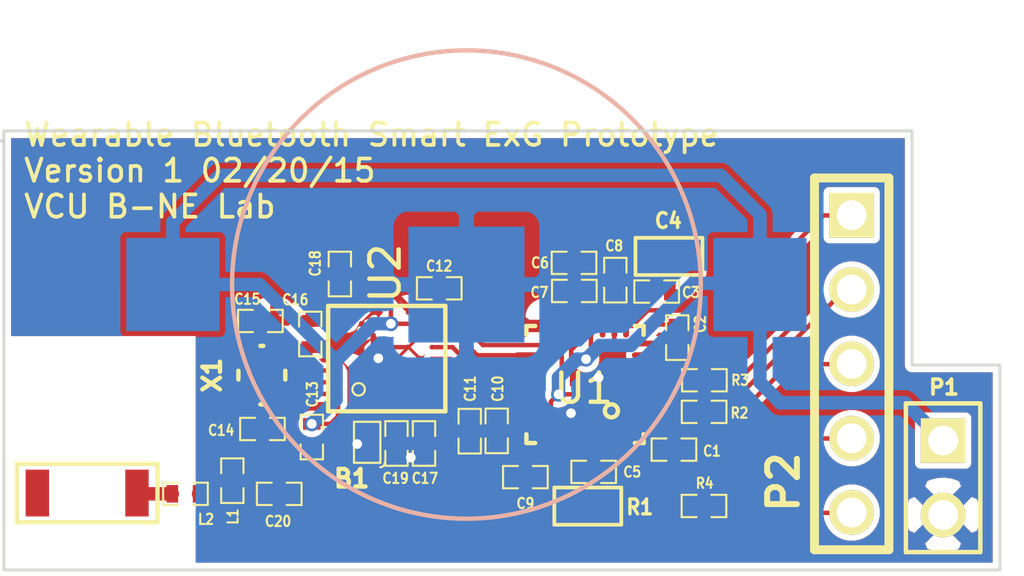
<source format=kicad_pcb>
(kicad_pcb (version 3) (host pcbnew "(2013-07-07 BZR 4022)-stable")

  (general
    (links 91)
    (no_connects 0)
    (area 265.869999 121.53 300.840001 141.240001)
    (thickness 1.6)
    (drawings 10)
    (tracks 287)
    (zones 0)
    (modules 34)
    (nets 35)
  )

  (page A3)
  (layers
    (15 F.Cu signal)
    (0 B.Cu signal)
    (16 B.Adhes user)
    (17 F.Adhes user)
    (18 B.Paste user)
    (19 F.Paste user)
    (20 B.SilkS user)
    (21 F.SilkS user)
    (22 B.Mask user)
    (23 F.Mask user)
    (24 Dwgs.User user)
    (25 Cmts.User user)
    (26 Eco1.User user)
    (27 Eco2.User user)
    (28 Edge.Cuts user)
  )

  (setup
    (last_trace_width 0.1524)
    (trace_clearance 0.1524)
    (zone_clearance 0.2)
    (zone_45_only yes)
    (trace_min 0.05)
    (segment_width 0.2)
    (edge_width 0.1)
    (via_size 0.508)
    (via_drill 0.3302)
    (via_min_size 0.508)
    (via_min_drill 0.3302)
    (uvia_size 0.508)
    (uvia_drill 0.3302)
    (uvias_allowed no)
    (uvia_min_size 0.508)
    (uvia_min_drill 0.3302)
    (pcb_text_width 0.3)
    (pcb_text_size 1.5 1.5)
    (mod_edge_width 0.15)
    (mod_text_size 1 1)
    (mod_text_width 0.15)
    (pad_size 2.032 2.032)
    (pad_drill 1.016)
    (pad_to_mask_clearance 0)
    (aux_axis_origin 0 0)
    (visible_elements 7FFFFFFF)
    (pcbplotparams
      (layerselection 3145728)
      (usegerberextensions true)
      (excludeedgelayer true)
      (linewidth 0.150000)
      (plotframeref false)
      (viasonmask false)
      (mode 1)
      (useauxorigin false)
      (hpglpennumber 1)
      (hpglpenspeed 20)
      (hpglpendiameter 15)
      (hpglpenoverlay 2)
      (psnegative false)
      (psa4output false)
      (plotreference true)
      (plotvalue true)
      (plotothertext true)
      (plotinvisibletext false)
      (padsonsilk false)
      (subtractmaskfromsilk false)
      (outputformat 1)
      (mirror false)
      (drillshape 0)
      (scaleselection 1)
      (outputdirectory ../gerbers/))
  )

  (net 0 "")
  (net 1 /ANT1)
  (net 2 /ANT2)
  (net 3 /DEC1)
  (net 4 /DEC2)
  (net 5 /IN+)
  (net 6 /IN-)
  (net 7 /IN1N)
  (net 8 /IN1P)
  (net 9 /RF)
  (net 10 /RLD)
  (net 11 /RLDINV)
  (net 12 /RLDOUT)
  (net 13 /SPI_MISO)
  (net 14 /SPI_MOSI)
  (net 15 /SPI_SCLK)
  (net 16 /SPI_~CS)
  (net 17 /SWDCLK)
  (net 18 /SWDIO)
  (net 19 /VCAP1)
  (net 20 /VCAP2)
  (net 21 /VDD_PA)
  (net 22 /VREFP)
  (net 23 /XC1)
  (net 24 /XC2)
  (net 25 /~DRDY)
  (net 26 /~PWDN/RESET)
  (net 27 GND)
  (net 28 N-0000012)
  (net 29 N-000004)
  (net 30 N-0000046)
  (net 31 N-0000048)
  (net 32 N-000005)
  (net 33 N-000007)
  (net 34 VCC)

  (net_class Default "This is the default net class."
    (clearance 0.1524)
    (trace_width 0.1524)
    (via_dia 0.508)
    (via_drill 0.3302)
    (uvia_dia 0.508)
    (uvia_drill 0.3302)
    (add_net "")
    (add_net /ANT1)
    (add_net /ANT2)
    (add_net /DEC1)
    (add_net /DEC2)
    (add_net /IN+)
    (add_net /IN-)
    (add_net /IN1N)
    (add_net /IN1P)
    (add_net /RF)
    (add_net /RLD)
    (add_net /RLDINV)
    (add_net /RLDOUT)
    (add_net /SPI_MISO)
    (add_net /SPI_MOSI)
    (add_net /SPI_SCLK)
    (add_net /SPI_~CS)
    (add_net /SWDCLK)
    (add_net /SWDIO)
    (add_net /VCAP1)
    (add_net /VCAP2)
    (add_net /VDD_PA)
    (add_net /VREFP)
    (add_net /XC1)
    (add_net /XC2)
    (add_net /~DRDY)
    (add_net /~PWDN/RESET)
    (add_net GND)
    (add_net N-0000012)
    (add_net N-000004)
    (add_net N-0000046)
    (add_net N-0000048)
    (add_net N-000005)
    (add_net N-000007)
    (add_net VCC)
  )

  (module CRYSTAL-SMD-2.0MMx1.6MM (layer F.Cu) (tedit 54D12A5A) (tstamp 54D00866)
    (at 274.8075 134.3445 90)
    (path /54D104C1)
    (fp_text reference X1 (at 0 -1.7 90) (layer F.SilkS)
      (effects (font (size 0.6 0.6) (thickness 0.15)))
    )
    (fp_text value 16MHz (at 0 -0.035355 90) (layer F.SilkS) hide
      (effects (font (size 0.127 0.127) (thickness 0.03175)))
    )
    (fp_line (start 1 0) (end 1 0.05) (layer F.SilkS) (width 0.15))
    (fp_line (start 1 0) (end 1 -0.05) (layer F.SilkS) (width 0.15))
    (fp_line (start -1 0) (end -1 0.05) (layer F.SilkS) (width 0.15))
    (fp_line (start -1 0) (end -1 -0.05) (layer F.SilkS) (width 0.15))
    (fp_line (start 0 0.8) (end 0.15 0.8) (layer F.SilkS) (width 0.15))
    (fp_line (start 0 0.8) (end -0.15 0.8) (layer F.SilkS) (width 0.15))
    (fp_line (start 0 -0.8) (end 0.15 -0.8) (layer F.SilkS) (width 0.15))
    (fp_line (start 0 -0.8) (end -0.15 -0.8) (layer F.SilkS) (width 0.15))
    (pad 4 smd rect (at -0.7 -0.55 90) (size 0.9 0.8)
      (layers F.Cu F.Paste F.Mask)
      (net 27 GND)
    )
    (pad 3 smd rect (at 0.7 -0.55 90) (size 0.9 0.8)
      (layers F.Cu F.Paste F.Mask)
      (net 24 /XC2)
    )
    (pad 1 smd rect (at -0.7 0.55 90) (size 0.9 0.8)
      (layers F.Cu F.Paste F.Mask)
      (net 23 /XC1)
    )
    (pad 2 smd rect (at 0.7 0.55 90) (size 0.9 0.8)
      (layers F.Cu F.Paste F.Mask)
      (net 27 GND)
    )
  )

  (module BAL-NRF02D3 (layer F.Cu) (tedit 54D8E11D) (tstamp 54D008D9)
    (at 278.4025 136.6395 270)
    (path /54CC0A05)
    (fp_text reference B1 (at 1.24 0.53 360) (layer F.SilkS)
      (effects (font (size 0.6 0.6) (thickness 0.15)))
    )
    (fp_text value BAL-NRF02D3 (at 0 -0.9 270) (layer F.SilkS) hide
      (effects (font (size 0.2 0.2) (thickness 0.05)))
    )
    (fp_arc (start 0.7 -0.45) (end 0.7 -0.6) (angle 90) (layer F.SilkS) (width 0.075))
    (fp_line (start -0.7 -0.45) (end 0.7 -0.45) (layer F.SilkS) (width 0.075))
    (fp_line (start 0.7 -0.45) (end 0.7 0.45) (layer F.SilkS) (width 0.075))
    (fp_line (start 0.7 0.45) (end -0.7 0.45) (layer F.SilkS) (width 0.075))
    (fp_line (start -0.7 0.45) (end -0.7 -0.45) (layer F.SilkS) (width 0.075))
    (pad A3 smd circle (at -0.5 -0.2 270) (size 0.22 0.22)
      (layers F.Cu F.Paste F.Mask)
      (net 1 /ANT1)
    )
    (pad A1 smd circle (at 0.5 -0.2 270) (size 0.22 0.22)
      (layers F.Cu F.Paste F.Mask)
      (net 9 /RF)
    )
    (pad A2 smd circle (at 0 -0.2 270) (size 0.22 0.22)
      (layers F.Cu F.Paste F.Mask)
      (net 21 /VDD_PA)
    )
    (pad B3 smd circle (at -0.5 0.2 270) (size 0.22 0.22)
      (layers F.Cu F.Paste F.Mask)
      (net 2 /ANT2)
    )
    (pad B1 smd circle (at 0.5 0.2 270) (size 0.22 0.22)
      (layers F.Cu F.Paste F.Mask)
      (net 27 GND)
    )
  )

  (module SM0603 (layer F.Cu) (tedit 54D3CFA9) (tstamp 54D00776)
    (at 285.9325 138.8195 180)
    (path /54D00ABA)
    (attr smd)
    (fp_text reference R1 (at -1.775 -0.035 180) (layer F.SilkS)
      (effects (font (size 0.508 0.4572) (thickness 0.1143)))
    )
    (fp_text value 1M (at 0 0 180) (layer F.SilkS) hide
      (effects (font (size 0.508 0.4572) (thickness 0.1143)))
    )
    (fp_line (start -1.143 -0.635) (end 1.143 -0.635) (layer F.SilkS) (width 0.127))
    (fp_line (start 1.143 -0.635) (end 1.143 0.635) (layer F.SilkS) (width 0.127))
    (fp_line (start 1.143 0.635) (end -1.143 0.635) (layer F.SilkS) (width 0.127))
    (fp_line (start -1.143 0.635) (end -1.143 -0.635) (layer F.SilkS) (width 0.127))
    (pad 1 smd rect (at -0.762 0 180) (size 0.635 1.143)
      (layers F.Cu F.Paste F.Mask)
      (net 12 /RLDOUT)
    )
    (pad 2 smd rect (at 0.762 0 180) (size 0.635 1.143)
      (layers F.Cu F.Paste F.Mask)
      (net 11 /RLDINV)
    )
    (model smd\resistors\R0603.wrl
      (at (xyz 0 0 0.001))
      (scale (xyz 0.5 0.5 0.5))
      (rotate (xyz 0 0 0))
    )
  )

  (module SM0402 (layer F.Cu) (tedit 54D3CFAC) (tstamp 54D0078E)
    (at 286.1325 137.6495 180)
    (path /54D00AA6)
    (attr smd)
    (fp_text reference C5 (at -1.315 -0.005 180) (layer F.SilkS)
      (effects (font (size 0.35052 0.3048) (thickness 0.07112)))
    )
    (fp_text value 1.5nF (at 0.09906 0 180) (layer F.SilkS) hide
      (effects (font (size 0.35052 0.3048) (thickness 0.07112)))
    )
    (fp_line (start -0.254 -0.381) (end -0.762 -0.381) (layer F.SilkS) (width 0.07112))
    (fp_line (start -0.762 -0.381) (end -0.762 0.381) (layer F.SilkS) (width 0.07112))
    (fp_line (start -0.762 0.381) (end -0.254 0.381) (layer F.SilkS) (width 0.07112))
    (fp_line (start 0.254 -0.381) (end 0.762 -0.381) (layer F.SilkS) (width 0.07112))
    (fp_line (start 0.762 -0.381) (end 0.762 0.381) (layer F.SilkS) (width 0.07112))
    (fp_line (start 0.762 0.381) (end 0.254 0.381) (layer F.SilkS) (width 0.07112))
    (pad 1 smd rect (at -0.44958 0 180) (size 0.39878 0.59944)
      (layers F.Cu F.Paste F.Mask)
      (net 12 /RLDOUT)
    )
    (pad 2 smd rect (at 0.44958 0 180) (size 0.39878 0.59944)
      (layers F.Cu F.Paste F.Mask)
      (net 11 /RLDINV)
    )
    (model smd\chip_cms.wrl
      (at (xyz 0 0 0.002))
      (scale (xyz 0.05 0.05 0.05))
      (rotate (xyz 0 0 0))
    )
  )

  (module SM0402 (layer F.Cu) (tedit 54D3CF9C) (tstamp 54D007A6)
    (at 288.2825 131.4895 180)
    (path /54D0053C)
    (attr smd)
    (fp_text reference C3 (at -1.17 -0.03 180) (layer F.SilkS)
      (effects (font (size 0.35052 0.3048) (thickness 0.07112)))
    )
    (fp_text value 100nF (at 0.09906 0 180) (layer F.SilkS) hide
      (effects (font (size 0.35052 0.3048) (thickness 0.07112)))
    )
    (fp_line (start -0.254 -0.381) (end -0.762 -0.381) (layer F.SilkS) (width 0.07112))
    (fp_line (start -0.762 -0.381) (end -0.762 0.381) (layer F.SilkS) (width 0.07112))
    (fp_line (start -0.762 0.381) (end -0.254 0.381) (layer F.SilkS) (width 0.07112))
    (fp_line (start 0.254 -0.381) (end 0.762 -0.381) (layer F.SilkS) (width 0.07112))
    (fp_line (start 0.762 -0.381) (end 0.762 0.381) (layer F.SilkS) (width 0.07112))
    (fp_line (start 0.762 0.381) (end 0.254 0.381) (layer F.SilkS) (width 0.07112))
    (pad 1 smd rect (at -0.44958 0 180) (size 0.39878 0.59944)
      (layers F.Cu F.Paste F.Mask)
      (net 22 /VREFP)
    )
    (pad 2 smd rect (at 0.44958 0 180) (size 0.39878 0.59944)
      (layers F.Cu F.Paste F.Mask)
      (net 27 GND)
    )
    (model smd\chip_cms.wrl
      (at (xyz 0 0 0.002))
      (scale (xyz 0.05 0.05 0.05))
      (rotate (xyz 0 0 0))
    )
  )

  (module SM0402 (layer F.Cu) (tedit 54D3CF92) (tstamp 54D3A4A1)
    (at 285.4725 131.4695 180)
    (path /54D001FC)
    (attr smd)
    (fp_text reference C7 (at 1.19 -0.05 180) (layer F.SilkS)
      (effects (font (size 0.35052 0.3048) (thickness 0.07112)))
    )
    (fp_text value 100nF (at 0.09906 0 180) (layer F.SilkS) hide
      (effects (font (size 0.35052 0.3048) (thickness 0.07112)))
    )
    (fp_line (start -0.254 -0.381) (end -0.762 -0.381) (layer F.SilkS) (width 0.07112))
    (fp_line (start -0.762 -0.381) (end -0.762 0.381) (layer F.SilkS) (width 0.07112))
    (fp_line (start -0.762 0.381) (end -0.254 0.381) (layer F.SilkS) (width 0.07112))
    (fp_line (start 0.254 -0.381) (end 0.762 -0.381) (layer F.SilkS) (width 0.07112))
    (fp_line (start 0.762 -0.381) (end 0.762 0.381) (layer F.SilkS) (width 0.07112))
    (fp_line (start 0.762 0.381) (end 0.254 0.381) (layer F.SilkS) (width 0.07112))
    (pad 1 smd rect (at -0.44958 0 180) (size 0.39878 0.59944)
      (layers F.Cu F.Paste F.Mask)
      (net 34 VCC)
    )
    (pad 2 smd rect (at 0.44958 0 180) (size 0.39878 0.59944)
      (layers F.Cu F.Paste F.Mask)
      (net 27 GND)
    )
    (model smd\chip_cms.wrl
      (at (xyz 0 0 0.002))
      (scale (xyz 0.05 0.05 0.05))
      (rotate (xyz 0 0 0))
    )
  )

  (module SM0402 (layer F.Cu) (tedit 54E75A07) (tstamp 54D007CA)
    (at 282.8225 136.2495 270)
    (path /54D000F8)
    (attr smd)
    (fp_text reference C10 (at -1.4395 -0.0375 270) (layer F.SilkS)
      (effects (font (size 0.35052 0.3048) (thickness 0.07112)))
    )
    (fp_text value 100nF (at 0.09906 0 270) (layer F.SilkS) hide
      (effects (font (size 0.35052 0.3048) (thickness 0.07112)))
    )
    (fp_line (start -0.254 -0.381) (end -0.762 -0.381) (layer F.SilkS) (width 0.07112))
    (fp_line (start -0.762 -0.381) (end -0.762 0.381) (layer F.SilkS) (width 0.07112))
    (fp_line (start -0.762 0.381) (end -0.254 0.381) (layer F.SilkS) (width 0.07112))
    (fp_line (start 0.254 -0.381) (end 0.762 -0.381) (layer F.SilkS) (width 0.07112))
    (fp_line (start 0.762 -0.381) (end 0.762 0.381) (layer F.SilkS) (width 0.07112))
    (fp_line (start 0.762 0.381) (end 0.254 0.381) (layer F.SilkS) (width 0.07112))
    (pad 1 smd rect (at -0.44958 0 270) (size 0.39878 0.59944)
      (layers F.Cu F.Paste F.Mask)
      (net 34 VCC)
    )
    (pad 2 smd rect (at 0.44958 0 270) (size 0.39878 0.59944)
      (layers F.Cu F.Paste F.Mask)
      (net 27 GND)
    )
    (model smd\chip_cms.wrl
      (at (xyz 0 0 0.002))
      (scale (xyz 0.05 0.05 0.05))
      (rotate (xyz 0 0 0))
    )
  )

  (module SM0402 (layer F.Cu) (tedit 54D3CFAE) (tstamp 54D007D6)
    (at 283.8025 137.8295 180)
    (path /54CFFEDF)
    (attr smd)
    (fp_text reference C9 (at 0 -0.9 180) (layer F.SilkS)
      (effects (font (size 0.35052 0.3048) (thickness 0.07112)))
    )
    (fp_text value 1uF (at 0.09906 0 180) (layer F.SilkS) hide
      (effects (font (size 0.35052 0.3048) (thickness 0.07112)))
    )
    (fp_line (start -0.254 -0.381) (end -0.762 -0.381) (layer F.SilkS) (width 0.07112))
    (fp_line (start -0.762 -0.381) (end -0.762 0.381) (layer F.SilkS) (width 0.07112))
    (fp_line (start -0.762 0.381) (end -0.254 0.381) (layer F.SilkS) (width 0.07112))
    (fp_line (start 0.254 -0.381) (end 0.762 -0.381) (layer F.SilkS) (width 0.07112))
    (fp_line (start 0.762 -0.381) (end 0.762 0.381) (layer F.SilkS) (width 0.07112))
    (fp_line (start 0.762 0.381) (end 0.254 0.381) (layer F.SilkS) (width 0.07112))
    (pad 1 smd rect (at -0.44958 0 180) (size 0.39878 0.59944)
      (layers F.Cu F.Paste F.Mask)
      (net 20 /VCAP2)
    )
    (pad 2 smd rect (at 0.44958 0 180) (size 0.39878 0.59944)
      (layers F.Cu F.Paste F.Mask)
      (net 27 GND)
    )
    (model smd\chip_cms.wrl
      (at (xyz 0 0 0.002))
      (scale (xyz 0.05 0.05 0.05))
      (rotate (xyz 0 0 0))
    )
  )

  (module SM0402 (layer F.Cu) (tedit 54D3CF96) (tstamp 54D007E2)
    (at 286.8725 131.0995 90)
    (path /54CFFED9)
    (attr smd)
    (fp_text reference C8 (at 1.17 -0.04 180) (layer F.SilkS)
      (effects (font (size 0.35052 0.3048) (thickness 0.07112)))
    )
    (fp_text value 1uF (at 0.09906 0 90) (layer F.SilkS) hide
      (effects (font (size 0.35052 0.3048) (thickness 0.07112)))
    )
    (fp_line (start -0.254 -0.381) (end -0.762 -0.381) (layer F.SilkS) (width 0.07112))
    (fp_line (start -0.762 -0.381) (end -0.762 0.381) (layer F.SilkS) (width 0.07112))
    (fp_line (start -0.762 0.381) (end -0.254 0.381) (layer F.SilkS) (width 0.07112))
    (fp_line (start 0.254 -0.381) (end 0.762 -0.381) (layer F.SilkS) (width 0.07112))
    (fp_line (start 0.762 -0.381) (end 0.762 0.381) (layer F.SilkS) (width 0.07112))
    (fp_line (start 0.762 0.381) (end 0.254 0.381) (layer F.SilkS) (width 0.07112))
    (pad 1 smd rect (at -0.44958 0 90) (size 0.39878 0.59944)
      (layers F.Cu F.Paste F.Mask)
      (net 19 /VCAP1)
    )
    (pad 2 smd rect (at 0.44958 0 90) (size 0.39878 0.59944)
      (layers F.Cu F.Paste F.Mask)
      (net 27 GND)
    )
    (model smd\chip_cms.wrl
      (at (xyz 0 0 0.002))
      (scale (xyz 0.05 0.05 0.05))
      (rotate (xyz 0 0 0))
    )
  )

  (module SM0402 (layer F.Cu) (tedit 54E75992) (tstamp 54D007EE)
    (at 288.8725 136.8895 180)
    (path /54CFFB43)
    (attr smd)
    (fp_text reference C1 (at -1.2975 -0.0505 180) (layer F.SilkS)
      (effects (font (size 0.35052 0.3048) (thickness 0.07112)))
    )
    (fp_text value 4.7nF (at 0.09906 0 180) (layer F.SilkS) hide
      (effects (font (size 0.35052 0.3048) (thickness 0.07112)))
    )
    (fp_line (start -0.254 -0.381) (end -0.762 -0.381) (layer F.SilkS) (width 0.07112))
    (fp_line (start -0.762 -0.381) (end -0.762 0.381) (layer F.SilkS) (width 0.07112))
    (fp_line (start -0.762 0.381) (end -0.254 0.381) (layer F.SilkS) (width 0.07112))
    (fp_line (start 0.254 -0.381) (end 0.762 -0.381) (layer F.SilkS) (width 0.07112))
    (fp_line (start 0.762 -0.381) (end 0.762 0.381) (layer F.SilkS) (width 0.07112))
    (fp_line (start 0.762 0.381) (end 0.254 0.381) (layer F.SilkS) (width 0.07112))
    (pad 1 smd rect (at -0.44958 0 180) (size 0.39878 0.59944)
      (layers F.Cu F.Paste F.Mask)
      (net 33 N-000007)
    )
    (pad 2 smd rect (at 0.44958 0 180) (size 0.39878 0.59944)
      (layers F.Cu F.Paste F.Mask)
      (net 28 N-0000012)
    )
    (model smd\chip_cms.wrl
      (at (xyz 0 0 0.002))
      (scale (xyz 0.05 0.05 0.05))
      (rotate (xyz 0 0 0))
    )
  )

  (module SM0402 (layer F.Cu) (tedit 54D3CFA0) (tstamp 54D007FA)
    (at 288.9875 133.0645 270)
    (path /54CFFB3D)
    (attr smd)
    (fp_text reference C2 (at -0.465 -0.785 270) (layer F.SilkS)
      (effects (font (size 0.35052 0.3048) (thickness 0.07112)))
    )
    (fp_text value 4.7nF (at 0.09906 0 270) (layer F.SilkS) hide
      (effects (font (size 0.35052 0.3048) (thickness 0.07112)))
    )
    (fp_line (start -0.254 -0.381) (end -0.762 -0.381) (layer F.SilkS) (width 0.07112))
    (fp_line (start -0.762 -0.381) (end -0.762 0.381) (layer F.SilkS) (width 0.07112))
    (fp_line (start -0.762 0.381) (end -0.254 0.381) (layer F.SilkS) (width 0.07112))
    (fp_line (start 0.254 -0.381) (end 0.762 -0.381) (layer F.SilkS) (width 0.07112))
    (fp_line (start 0.762 -0.381) (end 0.762 0.381) (layer F.SilkS) (width 0.07112))
    (fp_line (start 0.762 0.381) (end 0.254 0.381) (layer F.SilkS) (width 0.07112))
    (pad 1 smd rect (at -0.44958 0 270) (size 0.39878 0.59944)
      (layers F.Cu F.Paste F.Mask)
      (net 29 N-000004)
    )
    (pad 2 smd rect (at 0.44958 0 270) (size 0.39878 0.59944)
      (layers F.Cu F.Paste F.Mask)
      (net 32 N-000005)
    )
    (model smd\chip_cms.wrl
      (at (xyz 0 0 0.002))
      (scale (xyz 0.05 0.05 0.05))
      (rotate (xyz 0 0 0))
    )
  )

  (module SM0402 (layer F.Cu) (tedit 54E75F45) (tstamp 54D00806)
    (at 277.47 130.89 90)
    (path /54CC0A51)
    (attr smd)
    (fp_text reference C18 (at 0.36 -0.84 90) (layer F.SilkS)
      (effects (font (size 0.35052 0.3048) (thickness 0.07112)))
    )
    (fp_text value 1nF (at 0.09906 0 90) (layer F.SilkS) hide
      (effects (font (size 0.35052 0.3048) (thickness 0.07112)))
    )
    (fp_line (start -0.254 -0.381) (end -0.762 -0.381) (layer F.SilkS) (width 0.07112))
    (fp_line (start -0.762 -0.381) (end -0.762 0.381) (layer F.SilkS) (width 0.07112))
    (fp_line (start -0.762 0.381) (end -0.254 0.381) (layer F.SilkS) (width 0.07112))
    (fp_line (start 0.254 -0.381) (end 0.762 -0.381) (layer F.SilkS) (width 0.07112))
    (fp_line (start 0.762 -0.381) (end 0.762 0.381) (layer F.SilkS) (width 0.07112))
    (fp_line (start 0.762 0.381) (end 0.254 0.381) (layer F.SilkS) (width 0.07112))
    (pad 1 smd rect (at -0.44958 0 90) (size 0.39878 0.59944)
      (layers F.Cu F.Paste F.Mask)
      (net 34 VCC)
    )
    (pad 2 smd rect (at 0.44958 0 90) (size 0.39878 0.59944)
      (layers F.Cu F.Paste F.Mask)
      (net 27 GND)
    )
    (model smd\chip_cms.wrl
      (at (xyz 0 0 0.002))
      (scale (xyz 0.05 0.05 0.05))
      (rotate (xyz 0 0 0))
    )
  )

  (module SM0402 (layer F.Cu) (tedit 54DCD4FC) (tstamp 54D00812)
    (at 276.46 132.94 90)
    (path /54CC0A4B)
    (attr smd)
    (fp_text reference C16 (at 1.17 -0.51 180) (layer F.SilkS)
      (effects (font (size 0.35052 0.3048) (thickness 0.07112)))
    )
    (fp_text value 100nF (at 0.09906 0 90) (layer F.SilkS) hide
      (effects (font (size 0.35052 0.3048) (thickness 0.07112)))
    )
    (fp_line (start -0.254 -0.381) (end -0.762 -0.381) (layer F.SilkS) (width 0.07112))
    (fp_line (start -0.762 -0.381) (end -0.762 0.381) (layer F.SilkS) (width 0.07112))
    (fp_line (start -0.762 0.381) (end -0.254 0.381) (layer F.SilkS) (width 0.07112))
    (fp_line (start 0.254 -0.381) (end 0.762 -0.381) (layer F.SilkS) (width 0.07112))
    (fp_line (start 0.762 -0.381) (end 0.762 0.381) (layer F.SilkS) (width 0.07112))
    (fp_line (start 0.762 0.381) (end 0.254 0.381) (layer F.SilkS) (width 0.07112))
    (pad 1 smd rect (at -0.44958 0 90) (size 0.39878 0.59944)
      (layers F.Cu F.Paste F.Mask)
      (net 3 /DEC1)
    )
    (pad 2 smd rect (at 0.44958 0 90) (size 0.39878 0.59944)
      (layers F.Cu F.Paste F.Mask)
      (net 27 GND)
    )
    (model smd\chip_cms.wrl
      (at (xyz 0 0 0.002))
      (scale (xyz 0.05 0.05 0.05))
      (rotate (xyz 0 0 0))
    )
  )

  (module SM0402 (layer F.Cu) (tedit 54E759CA) (tstamp 54D0081E)
    (at 274.8275 136.1845)
    (path /54CC0A45)
    (attr smd)
    (fp_text reference C14 (at -1.4075 0.0455) (layer F.SilkS)
      (effects (font (size 0.35052 0.3048) (thickness 0.07112)))
    )
    (fp_text value "12pF 2%" (at 0.09906 0) (layer F.SilkS) hide
      (effects (font (size 0.35052 0.3048) (thickness 0.07112)))
    )
    (fp_line (start -0.254 -0.381) (end -0.762 -0.381) (layer F.SilkS) (width 0.07112))
    (fp_line (start -0.762 -0.381) (end -0.762 0.381) (layer F.SilkS) (width 0.07112))
    (fp_line (start -0.762 0.381) (end -0.254 0.381) (layer F.SilkS) (width 0.07112))
    (fp_line (start 0.254 -0.381) (end 0.762 -0.381) (layer F.SilkS) (width 0.07112))
    (fp_line (start 0.762 -0.381) (end 0.762 0.381) (layer F.SilkS) (width 0.07112))
    (fp_line (start 0.762 0.381) (end 0.254 0.381) (layer F.SilkS) (width 0.07112))
    (pad 1 smd rect (at -0.44958 0) (size 0.39878 0.59944)
      (layers F.Cu F.Paste F.Mask)
      (net 27 GND)
    )
    (pad 2 smd rect (at 0.44958 0) (size 0.39878 0.59944)
      (layers F.Cu F.Paste F.Mask)
      (net 23 /XC1)
    )
    (model smd\chip_cms.wrl
      (at (xyz 0 0 0.002))
      (scale (xyz 0.05 0.05 0.05))
      (rotate (xyz 0 0 0))
    )
  )

  (module SM0402 (layer F.Cu) (tedit 54DCD4FE) (tstamp 54D0082A)
    (at 274.7575 132.4945 180)
    (path /54CC0A3F)
    (attr smd)
    (fp_text reference C15 (at 0.445 0.745 180) (layer F.SilkS)
      (effects (font (size 0.35052 0.3048) (thickness 0.07112)))
    )
    (fp_text value "12pF 2%" (at 0.09906 0 180) (layer F.SilkS) hide
      (effects (font (size 0.35052 0.3048) (thickness 0.07112)))
    )
    (fp_line (start -0.254 -0.381) (end -0.762 -0.381) (layer F.SilkS) (width 0.07112))
    (fp_line (start -0.762 -0.381) (end -0.762 0.381) (layer F.SilkS) (width 0.07112))
    (fp_line (start -0.762 0.381) (end -0.254 0.381) (layer F.SilkS) (width 0.07112))
    (fp_line (start 0.254 -0.381) (end 0.762 -0.381) (layer F.SilkS) (width 0.07112))
    (fp_line (start 0.762 -0.381) (end 0.762 0.381) (layer F.SilkS) (width 0.07112))
    (fp_line (start 0.762 0.381) (end 0.254 0.381) (layer F.SilkS) (width 0.07112))
    (pad 1 smd rect (at -0.44958 0 180) (size 0.39878 0.59944)
      (layers F.Cu F.Paste F.Mask)
      (net 27 GND)
    )
    (pad 2 smd rect (at 0.44958 0 180) (size 0.39878 0.59944)
      (layers F.Cu F.Paste F.Mask)
      (net 24 /XC2)
    )
    (model smd\chip_cms.wrl
      (at (xyz 0 0 0.002))
      (scale (xyz 0.05 0.05 0.05))
      (rotate (xyz 0 0 0))
    )
  )

  (module SM0402 (layer F.Cu) (tedit 54D3CFD8) (tstamp 54D3CB5C)
    (at 280.3425 136.6795 270)
    (path /54CC0A39)
    (attr smd)
    (fp_text reference C17 (at 1.19 -0.03 360) (layer F.SilkS)
      (effects (font (size 0.35052 0.3048) (thickness 0.07112)))
    )
    (fp_text value 47nF (at 0.09906 0 270) (layer F.SilkS) hide
      (effects (font (size 0.35052 0.3048) (thickness 0.07112)))
    )
    (fp_line (start -0.254 -0.381) (end -0.762 -0.381) (layer F.SilkS) (width 0.07112))
    (fp_line (start -0.762 -0.381) (end -0.762 0.381) (layer F.SilkS) (width 0.07112))
    (fp_line (start -0.762 0.381) (end -0.254 0.381) (layer F.SilkS) (width 0.07112))
    (fp_line (start 0.254 -0.381) (end 0.762 -0.381) (layer F.SilkS) (width 0.07112))
    (fp_line (start 0.762 -0.381) (end 0.762 0.381) (layer F.SilkS) (width 0.07112))
    (fp_line (start 0.762 0.381) (end 0.254 0.381) (layer F.SilkS) (width 0.07112))
    (pad 1 smd rect (at -0.44958 0 270) (size 0.39878 0.59944)
      (layers F.Cu F.Paste F.Mask)
      (net 4 /DEC2)
    )
    (pad 2 smd rect (at 0.44958 0 270) (size 0.39878 0.59944)
      (layers F.Cu F.Paste F.Mask)
      (net 27 GND)
    )
    (model smd\chip_cms.wrl
      (at (xyz 0 0 0.002))
      (scale (xyz 0.05 0.05 0.05))
      (rotate (xyz 0 0 0))
    )
  )

  (module SM0402   locked (layer F.Cu) (tedit 54E759E7) (tstamp 54D15465)
    (at 280.8625 131.3795)
    (path /54CC0A33)
    (attr smd)
    (fp_text reference C12 (at -0.0025 -0.7595) (layer F.SilkS)
      (effects (font (size 0.35052 0.3048) (thickness 0.07112)))
    )
    (fp_text value 100nF (at 0.09906 0) (layer F.SilkS) hide
      (effects (font (size 0.35052 0.3048) (thickness 0.07112)))
    )
    (fp_line (start -0.254 -0.381) (end -0.762 -0.381) (layer F.SilkS) (width 0.07112))
    (fp_line (start -0.762 -0.381) (end -0.762 0.381) (layer F.SilkS) (width 0.07112))
    (fp_line (start -0.762 0.381) (end -0.254 0.381) (layer F.SilkS) (width 0.07112))
    (fp_line (start 0.254 -0.381) (end 0.762 -0.381) (layer F.SilkS) (width 0.07112))
    (fp_line (start 0.762 -0.381) (end 0.762 0.381) (layer F.SilkS) (width 0.07112))
    (fp_line (start 0.762 0.381) (end 0.254 0.381) (layer F.SilkS) (width 0.07112))
    (pad 1 smd rect (at -0.44958 0) (size 0.39878 0.59944)
      (layers F.Cu F.Paste F.Mask)
      (net 34 VCC)
    )
    (pad 2 smd rect (at 0.44958 0) (size 0.39878 0.59944)
      (layers F.Cu F.Paste F.Mask)
      (net 27 GND)
    )
    (model smd\chip_cms.wrl
      (at (xyz 0 0 0.002))
      (scale (xyz 0.05 0.05 0.05))
      (rotate (xyz 0 0 0))
    )
  )

  (module SM0402 (layer F.Cu) (tedit 54E75F56) (tstamp 54D3C459)
    (at 276.5125 136.4595 270)
    (path /54CC0A2D)
    (attr smd)
    (fp_text reference C13 (at -1.4595 -0.0175 270) (layer F.SilkS)
      (effects (font (size 0.35052 0.3048) (thickness 0.07112)))
    )
    (fp_text value 100nF (at 0.09906 0 270) (layer F.SilkS) hide
      (effects (font (size 0.35052 0.3048) (thickness 0.07112)))
    )
    (fp_line (start -0.254 -0.381) (end -0.762 -0.381) (layer F.SilkS) (width 0.07112))
    (fp_line (start -0.762 -0.381) (end -0.762 0.381) (layer F.SilkS) (width 0.07112))
    (fp_line (start -0.762 0.381) (end -0.254 0.381) (layer F.SilkS) (width 0.07112))
    (fp_line (start 0.254 -0.381) (end 0.762 -0.381) (layer F.SilkS) (width 0.07112))
    (fp_line (start 0.762 -0.381) (end 0.762 0.381) (layer F.SilkS) (width 0.07112))
    (fp_line (start 0.762 0.381) (end 0.254 0.381) (layer F.SilkS) (width 0.07112))
    (pad 1 smd rect (at -0.44958 0 270) (size 0.39878 0.59944)
      (layers F.Cu F.Paste F.Mask)
      (net 34 VCC)
    )
    (pad 2 smd rect (at 0.44958 0 270) (size 0.39878 0.59944)
      (layers F.Cu F.Paste F.Mask)
      (net 27 GND)
    )
    (model smd\chip_cms.wrl
      (at (xyz 0 0 0.002))
      (scale (xyz 0.05 0.05 0.05))
      (rotate (xyz 0 0 0))
    )
  )

  (module SM0402 (layer F.Cu) (tedit 54D3CFDD) (tstamp 54D3CB4F)
    (at 279.4025 136.6795 270)
    (path /54CC0A20)
    (attr smd)
    (fp_text reference C19 (at 1.19 0.03 360) (layer F.SilkS)
      (effects (font (size 0.35052 0.3048) (thickness 0.07112)))
    )
    (fp_text value 2.2nF (at 0.09906 0 270) (layer F.SilkS) hide
      (effects (font (size 0.35052 0.3048) (thickness 0.07112)))
    )
    (fp_line (start -0.254 -0.381) (end -0.762 -0.381) (layer F.SilkS) (width 0.07112))
    (fp_line (start -0.762 -0.381) (end -0.762 0.381) (layer F.SilkS) (width 0.07112))
    (fp_line (start -0.762 0.381) (end -0.254 0.381) (layer F.SilkS) (width 0.07112))
    (fp_line (start 0.254 -0.381) (end 0.762 -0.381) (layer F.SilkS) (width 0.07112))
    (fp_line (start 0.762 -0.381) (end 0.762 0.381) (layer F.SilkS) (width 0.07112))
    (fp_line (start 0.762 0.381) (end 0.254 0.381) (layer F.SilkS) (width 0.07112))
    (pad 1 smd rect (at -0.44958 0 270) (size 0.39878 0.59944)
      (layers F.Cu F.Paste F.Mask)
      (net 21 /VDD_PA)
    )
    (pad 2 smd rect (at 0.44958 0 270) (size 0.39878 0.59944)
      (layers F.Cu F.Paste F.Mask)
      (net 27 GND)
    )
    (model smd\chip_cms.wrl
      (at (xyz 0 0 0.002))
      (scale (xyz 0.05 0.05 0.05))
      (rotate (xyz 0 0 0))
    )
  )

  (module SM0603 (layer F.Cu) (tedit 54E7599B) (tstamp 54D0079A)
    (at 288.7025 130.2895 180)
    (path /54D00542)
    (attr smd)
    (fp_text reference C4 (at 0.0225 1.2195 180) (layer F.SilkS)
      (effects (font (size 0.508 0.4572) (thickness 0.1143)))
    )
    (fp_text value 10uF (at 0 0 180) (layer F.SilkS) hide
      (effects (font (size 0.508 0.4572) (thickness 0.1143)))
    )
    (fp_line (start -1.143 -0.635) (end 1.143 -0.635) (layer F.SilkS) (width 0.127))
    (fp_line (start 1.143 -0.635) (end 1.143 0.635) (layer F.SilkS) (width 0.127))
    (fp_line (start 1.143 0.635) (end -1.143 0.635) (layer F.SilkS) (width 0.127))
    (fp_line (start -1.143 0.635) (end -1.143 -0.635) (layer F.SilkS) (width 0.127))
    (pad 1 smd rect (at -0.762 0 180) (size 0.635 1.143)
      (layers F.Cu F.Paste F.Mask)
      (net 22 /VREFP)
    )
    (pad 2 smd rect (at 0.762 0 180) (size 0.635 1.143)
      (layers F.Cu F.Paste F.Mask)
      (net 27 GND)
    )
    (model smd\resistors\R0603.wrl
      (at (xyz 0 0 0.001))
      (scale (xyz 0.5 0.5 0.5))
      (rotate (xyz 0 0 0))
    )
  )

  (module SM0402 (layer F.Cu) (tedit 54E75A0A) (tstamp 54D3D12E)
    (at 281.9025 136.2595 270)
    (path /54CFFDAA)
    (attr smd)
    (fp_text reference C11 (at -1.4495 -0.0175 270) (layer F.SilkS)
      (effects (font (size 0.35052 0.3048) (thickness 0.07112)))
    )
    (fp_text value 1uF (at 0.09906 0 270) (layer F.SilkS) hide
      (effects (font (size 0.35052 0.3048) (thickness 0.07112)))
    )
    (fp_line (start -0.254 -0.381) (end -0.762 -0.381) (layer F.SilkS) (width 0.07112))
    (fp_line (start -0.762 -0.381) (end -0.762 0.381) (layer F.SilkS) (width 0.07112))
    (fp_line (start -0.762 0.381) (end -0.254 0.381) (layer F.SilkS) (width 0.07112))
    (fp_line (start 0.254 -0.381) (end 0.762 -0.381) (layer F.SilkS) (width 0.07112))
    (fp_line (start 0.762 -0.381) (end 0.762 0.381) (layer F.SilkS) (width 0.07112))
    (fp_line (start 0.762 0.381) (end 0.254 0.381) (layer F.SilkS) (width 0.07112))
    (pad 1 smd rect (at -0.44958 0 270) (size 0.39878 0.59944)
      (layers F.Cu F.Paste F.Mask)
      (net 34 VCC)
    )
    (pad 2 smd rect (at 0.44958 0 270) (size 0.39878 0.59944)
      (layers F.Cu F.Paste F.Mask)
      (net 27 GND)
    )
    (model smd\chip_cms.wrl
      (at (xyz 0 0 0.002))
      (scale (xyz 0.05 0.05 0.05))
      (rotate (xyz 0 0 0))
    )
  )

  (module SM0402 (layer F.Cu) (tedit 54E759F6) (tstamp 54D007BE)
    (at 285.4625 130.5095 180)
    (path /54D001F6)
    (attr smd)
    (fp_text reference C6 (at 1.1625 -0.0005 180) (layer F.SilkS)
      (effects (font (size 0.35052 0.3048) (thickness 0.07112)))
    )
    (fp_text value 1uF (at 0.09906 0 180) (layer F.SilkS) hide
      (effects (font (size 0.35052 0.3048) (thickness 0.07112)))
    )
    (fp_line (start -0.254 -0.381) (end -0.762 -0.381) (layer F.SilkS) (width 0.07112))
    (fp_line (start -0.762 -0.381) (end -0.762 0.381) (layer F.SilkS) (width 0.07112))
    (fp_line (start -0.762 0.381) (end -0.254 0.381) (layer F.SilkS) (width 0.07112))
    (fp_line (start 0.254 -0.381) (end 0.762 -0.381) (layer F.SilkS) (width 0.07112))
    (fp_line (start 0.762 -0.381) (end 0.762 0.381) (layer F.SilkS) (width 0.07112))
    (fp_line (start 0.762 0.381) (end 0.254 0.381) (layer F.SilkS) (width 0.07112))
    (pad 1 smd rect (at -0.44958 0 180) (size 0.39878 0.59944)
      (layers F.Cu F.Paste F.Mask)
      (net 34 VCC)
    )
    (pad 2 smd rect (at 0.44958 0 180) (size 0.39878 0.59944)
      (layers F.Cu F.Paste F.Mask)
      (net 27 GND)
    )
    (model smd\chip_cms.wrl
      (at (xyz 0 0 0.002))
      (scale (xyz 0.05 0.05 0.05))
      (rotate (xyz 0 0 0))
    )
  )

  (module SM0402 (layer F.Cu) (tedit 54E75986) (tstamp 54DE304A)
    (at 289.9025 135.5995 180)
    (path /54DE2DF1)
    (attr smd)
    (fp_text reference R2 (at -1.2075 -0.0405 180) (layer F.SilkS)
      (effects (font (size 0.35052 0.3048) (thickness 0.07112)))
    )
    (fp_text value 30k (at 0.09906 0 180) (layer F.SilkS) hide
      (effects (font (size 0.35052 0.3048) (thickness 0.07112)))
    )
    (fp_line (start -0.254 -0.381) (end -0.762 -0.381) (layer F.SilkS) (width 0.07112))
    (fp_line (start -0.762 -0.381) (end -0.762 0.381) (layer F.SilkS) (width 0.07112))
    (fp_line (start -0.762 0.381) (end -0.254 0.381) (layer F.SilkS) (width 0.07112))
    (fp_line (start 0.254 -0.381) (end 0.762 -0.381) (layer F.SilkS) (width 0.07112))
    (fp_line (start 0.762 -0.381) (end 0.762 0.381) (layer F.SilkS) (width 0.07112))
    (fp_line (start 0.762 0.381) (end 0.254 0.381) (layer F.SilkS) (width 0.07112))
    (pad 1 smd rect (at -0.44958 0 180) (size 0.39878 0.59944)
      (layers F.Cu F.Paste F.Mask)
      (net 6 /IN-)
    )
    (pad 2 smd rect (at 0.44958 0 180) (size 0.39878 0.59944)
      (layers F.Cu F.Paste F.Mask)
      (net 7 /IN1N)
    )
    (model smd\chip_cms.wrl
      (at (xyz 0 0 0.002))
      (scale (xyz 0.05 0.05 0.05))
      (rotate (xyz 0 0 0))
    )
  )

  (module SM0402 (layer F.Cu) (tedit 54E75989) (tstamp 54DE2F9D)
    (at 289.9125 134.5195)
    (path /54DE2DF7)
    (attr smd)
    (fp_text reference R3 (at 1.2175 0.0005) (layer F.SilkS)
      (effects (font (size 0.35052 0.3048) (thickness 0.07112)))
    )
    (fp_text value 30k (at 0.09906 0) (layer F.SilkS) hide
      (effects (font (size 0.35052 0.3048) (thickness 0.07112)))
    )
    (fp_line (start -0.254 -0.381) (end -0.762 -0.381) (layer F.SilkS) (width 0.07112))
    (fp_line (start -0.762 -0.381) (end -0.762 0.381) (layer F.SilkS) (width 0.07112))
    (fp_line (start -0.762 0.381) (end -0.254 0.381) (layer F.SilkS) (width 0.07112))
    (fp_line (start 0.254 -0.381) (end 0.762 -0.381) (layer F.SilkS) (width 0.07112))
    (fp_line (start 0.762 -0.381) (end 0.762 0.381) (layer F.SilkS) (width 0.07112))
    (fp_line (start 0.762 0.381) (end 0.254 0.381) (layer F.SilkS) (width 0.07112))
    (pad 1 smd rect (at -0.44958 0) (size 0.39878 0.59944)
      (layers F.Cu F.Paste F.Mask)
      (net 8 /IN1P)
    )
    (pad 2 smd rect (at 0.44958 0) (size 0.39878 0.59944)
      (layers F.Cu F.Paste F.Mask)
      (net 5 /IN+)
    )
    (model smd\chip_cms.wrl
      (at (xyz 0 0 0.002))
      (scale (xyz 0.05 0.05 0.05))
      (rotate (xyz 0 0 0))
    )
  )

  (module SM0402 (layer F.Cu) (tedit 54E7598C) (tstamp 54DE2FA9)
    (at 289.8975 138.8145 180)
    (path /54DE2DFD)
    (attr smd)
    (fp_text reference R4 (at -0.0225 0.7745 180) (layer F.SilkS)
      (effects (font (size 0.35052 0.3048) (thickness 0.07112)))
    )
    (fp_text value 30k (at 0.09906 0 180) (layer F.SilkS) hide
      (effects (font (size 0.35052 0.3048) (thickness 0.07112)))
    )
    (fp_line (start -0.254 -0.381) (end -0.762 -0.381) (layer F.SilkS) (width 0.07112))
    (fp_line (start -0.762 -0.381) (end -0.762 0.381) (layer F.SilkS) (width 0.07112))
    (fp_line (start -0.762 0.381) (end -0.254 0.381) (layer F.SilkS) (width 0.07112))
    (fp_line (start 0.254 -0.381) (end 0.762 -0.381) (layer F.SilkS) (width 0.07112))
    (fp_line (start 0.762 -0.381) (end 0.762 0.381) (layer F.SilkS) (width 0.07112))
    (fp_line (start 0.762 0.381) (end 0.254 0.381) (layer F.SilkS) (width 0.07112))
    (pad 1 smd rect (at -0.44958 0 180) (size 0.39878 0.59944)
      (layers F.Cu F.Paste F.Mask)
      (net 10 /RLD)
    )
    (pad 2 smd rect (at 0.44958 0 180) (size 0.39878 0.59944)
      (layers F.Cu F.Paste F.Mask)
      (net 12 /RLDOUT)
    )
    (model smd\chip_cms.wrl
      (at (xyz 0 0 0.002))
      (scale (xyz 0.05 0.05 0.05))
      (rotate (xyz 0 0 0))
    )
  )

  (module JTI-2450AT18A100-CHIP-ANT (layer F.Cu) (tedit 54E759B9) (tstamp 54E63841)
    (at 268.845 138.373 180)
    (path /54E6394D)
    (fp_text reference A1 (at -0.145 2.633 180) (layer F.SilkS) hide
      (effects (font (size 1 1) (thickness 0.15)))
    )
    (fp_text value CHIP-ANT (at -0.013 0.021 180) (layer F.SilkS) hide
      (effects (font (size 0.127 0.127) (thickness 0.03175)))
    )
    (fp_line (start 2.4 1) (end -2.4 1) (layer F.SilkS) (width 0.15))
    (fp_line (start -2.4 1) (end -2.4 -1) (layer F.SilkS) (width 0.15))
    (fp_line (start -2.3 -1) (end 2.4 -1) (layer F.SilkS) (width 0.15))
    (fp_line (start 2.4 -1) (end 2.4 1) (layer F.SilkS) (width 0.15))
    (fp_line (start -2.4 -1) (end -2.3 -1) (layer F.SilkS) (width 0.15))
    (pad 1 smd rect (at -1.7 0 180) (size 0.8 1.6)
      (layers F.Cu F.Paste F.Mask)
      (net 31 N-0000048)
    )
    (pad 2 smd rect (at 1.7 0 180) (size 0.8 1.6)
      (layers F.Cu F.Paste F.Mask)
    )
  )

  (module SM0402 (layer F.Cu) (tedit 54E759BD) (tstamp 54E64094)
    (at 272.2 138.4 180)
    (path /54E63F7A)
    (attr smd)
    (fp_text reference L2 (at -0.7 -0.87 180) (layer F.SilkS)
      (effects (font (size 0.35052 0.3048) (thickness 0.07112)))
    )
    (fp_text value 3.9nH (at 0.09906 0 180) (layer F.SilkS) hide
      (effects (font (size 0.35052 0.3048) (thickness 0.07112)))
    )
    (fp_line (start -0.254 -0.381) (end -0.762 -0.381) (layer F.SilkS) (width 0.07112))
    (fp_line (start -0.762 -0.381) (end -0.762 0.381) (layer F.SilkS) (width 0.07112))
    (fp_line (start -0.762 0.381) (end -0.254 0.381) (layer F.SilkS) (width 0.07112))
    (fp_line (start 0.254 -0.381) (end 0.762 -0.381) (layer F.SilkS) (width 0.07112))
    (fp_line (start 0.762 -0.381) (end 0.762 0.381) (layer F.SilkS) (width 0.07112))
    (fp_line (start 0.762 0.381) (end 0.254 0.381) (layer F.SilkS) (width 0.07112))
    (pad 1 smd rect (at -0.44958 0 180) (size 0.39878 0.59944)
      (layers F.Cu F.Paste F.Mask)
      (net 30 N-0000046)
    )
    (pad 2 smd rect (at 0.44958 0 180) (size 0.39878 0.59944)
      (layers F.Cu F.Paste F.Mask)
      (net 31 N-0000048)
    )
    (model smd\chip_cms.wrl
      (at (xyz 0 0 0.002))
      (scale (xyz 0.05 0.05 0.05))
      (rotate (xyz 0 0 0))
    )
  )

  (module SM0402 (layer F.Cu) (tedit 54E759C3) (tstamp 54E640A0)
    (at 273.8 137.95 90)
    (path /54E63F87)
    (attr smd)
    (fp_text reference L1 (at -1.23 0.02 90) (layer F.SilkS)
      (effects (font (size 0.35052 0.3048) (thickness 0.07112)))
    )
    (fp_text value 2.7nH (at 0.09906 0 90) (layer F.SilkS) hide
      (effects (font (size 0.35052 0.3048) (thickness 0.07112)))
    )
    (fp_line (start -0.254 -0.381) (end -0.762 -0.381) (layer F.SilkS) (width 0.07112))
    (fp_line (start -0.762 -0.381) (end -0.762 0.381) (layer F.SilkS) (width 0.07112))
    (fp_line (start -0.762 0.381) (end -0.254 0.381) (layer F.SilkS) (width 0.07112))
    (fp_line (start 0.254 -0.381) (end 0.762 -0.381) (layer F.SilkS) (width 0.07112))
    (fp_line (start 0.762 -0.381) (end 0.762 0.381) (layer F.SilkS) (width 0.07112))
    (fp_line (start 0.762 0.381) (end 0.254 0.381) (layer F.SilkS) (width 0.07112))
    (pad 1 smd rect (at -0.44958 0 90) (size 0.39878 0.59944)
      (layers F.Cu F.Paste F.Mask)
      (net 30 N-0000046)
    )
    (pad 2 smd rect (at 0.44958 0 90) (size 0.39878 0.59944)
      (layers F.Cu F.Paste F.Mask)
      (net 27 GND)
    )
    (model smd\chip_cms.wrl
      (at (xyz 0 0 0.002))
      (scale (xyz 0.05 0.05 0.05))
      (rotate (xyz 0 0 0))
    )
  )

  (module SM0402 (layer F.Cu) (tedit 54E759C1) (tstamp 54E640AC)
    (at 275.4 138.4 180)
    (path /54E63F8D)
    (attr smd)
    (fp_text reference C20 (at 0.04 -0.94 180) (layer F.SilkS)
      (effects (font (size 0.35052 0.3048) (thickness 0.07112)))
    )
    (fp_text value 1.0pF (at 0.09906 0 180) (layer F.SilkS) hide
      (effects (font (size 0.35052 0.3048) (thickness 0.07112)))
    )
    (fp_line (start -0.254 -0.381) (end -0.762 -0.381) (layer F.SilkS) (width 0.07112))
    (fp_line (start -0.762 -0.381) (end -0.762 0.381) (layer F.SilkS) (width 0.07112))
    (fp_line (start -0.762 0.381) (end -0.254 0.381) (layer F.SilkS) (width 0.07112))
    (fp_line (start 0.254 -0.381) (end 0.762 -0.381) (layer F.SilkS) (width 0.07112))
    (fp_line (start 0.762 -0.381) (end 0.762 0.381) (layer F.SilkS) (width 0.07112))
    (fp_line (start 0.762 0.381) (end 0.254 0.381) (layer F.SilkS) (width 0.07112))
    (pad 1 smd rect (at -0.44958 0 180) (size 0.39878 0.59944)
      (layers F.Cu F.Paste F.Mask)
      (net 9 /RF)
    )
    (pad 2 smd rect (at 0.44958 0 180) (size 0.39878 0.59944)
      (layers F.Cu F.Paste F.Mask)
      (net 30 N-0000046)
    )
    (model smd\chip_cms.wrl
      (at (xyz 0 0 0.002))
      (scale (xyz 0.05 0.05 0.05))
      (rotate (xyz 0 0 0))
    )
  )

  (module 3012TR-CR1632 (layer B.Cu) (tedit 54E75A84) (tstamp 54D23F35)
    (at 281.79 131.25)
    (path /54D23E45)
    (fp_text reference P6 (at 0 -3.5) (layer B.SilkS) hide
      (effects (font (size 1 1) (thickness 0.15)) (justify mirror))
    )
    (fp_text value PWR (at 0 3.4) (layer B.SilkS) hide
      (effects (font (size 1 1) (thickness 0.15)) (justify mirror))
    )
    (fp_circle (center 0 0) (end 8 0) (layer B.SilkS) (width 0.15))
    (pad 2 smd rect (at 0 0) (size 3.96 3.96)
      (layers B.Cu B.Paste B.Mask)
      (net 27 GND)
    )
    (pad 1 smd rect (at -10.02 0) (size 3.18 3.18)
      (layers B.Cu B.Paste B.Mask)
      (net 34 VCC)
    )
    (pad 1 smd rect (at 10.02 0) (size 3.18 3.18)
      (layers B.Cu B.Paste B.Mask)
      (net 34 VCC)
    )
  )

  (module PIN_ARRAY_5x1 (layer F.Cu) (tedit 54E75A66) (tstamp 54E6C111)
    (at 294.94 133.96 270)
    (descr "Double rangee de contacts 2 x 5 pins")
    (tags CONN)
    (path /54E6C37A)
    (fp_text reference P2 (at 4.04 2.33 270) (layer F.SilkS)
      (effects (font (size 1.016 1.016) (thickness 0.2032)))
    )
    (fp_text value CONN_5 (at 0 2.54 270) (layer F.SilkS) hide
      (effects (font (size 1.016 1.016) (thickness 0.2032)))
    )
    (fp_line (start -6.35 -1.27) (end -6.35 1.27) (layer F.SilkS) (width 0.3048))
    (fp_line (start 6.35 1.27) (end 6.35 -1.27) (layer F.SilkS) (width 0.3048))
    (fp_line (start -6.35 -1.27) (end 6.35 -1.27) (layer F.SilkS) (width 0.3048))
    (fp_line (start 6.35 1.27) (end -6.35 1.27) (layer F.SilkS) (width 0.3048))
    (pad 1 thru_hole rect (at -5.08 0 270) (size 1.524 1.524) (drill 1.016)
      (layers *.Cu *.Mask F.SilkS)
      (net 5 /IN+)
    )
    (pad 2 thru_hole circle (at -2.54 0 270) (size 1.524 1.524) (drill 1.016)
      (layers *.Cu *.Mask F.SilkS)
      (net 10 /RLD)
    )
    (pad 3 thru_hole circle (at 0 0 270) (size 1.524 1.524) (drill 1.016)
      (layers *.Cu *.Mask F.SilkS)
      (net 6 /IN-)
    )
    (pad 4 thru_hole circle (at 2.54 0 270) (size 1.524 1.524) (drill 1.016)
      (layers *.Cu *.Mask F.SilkS)
      (net 18 /SWDIO)
    )
    (pad 5 thru_hole circle (at 5.08 0 270) (size 1.524 1.524) (drill 1.016)
      (layers *.Cu *.Mask F.SilkS)
      (net 17 /SWDCLK)
    )
    (model pin_array/pins_array_5x1.wrl
      (at (xyz 0 0 0))
      (scale (xyz 1 1 1))
      (rotate (xyz 0 0 0))
    )
  )

  (module PIN_ARRAY_2X1 (layer F.Cu) (tedit 54E75A73) (tstamp 54D0076C)
    (at 298.06 137.85 270)
    (descr "Connecteurs 2 pins")
    (tags "CONN DEV")
    (path /54E6C389)
    (fp_text reference P1 (at -3.09 -0.03 360) (layer F.SilkS)
      (effects (font (size 0.508 0.508) (thickness 0.127)))
    )
    (fp_text value CONN_2 (at 0 2.07 270) (layer F.SilkS) hide
      (effects (font (size 0.762 0.762) (thickness 0.1524)))
    )
    (fp_line (start -2.54 1.27) (end -2.54 -1.27) (layer F.SilkS) (width 0.1524))
    (fp_line (start -2.54 -1.27) (end 2.54 -1.27) (layer F.SilkS) (width 0.1524))
    (fp_line (start 2.54 -1.27) (end 2.54 1.27) (layer F.SilkS) (width 0.1524))
    (fp_line (start 2.54 1.27) (end -2.54 1.27) (layer F.SilkS) (width 0.1524))
    (pad 1 thru_hole rect (at -1.27 0 270) (size 1.524 1.524) (drill 1.016)
      (layers *.Cu *.Mask F.SilkS)
      (net 34 VCC)
    )
    (pad 2 thru_hole circle (at 1.27 0 270) (size 1.524 1.524) (drill 1.016)
      (layers *.Cu *.Mask F.SilkS)
      (net 27 GND)
    )
    (model pin_array/pins_array_2x1.wrl
      (at (xyz 0 0 0))
      (scale (xyz 1 1 1))
      (rotate (xyz 0 0 0))
    )
  )

  (module CEAA-WLCSP-62 (layer F.Cu) (tedit 54E75F48) (tstamp 54E75ECE)
    (at 279.07 133.78 90)
    (path /54E7540B)
    (fp_text reference U2 (at 2.92 -0.05 90) (layer F.SilkS)
      (effects (font (size 1 1) (thickness 0.15)))
    )
    (fp_text value NRF51X22-CEAA/CFAC (at 0 2.3 90) (layer F.SilkS) hide
      (effects (font (size 0.2 0.2) (thickness 0.05)))
    )
    (fp_line (start -1.8 -2) (end 1.8 -2) (layer F.SilkS) (width 0.15))
    (fp_line (start 1.8 -2) (end 1.8 2) (layer F.SilkS) (width 0.15))
    (fp_line (start 1.8 2) (end -1.8 2) (layer F.SilkS) (width 0.15))
    (fp_line (start -1.8 2) (end -1.8 -2) (layer F.SilkS) (width 0.15))
    (fp_circle (center -1.05 -0.96) (end -0.89 -1.1) (layer F.SilkS) (width 0.075))
    (pad B4 smd circle (at -0.41 -1.26 90) (size 0.16 0.16)
      (layers F.Cu F.Paste F.Mask)
      (net 27 GND)
    )
    (pad A4 smd circle (at -0.41 -1.66 90) (size 0.16 0.16)
      (layers F.Cu F.Paste F.Mask)
      (net 3 /DEC1)
    )
    (pad J4 smd circle (at -0.41 1.54 90) (size 0.16 0.16)
      (layers F.Cu F.Paste F.Mask)
      (net 13 /SPI_MISO)
    )
    (pad J5 smd circle (at -0.01 1.54 90) (size 0.16 0.16)
      (layers F.Cu F.Paste F.Mask)
      (net 15 /SPI_SCLK)
    )
    (pad G6 smd circle (at 0.39 0.74 90) (size 0.16 0.16)
      (layers F.Cu F.Paste F.Mask)
      (net 27 GND)
    )
    (pad J6 smd circle (at 0.39 1.54 90) (size 0.16 0.16)
      (layers F.Cu F.Paste F.Mask)
      (net 14 /SPI_MOSI)
    )
    (pad A3 smd circle (at -0.81 -1.66 90) (size 0.16 0.16)
      (layers F.Cu F.Paste F.Mask)
      (net 24 /XC2)
    )
    (pad A2 smd circle (at -1.21 -1.66 90) (size 0.16 0.16)
      (layers F.Cu F.Paste F.Mask)
      (net 23 /XC1)
    )
    (pad A1 smd circle (at -1.61 -1.66 90) (size 0.16 0.16)
      (layers F.Cu F.Paste F.Mask)
      (net 34 VCC)
    )
    (pad B1 smd circle (at -1.61 -1.26 90) (size 0.16 0.16)
      (layers F.Cu F.Paste F.Mask)
      (net 27 GND)
    )
    (pad C1 smd circle (at -1.61 -0.86 90) (size 0.16 0.16)
      (layers F.Cu F.Paste F.Mask)
      (net 2 /ANT2)
    )
    (pad D1 smd circle (at -1.61 -0.46 90) (size 0.16 0.16)
      (layers F.Cu F.Paste F.Mask)
      (net 1 /ANT1)
    )
    (pad E1 smd circle (at -1.61 -0.06 90) (size 0.16 0.16)
      (layers F.Cu F.Paste F.Mask)
      (net 21 /VDD_PA)
    )
    (pad F1 smd circle (at -1.61 0.34 90) (size 0.16 0.16)
      (layers F.Cu F.Paste F.Mask)
      (net 4 /DEC2)
    )
    (pad H2 smd circle (at -1.21 1.14 90) (size 0.16 0.16)
      (layers F.Cu F.Paste F.Mask)
      (net 17 /SWDCLK)
    )
    (pad H3 smd circle (at -0.81 1.14 90) (size 0.16 0.16)
      (layers F.Cu F.Paste F.Mask)
      (net 27 GND)
    )
    (pad D7 smd circle (at 0.79 -0.46 90) (size 0.16 0.16)
      (layers F.Cu F.Paste F.Mask)
      (net 27 GND)
    )
    (pad B8 smd circle (at 1.19 -1.26 90) (size 0.16 0.16)
      (layers F.Cu F.Paste F.Mask)
      (net 34 VCC)
    )
    (pad C8 smd circle (at 1.19 -0.86 90) (size 0.16 0.16)
      (layers F.Cu F.Paste F.Mask)
      (net 27 GND)
    )
    (pad H8 smd circle (at 1.19 1.14 90) (size 0.16 0.16)
      (layers F.Cu F.Paste F.Mask)
      (net 34 VCC)
    )
    (pad G9 smd circle (at 1.59 0.74 90) (size 0.16 0.16)
      (layers F.Cu F.Paste F.Mask)
      (net 27 GND)
    )
    (pad J7 smd circle (at 0.79 1.54 90) (size 0.16 0.16)
      (layers F.Cu F.Paste F.Mask)
      (net 16 /SPI_~CS)
    )
    (pad J8 smd circle (at 1.19 1.54 90) (size 0.16 0.16)
      (layers F.Cu F.Paste F.Mask)
      (net 26 /~PWDN/RESET)
    )
    (pad J3 smd circle (at -0.81 1.54 90) (size 0.16 0.16)
      (layers F.Cu F.Paste F.Mask)
      (net 25 /~DRDY)
    )
    (pad J2 smd circle (at -1.21 1.54 90) (size 0.16 0.16)
      (layers F.Cu F.Paste F.Mask)
      (net 18 /SWDIO)
    )
  )

  (module S-PVQFN-N32-nopad (layer F.Cu) (tedit 54E75F65) (tstamp 54D0088A)
    (at 285.8375 134.6645 180)
    (path /54CFFC65)
    (fp_text reference U1 (at 0.0475 -0.1355 180) (layer F.SilkS)
      (effects (font (size 1 1) (thickness 0.15)))
    )
    (fp_text value ADS1291/2 (at 0 0.1 180) (layer F.SilkS) hide
      (effects (font (size 0.2 0.2) (thickness 0.05)))
    )
    (fp_circle (center -0.9 -0.9) (end -0.8 -1.1) (layer F.SilkS) (width 0.15))
    (fp_line (start -2 2) (end -1.7 2) (layer F.SilkS) (width 0.15))
    (fp_line (start -2 2) (end -2 1.7) (layer F.SilkS) (width 0.15))
    (fp_line (start 2 2) (end 1.7 2) (layer F.SilkS) (width 0.15))
    (fp_line (start 2 2) (end 2 1.7) (layer F.SilkS) (width 0.15))
    (fp_line (start 2 -2) (end 2 -1.7) (layer F.SilkS) (width 0.15))
    (fp_line (start 2 -2) (end 1.7 -2) (layer F.SilkS) (width 0.15))
    (fp_line (start -2 -2) (end -2 -1.7) (layer F.SilkS) (width 0.15))
    (fp_line (start -2 -2) (end -1.7 -2) (layer F.SilkS) (width 0.15))
    (pad 18 smd oval (at 2 1 180) (size 0.8 0.2)
      (layers F.Cu F.Paste F.Mask)
      (net 16 /SPI_~CS)
    )
    (pad 19 smd oval (at 2 0.6 180) (size 0.8 0.2)
      (layers F.Cu F.Paste F.Mask)
      (net 14 /SPI_MOSI)
    )
    (pad 24 smd oval (at 2 -1.4 180) (size 0.8 0.2)
      (layers F.Cu F.Paste F.Mask)
      (net 27 GND)
    )
    (pad 23 smd oval (at 2 -1 180) (size 0.8 0.2)
      (layers F.Cu F.Paste F.Mask)
      (net 34 VCC)
    )
    (pad 22 smd oval (at 2 -0.6 180) (size 0.8 0.2)
      (layers F.Cu F.Paste F.Mask)
      (net 25 /~DRDY)
    )
    (pad 20 smd oval (at 2 0.2 180) (size 0.8 0.2)
      (layers F.Cu F.Paste F.Mask)
      (net 15 /SPI_SCLK)
    )
    (pad 21 smd oval (at 2 -0.2 180) (size 0.8 0.2)
      (layers F.Cu F.Paste F.Mask)
      (net 13 /SPI_MISO)
    )
    (pad 9 smd oval (at -1.4 2 180) (size 0.2 0.8)
      (layers F.Cu F.Paste F.Mask)
      (net 22 /VREFP)
    )
    (pad 10 smd oval (at -1 2 180) (size 0.2 0.8)
      (layers F.Cu F.Paste F.Mask)
      (net 27 GND)
    )
    (pad 11 smd oval (at -0.6 2 180) (size 0.2 0.8)
      (layers F.Cu F.Paste F.Mask)
      (net 19 /VCAP1)
    )
    (pad 16 smd oval (at 1.4 2 180) (size 0.2 0.8)
      (layers F.Cu F.Paste F.Mask)
      (net 27 GND)
    )
    (pad 15 smd oval (at 1 2 180) (size 0.2 0.8)
      (layers F.Cu F.Paste F.Mask)
      (net 26 /~PWDN/RESET)
    )
    (pad 14 smd oval (at 0.6 2 180) (size 0.2 0.8)
      (layers F.Cu F.Paste F.Mask)
      (net 34 VCC)
    )
    (pad 13 smd oval (at 0.2 2 180) (size 0.2 0.8)
      (layers F.Cu F.Paste F.Mask)
      (net 27 GND)
    )
    (pad 12 smd oval (at -0.2 2 180) (size 0.2 0.8)
      (layers F.Cu F.Paste F.Mask)
      (net 34 VCC)
    )
    (pad 29 smd oval (at -0.2 -2 180) (size 0.2 0.8)
      (layers F.Cu F.Paste F.Mask)
    )
    (pad 28 smd oval (at 0.2 -2 180) (size 0.2 0.8)
      (layers F.Cu F.Paste F.Mask)
      (net 11 /RLDINV)
    )
    (pad 27 smd oval (at 0.6 -2 180) (size 0.2 0.8)
      (layers F.Cu F.Paste F.Mask)
      (net 20 /VCAP2)
    )
    (pad 26 smd oval (at 1 -2 180) (size 0.2 0.8)
      (layers F.Cu F.Paste F.Mask)
    )
    (pad 25 smd oval (at 1.4 -2 180) (size 0.2 0.8)
      (layers F.Cu F.Paste F.Mask)
    )
    (pad 30 smd oval (at -0.6 -2 180) (size 0.2 0.8)
      (layers F.Cu F.Paste F.Mask)
      (net 12 /RLDOUT)
    )
    (pad 31 smd oval (at -1 -2 180) (size 0.2 0.8)
      (layers F.Cu F.Paste F.Mask)
      (net 34 VCC)
    )
    (pad 32 smd oval (at -1.4 -2 180) (size 0.2 0.8)
      (layers F.Cu F.Paste F.Mask)
      (net 34 VCC)
    )
    (pad 4 smd oval (at -2 -0.2 180) (size 0.8 0.2)
      (layers F.Cu F.Paste F.Mask)
      (net 8 /IN1P)
    )
    (pad 5 smd oval (at -2 0.2 180) (size 0.8 0.2)
      (layers F.Cu F.Paste F.Mask)
      (net 34 VCC)
    )
    (pad 3 smd oval (at -2 -0.6 180) (size 0.8 0.2)
      (layers F.Cu F.Paste F.Mask)
      (net 7 /IN1N)
    )
    (pad 2 smd oval (at -2 -1 180) (size 0.8 0.2)
      (layers F.Cu F.Paste F.Mask)
      (net 33 N-000007)
    )
    (pad 1 smd oval (at -2 -1.4 180) (size 0.8 0.2)
      (layers F.Cu F.Paste F.Mask)
      (net 28 N-0000012)
    )
    (pad 6 smd oval (at -2 0.6 180) (size 0.8 0.2)
      (layers F.Cu F.Paste F.Mask)
      (net 34 VCC)
    )
    (pad 7 smd oval (at -2 1 180) (size 0.8 0.2)
      (layers F.Cu F.Paste F.Mask)
      (net 32 N-000005)
    )
    (pad 8 smd oval (at -2 1.4 180) (size 0.8 0.2)
      (layers F.Cu F.Paste F.Mask)
      (net 29 N-000004)
    )
  )

  (gr_text "Wearable Bluetooth Smart ExG Prototype\nVersion 1 02/20/15\nVCU B-NE Lab" (at 266.62 127.36) (layer F.SilkS)
    (effects (font (size 0.762 0.762) (thickness 0.127)) (justify left))
  )
  (gr_line (start 266 126) (end 266 127) (angle 90) (layer Edge.Cuts) (width 0.1))
  (gr_line (start 297 126) (end 266 126) (angle 90) (layer Edge.Cuts) (width 0.1))
  (gr_line (start 297 127) (end 297 126) (angle 90) (layer Edge.Cuts) (width 0.1))
  (gr_line (start 266 127) (end 266 141) (angle 90) (layer Edge.Cuts) (width 0.1))
  (gr_line (start 297 134) (end 297 127) (angle 90) (layer Edge.Cuts) (width 0.1))
  (gr_line (start 300 134) (end 297 134) (angle 90) (layer Edge.Cuts) (width 0.1))
  (gr_line (start 300 141) (end 300 134) (angle 90) (layer Edge.Cuts) (width 0.1))
  (gr_line (start 266 141) (end 300 141) (angle 90) (layer Edge.Cuts) (width 0.1))
  (gr_line (start 265.92 126.34) (end 265.92 126.35) (angle 90) (layer Edge.Cuts) (width 0.1))

  (segment (start 278.6025 135.3895) (end 278.6025 136.1395) (width 0.1524) (layer F.Cu) (net 1))
  (segment (start 278.2025 135.3895) (end 278.2025 136.1395) (width 0.1524) (layer F.Cu) (net 2))
  (segment (start 276.46 133.38958) (end 276.46 133.897) (width 0.1524) (layer F.Cu) (net 3) (status 400000))
  (segment (start 276.7525 134.1895) (end 277.4025 134.1895) (width 0.1524) (layer F.Cu) (net 3))
  (segment (start 276.46 133.897) (end 276.7525 134.1895) (width 0.1524) (layer F.Cu) (net 3) (tstamp 54E76A5D))
  (segment (start 279.4025 135.3895) (end 279.6925 135.6795) (width 0.1524) (layer F.Cu) (net 4))
  (segment (start 280.3425 135.8195) (end 280.3425 136.22992) (width 0.1524) (layer F.Cu) (net 4) (tstamp 54D1504D))
  (segment (start 280.2025 135.6795) (end 280.3425 135.8195) (width 0.1524) (layer F.Cu) (net 4) (tstamp 54D1504C))
  (segment (start 279.6925 135.6795) (end 280.2025 135.6795) (width 0.1524) (layer F.Cu) (net 4) (tstamp 54D1504B))
  (segment (start 290.36208 134.5195) (end 291.0605 134.5195) (width 0.1524) (layer F.Cu) (net 5))
  (segment (start 293.97 128.89) (end 294.99 128.89) (width 0.1524) (layer F.Cu) (net 5) (tstamp 54E6BDA4))
  (segment (start 293.12 129.74) (end 293.97 128.89) (width 0.1524) (layer F.Cu) (net 5) (tstamp 54E6BDA3))
  (segment (start 293.12 132.46) (end 293.12 129.74) (width 0.1524) (layer F.Cu) (net 5) (tstamp 54E6BDA1))
  (segment (start 291.0605 134.5195) (end 293.12 132.46) (width 0.1524) (layer F.Cu) (net 5) (tstamp 54E6BD9D))
  (segment (start 294.99 133.97) (end 292.8 133.97) (width 0.1524) (layer F.Cu) (net 6))
  (segment (start 291.54 139.09) (end 291.15 139.48) (width 0.1524) (layer F.Cu) (net 6) (tstamp 54E6BDC3))
  (segment (start 291.54 135.23) (end 291.54 139.09) (width 0.1524) (layer F.Cu) (net 6) (tstamp 54E6BDC1))
  (segment (start 292.8 133.97) (end 291.54 135.23) (width 0.1524) (layer F.Cu) (net 6) (tstamp 54E6BDBE))
  (segment (start 290.12 139.48) (end 289.8875 139.2475) (width 0.1524) (layer F.Cu) (net 6) (tstamp 54E69BED))
  (segment (start 291.15 139.48) (end 290.12 139.48) (width 0.1524) (layer F.Cu) (net 6) (tstamp 54E6BDC7))
  (segment (start 290.35208 135.5995) (end 290.35208 137.53992) (width 0.1524) (layer F.Cu) (net 6))
  (segment (start 289.8875 138.0045) (end 289.8875 139.2475) (width 0.1524) (layer F.Cu) (net 6) (tstamp 54DE37C0))
  (segment (start 290.35208 137.53992) (end 289.8875 138.0045) (width 0.1524) (layer F.Cu) (net 6) (tstamp 54DE37BF))
  (segment (start 287.8375 135.2645) (end 289.11792 135.2645) (width 0.1524) (layer F.Cu) (net 7))
  (segment (start 289.11792 135.2645) (end 289.45292 135.5995) (width 0.1524) (layer F.Cu) (net 7) (tstamp 54DE3116))
  (segment (start 287.8375 134.8645) (end 289.11792 134.8645) (width 0.1524) (layer F.Cu) (net 8))
  (segment (start 289.11792 134.8645) (end 289.46292 134.5195) (width 0.1524) (layer F.Cu) (net 8) (tstamp 54DE3119))
  (segment (start 277.875 138.373) (end 275.87658 138.373) (width 0.46) (layer F.Cu) (net 9))
  (segment (start 278.6025 137.6455) (end 277.875 138.373) (width 0.46) (layer F.Cu) (net 9) (tstamp 54E63BE5))
  (segment (start 278.6025 137.4525) (end 278.6025 137.6455) (width 0.46) (layer F.Cu) (net 9))
  (segment (start 275.87658 138.373) (end 275.84958 138.4) (width 0.46) (layer F.Cu) (net 9) (tstamp 54E64231))
  (segment (start 278.6025 137.1395) (end 278.6025 137.4525) (width 0.1524) (layer F.Cu) (net 9))
  (segment (start 278.6025 137.4525) (end 278.604 137.454) (width 0.1524) (layer F.Cu) (net 9) (tstamp 54E63BDE))
  (segment (start 291.2 138.43) (end 291.2 134.94) (width 0.1524) (layer F.Cu) (net 10))
  (segment (start 294.71 131.43) (end 291.2 134.94) (width 0.1524) (layer F.Cu) (net 10) (tstamp 54E6BDAA))
  (segment (start 290.34708 138.8145) (end 290.8155 138.8145) (width 0.1524) (layer F.Cu) (net 10) (tstamp 54E69BD7))
  (segment (start 291.2 138.43) (end 290.8155 138.8145) (width 0.1524) (layer F.Cu) (net 10) (tstamp 54E69BD6))
  (segment (start 294.71 131.43) (end 294.99 131.43) (width 0.1524) (layer F.Cu) (net 10))
  (segment (start 285.68292 137.6495) (end 285.68292 138.30708) (width 0.1524) (layer F.Cu) (net 11))
  (segment (start 285.68292 138.30708) (end 285.1705 138.8195) (width 0.1524) (layer F.Cu) (net 11) (tstamp 54D3D495))
  (segment (start 285.6375 136.6645) (end 285.6375 137.60408) (width 0.1524) (layer F.Cu) (net 11))
  (segment (start 285.6375 137.60408) (end 285.68292 137.6495) (width 0.1524) (layer F.Cu) (net 11) (tstamp 54D3D485))
  (segment (start 286.6945 138.8195) (end 289.44292 138.8195) (width 0.1524) (layer F.Cu) (net 12))
  (segment (start 289.44292 138.8195) (end 289.44792 138.8145) (width 0.1524) (layer F.Cu) (net 12) (tstamp 54DE37BC))
  (segment (start 286.58208 137.6495) (end 286.58208 138.70708) (width 0.1524) (layer F.Cu) (net 12))
  (segment (start 286.58208 138.70708) (end 286.6945 138.8195) (width 0.1524) (layer F.Cu) (net 12) (tstamp 54D3D498))
  (segment (start 286.4375 136.6645) (end 286.4375 137.50492) (width 0.1524) (layer F.Cu) (net 12))
  (segment (start 286.4375 137.50492) (end 286.58208 137.6495) (width 0.1524) (layer F.Cu) (net 12) (tstamp 54D3D488))
  (segment (start 280.61 134.19) (end 281.063 134.19) (width 0.1524) (layer F.Cu) (net 13))
  (segment (start 281.0625 134.1895) (end 281.7375 134.8645) (width 0.1524) (layer F.Cu) (net 13) (tstamp 54D3D1DE))
  (segment (start 281.7375 134.8645) (end 283.8375 134.8645) (width 0.1524) (layer F.Cu) (net 13) (tstamp 54D3D1E0))
  (segment (start 281.063 134.19) (end 281.0625 134.1895) (width 0.1524) (layer F.Cu) (net 13) (tstamp 54E75AEB))
  (segment (start 280.61 133.39) (end 281.313 133.39) (width 0.1524) (layer F.Cu) (net 14))
  (segment (start 281.3125 133.3895) (end 281.9875 134.0645) (width 0.1524) (layer F.Cu) (net 14) (tstamp 54D3D1EB))
  (segment (start 281.9875 134.0645) (end 283.8375 134.0645) (width 0.1524) (layer F.Cu) (net 14) (tstamp 54D3D1ED))
  (segment (start 281.313 133.39) (end 281.3125 133.3895) (width 0.1524) (layer F.Cu) (net 14) (tstamp 54E75AF1))
  (segment (start 280.61 133.79) (end 281.243 133.79) (width 0.1524) (layer F.Cu) (net 15))
  (segment (start 281.2425 133.7895) (end 281.9175 134.4645) (width 0.1524) (layer F.Cu) (net 15) (tstamp 54D3D1E5))
  (segment (start 281.9175 134.4645) (end 283.8375 134.4645) (width 0.1524) (layer F.Cu) (net 15) (tstamp 54D3D1E7))
  (segment (start 281.243 133.79) (end 281.2425 133.7895) (width 0.1524) (layer F.Cu) (net 15) (tstamp 54E75AEE))
  (segment (start 280.61 132.99) (end 281.483 132.99) (width 0.1524) (layer F.Cu) (net 16))
  (segment (start 281.4825 132.9895) (end 282.1575 133.6645) (width 0.1524) (layer F.Cu) (net 16) (tstamp 54D3D1F2))
  (segment (start 282.1575 133.6645) (end 283.8375 133.6645) (width 0.1524) (layer F.Cu) (net 16) (tstamp 54D3D1F4))
  (segment (start 281.483 132.99) (end 281.4825 132.9895) (width 0.1524) (layer F.Cu) (net 16) (tstamp 54E75AF4))
  (segment (start 280.21 134.99) (end 280.21 135.2) (width 0.1524) (layer F.Cu) (net 17))
  (segment (start 292.71 139.05) (end 291.6 140.16) (width 0.1524) (layer F.Cu) (net 17) (tstamp 54E6BE28))
  (segment (start 291.6 140.16) (end 283.288944 140.16) (width 0.1524) (layer F.Cu) (net 17) (tstamp 54E6BE2B))
  (segment (start 283.288944 140.16) (end 280.987698 137.858754) (width 0.1524) (layer F.Cu) (net 17) (tstamp 54E6BE31))
  (segment (start 280.987698 137.858754) (end 280.987698 135.754698) (width 0.1524) (layer F.Cu) (net 17) (tstamp 54E6BE33))
  (segment (start 292.71 139.05) (end 294.99 139.05) (width 0.1524) (layer F.Cu) (net 17))
  (segment (start 280.793 135.56) (end 280.987698 135.754698) (width 0.1524) (layer F.Cu) (net 17) (tstamp 54E75AE8))
  (segment (start 280.57 135.56) (end 280.793 135.56) (width 0.1524) (layer F.Cu) (net 17) (tstamp 54E75AE7))
  (segment (start 280.21 135.2) (end 280.57 135.56) (width 0.1524) (layer F.Cu) (net 17) (tstamp 54E75AE6))
  (segment (start 280.61 134.99) (end 280.684056 134.99) (width 0.1524) (layer F.Cu) (net 18))
  (segment (start 292.87 136.51) (end 291.93 137.45) (width 0.1524) (layer F.Cu) (net 18) (tstamp 54E6BE11))
  (segment (start 292.87 136.51) (end 294.99 136.51) (width 0.1524) (layer F.Cu) (net 18))
  (segment (start 291.93 137.45) (end 291.93 139.2) (width 0.1524) (layer F.Cu) (net 18) (tstamp 54E6BE14))
  (segment (start 291.93 139.2) (end 291.31 139.82) (width 0.1524) (layer F.Cu) (net 18) (tstamp 54E6BE16))
  (segment (start 291.31 139.82) (end 283.38 139.82) (width 0.1524) (layer F.Cu) (net 18) (tstamp 54E6BE17))
  (segment (start 283.38 139.82) (end 281.2925 137.7325) (width 0.1524) (layer F.Cu) (net 18) (tstamp 54E6BE21))
  (segment (start 281.2925 137.7325) (end 281.2925 135.598444) (width 0.1524) (layer F.Cu) (net 18) (tstamp 54E6BE24))
  (segment (start 280.684056 134.99) (end 281.2925 135.598444) (width 0.1524) (layer F.Cu) (net 18) (tstamp 54E7566E))
  (segment (start 286.4375 132.6645) (end 286.4375 131.98408) (width 0.1524) (layer F.Cu) (net 19))
  (segment (start 286.4375 131.98408) (end 286.8725 131.54908) (width 0.1524) (layer F.Cu) (net 19) (tstamp 54DB8DEB))
  (segment (start 285.2375 136.6645) (end 285.2375 137.2145) (width 0.1524) (layer F.Cu) (net 20))
  (segment (start 284.6225 137.8295) (end 284.25208 137.8295) (width 0.1524) (layer F.Cu) (net 20) (tstamp 54D3CBBC))
  (segment (start 285.2375 137.2145) (end 284.6225 137.8295) (width 0.1524) (layer F.Cu) (net 20) (tstamp 54D3CBBB))
  (segment (start 279.0025 135.3895) (end 279.0025 135.6295) (width 0.1524) (layer F.Cu) (net 21))
  (segment (start 279.0025 135.6295) (end 279.4025 136.0295) (width 0.1524) (layer F.Cu) (net 21) (tstamp 54D3C25D))
  (segment (start 279.4025 136.0295) (end 279.4025 136.22992) (width 0.1524) (layer F.Cu) (net 21) (tstamp 54D3C25E))
  (segment (start 278.6025 136.6395) (end 278.99292 136.6395) (width 0.1524) (layer F.Cu) (net 21))
  (segment (start 278.99292 136.6395) (end 279.4025 136.22992) (width 0.1524) (layer F.Cu) (net 21) (tstamp 54D3C262))
  (segment (start 288.73208 131.4895) (end 289.2225 131.4895) (width 0.1524) (layer F.Cu) (net 22))
  (segment (start 289.4645 131.2475) (end 289.4645 130.2895) (width 0.1524) (layer F.Cu) (net 22) (tstamp 54DB8DC3))
  (segment (start 289.2225 131.4895) (end 289.4645 131.2475) (width 0.1524) (layer F.Cu) (net 22) (tstamp 54DB8DC1))
  (segment (start 287.2375 132.6645) (end 287.4475 132.6645) (width 0.1524) (layer F.Cu) (net 22))
  (segment (start 288.73208 131.92992) (end 288.73208 131.4895) (width 0.1524) (layer F.Cu) (net 22) (tstamp 54D3C335))
  (segment (start 288.5325 132.1295) (end 288.73208 131.92992) (width 0.1524) (layer F.Cu) (net 22) (tstamp 54D3C334))
  (segment (start 287.9825 132.1295) (end 288.5325 132.1295) (width 0.1524) (layer F.Cu) (net 22) (tstamp 54D3C333))
  (segment (start 287.4475 132.6645) (end 287.9825 132.1295) (width 0.1524) (layer F.Cu) (net 22) (tstamp 54D3C332))
  (segment (start 277.4025 134.9895) (end 275.4125 134.9895) (width 0.1524) (layer F.Cu) (net 23))
  (segment (start 275.4125 134.9895) (end 275.3575 135.0445) (width 0.0508) (layer F.Cu) (net 23) (tstamp 54D1285B))
  (segment (start 275.27708 136.1845) (end 275.27708 135.12492) (width 0.1524) (layer F.Cu) (net 23))
  (segment (start 275.27708 135.12492) (end 275.3575 135.0445) (width 0.0508) (layer F.Cu) (net 23) (tstamp 54D127D8))
  (segment (start 277.4025 134.5895) (end 276.1325 134.5895) (width 0.1524) (layer F.Cu) (net 24))
  (segment (start 274.2575 134.0945) (end 274.2575 133.6445) (width 0.1524) (layer F.Cu) (net 24) (tstamp 54D12864))
  (segment (start 274.5225 134.3595) (end 274.2575 134.0945) (width 0.1524) (layer F.Cu) (net 24) (tstamp 54D12862))
  (segment (start 275.9025 134.3595) (end 274.5225 134.3595) (width 0.1524) (layer F.Cu) (net 24) (tstamp 54D12860))
  (segment (start 276.1325 134.5895) (end 275.9025 134.3595) (width 0.1524) (layer F.Cu) (net 24) (tstamp 54D1285E))
  (segment (start 274.30792 132.4945) (end 274.30792 133.59408) (width 0.1524) (layer F.Cu) (net 24))
  (segment (start 274.30792 133.59408) (end 274.2575 133.6445) (width 0.0508) (layer F.Cu) (net 24) (tstamp 54D127D5))
  (segment (start 280.61 134.59) (end 280.893 134.59) (width 0.1524) (layer F.Cu) (net 25))
  (segment (start 280.8925 134.5895) (end 281.5675 135.2645) (width 0.1524) (layer F.Cu) (net 25) (tstamp 54D3D1D4))
  (segment (start 281.5675 135.2645) (end 283.8375 135.2645) (width 0.1524) (layer F.Cu) (net 25) (tstamp 54D3D1DA))
  (segment (start 280.893 134.59) (end 280.8925 134.5895) (width 0.1524) (layer F.Cu) (net 25) (tstamp 54E75AE3))
  (segment (start 282.3525 133.3195) (end 284.611444 133.3195) (width 0.1524) (layer F.Cu) (net 26))
  (segment (start 281.623 132.59) (end 281.6225 132.5895) (width 0.1524) (layer F.Cu) (net 26) (tstamp 54E75AF7))
  (segment (start 284.8375 132.6645) (end 284.8375 133.093444) (width 0.1524) (layer F.Cu) (net 26) (tstamp 54D901A2))
  (segment (start 284.611444 133.3195) (end 284.8375 133.093444) (width 0.1524) (layer F.Cu) (net 26) (tstamp 54D901A1))
  (segment (start 281.6225 132.5895) (end 282.3525 133.3195) (width 0.1524) (layer F.Cu) (net 26) (tstamp 54D90196))
  (segment (start 281.623 132.59) (end 280.61 132.59) (width 0.1524) (layer F.Cu) (net 26))
  (segment (start 275.20708 132.4945) (end 276.45592 132.4945) (width 0.1524) (layer F.Cu) (net 27) (status C00000))
  (segment (start 276.45592 132.4945) (end 276.46 132.49042) (width 0.1524) (layer F.Cu) (net 27) (tstamp 54E76A58) (status C00000))
  (segment (start 277.47 130.44042) (end 278.25342 130.44042) (width 0.1524) (layer F.Cu) (net 27))
  (segment (start 278.25342 130.44042) (end 278.47292 130.65992) (width 0.1524) (layer F.Cu) (net 27) (tstamp 54E7698E))
  (segment (start 279.81 131.997) (end 279.81 132.19) (width 0.1524) (layer F.Cu) (net 27))
  (segment (start 279.81 131.997) (end 278.47292 130.65992) (width 0.1524) (layer F.Cu) (net 27) (tstamp 54E75EFC))
  (segment (start 278.21 132.59) (end 278.61 132.99) (width 0.1524) (layer F.Cu) (net 27))
  (segment (start 279.81 133.39) (end 279.162 133.39) (width 0.1524) (layer F.Cu) (net 27))
  (segment (start 279.1625 133.3895) (end 278.7825 133.7695) (width 0.1524) (layer F.Cu) (net 27) (tstamp 54D3BC60))
  (via (at 278.7825 133.7695) (size 0.508) (layers F.Cu B.Cu) (net 27))
  (segment (start 279.162 133.39) (end 279.1625 133.3895) (width 0.1524) (layer F.Cu) (net 27) (tstamp 54E75B02))
  (segment (start 280.21 134.59) (end 279.603 134.59) (width 0.1524) (layer F.Cu) (net 27))
  (segment (start 279.603 134.59) (end 278.7825 133.7695) (width 0.1524) (layer F.Cu) (net 27) (tstamp 54E75AFE))
  (segment (start 277.8025 135.3895) (end 277.8025 134.1895) (width 0.1524) (layer F.Cu) (net 27))
  (segment (start 277.8025 134.1895) (end 278.3625 134.1895) (width 0.1524) (layer F.Cu) (net 27))
  (segment (start 278.6025 133.5895) (end 278.6025 132.9895) (width 0.1524) (layer F.Cu) (net 27))
  (segment (start 278.6025 133.5895) (end 278.7825 133.7695) (width 0.1524) (layer F.Cu) (net 27) (tstamp 54D3BC4E))
  (segment (start 278.3625 134.1895) (end 278.7825 133.7695) (width 0.1524) (layer F.Cu) (net 27) (tstamp 54D3BC67))
  (segment (start 276.51792 132.4945) (end 276.5225 132.48992) (width 0.1524) (layer F.Cu) (net 27) (tstamp 54DCD51A))
  (segment (start 286.8725 130.64992) (end 286.8725 130.4495) (width 0.1524) (layer F.Cu) (net 27))
  (segment (start 287.0325 130.2895) (end 287.9405 130.2895) (width 0.1524) (layer F.Cu) (net 27) (tstamp 54DB8DEF))
  (segment (start 286.8725 130.4495) (end 287.0325 130.2895) (width 0.1524) (layer F.Cu) (net 27) (tstamp 54DB8DEE))
  (segment (start 287.83292 131.4895) (end 287.83292 130.39708) (width 0.1524) (layer F.Cu) (net 27))
  (segment (start 287.83292 130.39708) (end 287.9405 130.2895) (width 0.1524) (layer F.Cu) (net 27) (tstamp 54DB8D95))
  (via (at 285.3575 135.6445) (size 0.508) (layers F.Cu B.Cu) (net 27))
  (segment (start 283.8375 136.0645) (end 284.1875 136.0645) (width 0.1524) (layer F.Cu) (net 27))
  (segment (start 284.2325 136.0195) (end 284.9825 136.0195) (width 0.1524) (layer F.Cu) (net 27) (tstamp 54D8E4F7))
  (segment (start 284.1875 136.0645) (end 284.2325 136.0195) (width 0.1524) (layer F.Cu) (net 27) (tstamp 54D8E4F3))
  (segment (start 285.3575 135.6445) (end 284.9825 136.0195) (width 0.1524) (layer F.Cu) (net 27))
  (segment (start 285.3575 135.6445) (end 285.3625 135.6495) (width 0.1524) (layer B.Cu) (net 27) (tstamp 54DA5A73))
  (segment (start 278.2025 136.8395) (end 278.0625 136.6995) (width 0.1524) (layer F.Cu) (net 27) (tstamp 54D8E304))
  (via (at 278.0625 136.6995) (size 0.508) (layers F.Cu B.Cu) (net 27))
  (segment (start 278.2025 136.8395) (end 278.2025 137.1395) (width 0.1524) (layer F.Cu) (net 27))
  (segment (start 283.35292 137.8295) (end 283.35292 137.32908) (width 0.1524) (layer F.Cu) (net 27))
  (segment (start 283.56292 137.11908) (end 283.56292 136.69908) (width 0.1524) (layer F.Cu) (net 27) (tstamp 54D8E46C))
  (segment (start 283.35292 137.32908) (end 283.56292 137.11908) (width 0.1524) (layer F.Cu) (net 27) (tstamp 54D8E46B))
  (segment (start 282.8225 136.69908) (end 283.56292 136.69908) (width 0.1524) (layer F.Cu) (net 27))
  (segment (start 283.8375 136.4245) (end 283.8375 136.0645) (width 0.1524) (layer F.Cu) (net 27) (tstamp 54D8E468))
  (segment (start 283.56292 136.69908) (end 283.8375 136.4245) (width 0.1524) (layer F.Cu) (net 27) (tstamp 54D8E467))
  (segment (start 280.3425 137.12908) (end 279.92292 137.12908) (width 0.1524) (layer F.Cu) (net 27))
  (segment (start 279.92292 137.12908) (end 279.8925 137.1595) (width 0.1524) (layer F.Cu) (net 27) (tstamp 54D8E369))
  (segment (start 279.4025 137.12908) (end 279.86208 137.12908) (width 0.1524) (layer F.Cu) (net 27))
  (segment (start 279.8925 137.1595) (end 279.8825 137.1495) (width 0.1524) (layer B.Cu) (net 27) (tstamp 54D8E364))
  (via (at 279.8925 137.1595) (size 0.508) (layers F.Cu B.Cu) (net 27))
  (segment (start 279.86208 137.12908) (end 279.8925 137.1595) (width 0.1524) (layer F.Cu) (net 27) (tstamp 54D8E361))
  (segment (start 281.9025 136.70908) (end 282.8125 136.70908) (width 0.1524) (layer F.Cu) (net 27))
  (segment (start 282.8125 136.70908) (end 282.8225 136.69908) (width 0.1524) (layer F.Cu) (net 27) (tstamp 54D3D178))
  (segment (start 286.8375 132.6645) (end 286.8375 133.8945) (width 0.1524) (layer F.Cu) (net 27))
  (segment (start 285.6375 133.2145) (end 285.3625 133.4895) (width 0.1524) (layer F.Cu) (net 27) (tstamp 54D3C8E1))
  (segment (start 285.3625 133.4895) (end 285.3625 134.0795) (width 0.1524) (layer F.Cu) (net 27) (tstamp 54D3C8E3))
  (segment (start 285.3625 134.0795) (end 285.7125 134.4295) (width 0.1524) (layer F.Cu) (net 27) (tstamp 54D3C8EC))
  (segment (start 285.7125 134.4295) (end 286.3025 134.4295) (width 0.1524) (layer F.Cu) (net 27) (tstamp 54D3C8ED))
  (via (at 286.3025 134.4295) (size 0.508) (layers F.Cu B.Cu) (net 27))
  (segment (start 285.6375 133.2145) (end 285.6375 132.6645) (width 0.1524) (layer F.Cu) (net 27))
  (segment (start 286.8375 133.8945) (end 286.3025 134.4295) (width 0.1524) (layer F.Cu) (net 27) (tstamp 54D3C8F6))
  (segment (start 285.02292 131.4695) (end 284.6325 131.4695) (width 0.1524) (layer F.Cu) (net 27))
  (segment (start 284.4375 131.6645) (end 284.4375 132.6645) (width 0.1524) (layer F.Cu) (net 27) (tstamp 54D3ABB6))
  (segment (start 284.6325 131.4695) (end 284.4375 131.6645) (width 0.1524) (layer F.Cu) (net 27) (tstamp 54D3ABB4))
  (segment (start 285.01292 130.5095) (end 285.01292 131.4595) (width 0.1524) (layer F.Cu) (net 27))
  (segment (start 285.01292 131.4595) (end 285.02292 131.4695) (width 0.0508) (layer F.Cu) (net 27) (tstamp 54D3A559))
  (segment (start 285.6375 132.6645) (end 285.6375 132.1845) (width 0.1524) (layer F.Cu) (net 27))
  (segment (start 285.6375 132.1845) (end 285.02292 131.56992) (width 0.1524) (layer F.Cu) (net 27) (tstamp 54D3A554))
  (segment (start 285.02292 131.56992) (end 285.02292 131.4695) (width 0.0508) (layer F.Cu) (net 27) (tstamp 54D3A556))
  (segment (start 286.8375 132.6645) (end 286.8375 132.0945) (width 0.1524) (layer F.Cu) (net 27))
  (segment (start 287.83292 131.82908) (end 287.83292 131.4895) (width 0.1524) (layer F.Cu) (net 27) (tstamp 54D15161))
  (segment (start 287.6525 132.0095) (end 287.83292 131.82908) (width 0.1524) (layer F.Cu) (net 27) (tstamp 54D15160))
  (segment (start 286.9225 132.0095) (end 287.6525 132.0095) (width 0.1524) (layer F.Cu) (net 27) (tstamp 54D1515E))
  (segment (start 286.8375 132.0945) (end 286.9225 132.0095) (width 0.1524) (layer F.Cu) (net 27) (tstamp 54D1515D))
  (segment (start 275.20708 132.4945) (end 275.20708 133.49408) (width 0.1524) (layer F.Cu) (net 27))
  (segment (start 275.20708 133.49408) (end 275.3575 133.6445) (width 0.0508) (layer F.Cu) (net 27) (tstamp 54D127DE))
  (segment (start 274.37792 136.1845) (end 274.37792 135.16492) (width 0.1524) (layer F.Cu) (net 27))
  (segment (start 274.37792 135.16492) (end 274.2575 135.0445) (width 0.0508) (layer F.Cu) (net 27) (tstamp 54D127D2))
  (segment (start 287.8375 136.0645) (end 287.8375 136.7345) (width 0.1524) (layer F.Cu) (net 28))
  (segment (start 287.9925 136.8895) (end 288.42292 136.8895) (width 0.1524) (layer F.Cu) (net 28) (tstamp 54DE3090))
  (segment (start 287.8375 136.7345) (end 287.9925 136.8895) (width 0.1524) (layer F.Cu) (net 28) (tstamp 54DE308F))
  (segment (start 288.9875 132.61492) (end 288.23708 132.61492) (width 0.1524) (layer F.Cu) (net 29))
  (segment (start 287.8375 133.0145) (end 287.8375 133.2645) (width 0.1524) (layer F.Cu) (net 29) (tstamp 54D05E33))
  (segment (start 288.23708 132.61492) (end 287.8375 133.0145) (width 0.1524) (layer F.Cu) (net 29) (tstamp 54D05E31))
  (segment (start 273.8 138.39958) (end 272.65 138.39958) (width 0.46) (layer F.Cu) (net 30))
  (segment (start 272.65 138.39958) (end 272.64958 138.4) (width 0.46) (layer F.Cu) (net 30) (tstamp 54E64237))
  (segment (start 274.95042 138.4) (end 273.80042 138.4) (width 0.46) (layer F.Cu) (net 30))
  (segment (start 273.80042 138.4) (end 273.8 138.39958) (width 0.46) (layer F.Cu) (net 30) (tstamp 54E64234))
  (segment (start 271.75042 138.4) (end 270.572 138.4) (width 0.46) (layer F.Cu) (net 31))
  (segment (start 270.572 138.4) (end 270.545 138.373) (width 0.46) (layer F.Cu) (net 31) (tstamp 54E6423A))
  (segment (start 287.8375 133.6645) (end 288.83708 133.6645) (width 0.1524) (layer F.Cu) (net 32))
  (segment (start 288.83708 133.6645) (end 288.9875 133.51408) (width 0.0508) (layer F.Cu) (net 32) (tstamp 54D05E2E))
  (segment (start 287.8375 135.6645) (end 288.4375 135.6645) (width 0.1524) (layer F.Cu) (net 33))
  (segment (start 289.32208 136.54908) (end 289.32208 136.8895) (width 0.1524) (layer F.Cu) (net 33) (tstamp 54DE3113))
  (segment (start 288.4375 135.6645) (end 289.32208 136.54908) (width 0.1524) (layer F.Cu) (net 33) (tstamp 54DE3112))
  (segment (start 277.47 131.33958) (end 277.47 132.257) (width 0.1524) (layer F.Cu) (net 34))
  (segment (start 277.4725 132.2595) (end 277.8025 132.5895) (width 0.1524) (layer F.Cu) (net 34))
  (segment (start 277.47 132.257) (end 277.4725 132.2595) (width 0.1524) (layer F.Cu) (net 34) (tstamp 54E769A2))
  (segment (start 277.47 131.33958) (end 278.50958 131.33958) (width 0.1524) (layer F.Cu) (net 34))
  (segment (start 279.21 132.04) (end 279.21 132.59) (width 0.1524) (layer F.Cu) (net 34) (tstamp 54E7699F))
  (segment (start 278.50958 131.33958) (end 279.21 132.04) (width 0.1524) (layer F.Cu) (net 34) (tstamp 54E7699D))
  (segment (start 271.77 131.25) (end 271.77 129.12) (width 0.4572) (layer B.Cu) (net 34))
  (segment (start 291.81 128.86) (end 291.81 131.25) (width 0.4572) (layer B.Cu) (net 34) (tstamp 54E75F39))
  (segment (start 290.47 127.52) (end 291.81 128.86) (width 0.4572) (layer B.Cu) (net 34) (tstamp 54E75F38))
  (segment (start 273.37 127.52) (end 290.47 127.52) (width 0.4572) (layer B.Cu) (net 34) (tstamp 54E75F37))
  (segment (start 271.77 129.12) (end 273.37 127.52) (width 0.4572) (layer B.Cu) (net 34) (tstamp 54E75F36))
  (segment (start 291.81 131.25) (end 291.81 134.59) (width 0.4572) (layer B.Cu) (net 34))
  (segment (start 291.81 134.59) (end 292.51 135.29) (width 0.4572) (layer B.Cu) (net 34) (tstamp 54E75F31))
  (segment (start 289.52 131.21) (end 291.77 131.21) (width 0.4572) (layer B.Cu) (net 34))
  (segment (start 291.77 131.21) (end 291.81 131.25) (width 0.4572) (layer B.Cu) (net 34) (tstamp 54E75F2D))
  (segment (start 289.52 131.21) (end 287.4 133.33) (width 0.46) (layer B.Cu) (net 34) (tstamp 54E69440))
  (segment (start 285.8725 133.7995) (end 285.8805 133.7995) (width 0.46) (layer B.Cu) (net 34))
  (segment (start 286.35 133.33) (end 287.4 133.33) (width 0.46) (layer B.Cu) (net 34) (tstamp 54E647E6))
  (segment (start 285.8805 133.7995) (end 286.35 133.33) (width 0.46) (layer B.Cu) (net 34) (tstamp 54E647E3))
  (segment (start 271.77 131.25) (end 274.73 131.25) (width 0.4572) (layer B.Cu) (net 34))
  (segment (start 274.73 131.25) (end 277.34 133.86) (width 0.4572) (layer B.Cu) (net 34) (tstamp 54E75F29))
  (segment (start 279.21 132.59) (end 278.61 132.59) (width 0.4572) (layer B.Cu) (net 34))
  (segment (start 278.61 132.59) (end 277.34 133.86) (width 0.4572) (layer B.Cu) (net 34) (tstamp 54E75F26))
  (via (at 279.21 132.59) (size 0.508) (layers F.Cu B.Cu) (net 34))
  (segment (start 277.34 133.86) (end 277.34 135.18242) (width 0.46) (layer B.Cu) (net 34) (tstamp 54E64894))
  (segment (start 276.5125 136.00992) (end 277.34 135.18242) (width 0.46) (layer B.Cu) (net 34) (tstamp 54E64896))
  (via (at 276.5125 136.00992) (size 0.508) (layers F.Cu B.Cu) (net 34))
  (segment (start 279.21 132.59) (end 280.21 132.59) (width 0.1524) (layer F.Cu) (net 34))
  (segment (start 280.21 132.59) (end 280.21 132.05) (width 0.1524) (layer F.Cu) (net 34))
  (segment (start 280.21 132.05) (end 280.41292 131.84708) (width 0.1524) (layer F.Cu) (net 34) (tstamp 54E75EF5))
  (segment (start 280.41292 131.84708) (end 280.41292 131.3795) (width 0.1524) (layer F.Cu) (net 34) (tstamp 54E75EF6))
  (segment (start 296.77 135.29) (end 298.06 136.58) (width 0.46) (layer B.Cu) (net 34) (tstamp 54E6C22F))
  (segment (start 292.51 135.29) (end 296.77 135.29) (width 0.46) (layer B.Cu) (net 34) (tstamp 54E75F34))
  (segment (start 292.49 135.29) (end 292.51 135.29) (width 0.46) (layer B.Cu) (net 34) (tstamp 54E6C22D))
  (segment (start 285.8725 133.7995) (end 285.5605 133.7995) (width 0.46) (layer B.Cu) (net 34))
  (segment (start 284.9325 134.4275) (end 284.9325 134.9995) (width 0.46) (layer B.Cu) (net 34) (tstamp 54E6486E))
  (segment (start 285.5605 133.7995) (end 284.9325 134.4275) (width 0.46) (layer B.Cu) (net 34) (tstamp 54E6486B))
  (segment (start 285.8725 133.7995) (end 285.8625 133.7895) (width 0.1524) (layer B.Cu) (net 34) (tstamp 54D3C8B9))
  (via (at 285.8725 133.7995) (size 0.508) (layers F.Cu B.Cu) (net 34))
  (segment (start 285.2375 132.6645) (end 285.2375 133.1245) (width 0.1524) (layer F.Cu) (net 34))
  (segment (start 285.2375 133.1245) (end 285.0425 133.3195) (width 0.1524) (layer F.Cu) (net 34) (tstamp 54D90117))
  (segment (start 285.0425 133.3195) (end 285.0425 134.8895) (width 0.1524) (layer F.Cu) (net 34) (tstamp 54D90122))
  (segment (start 285.0425 134.8895) (end 284.9325 134.9995) (width 0.1524) (layer F.Cu) (net 34) (tstamp 54D90127))
  (segment (start 276.5125 136.00992) (end 277.15208 136.00992) (width 0.1524) (layer F.Cu) (net 34))
  (segment (start 277.15208 136.00992) (end 277.4025 135.7595) (width 0.1524) (layer F.Cu) (net 34) (tstamp 54D8E7F1))
  (segment (start 277.4025 135.7595) (end 277.4025 135.3895) (width 0.1524) (layer F.Cu) (net 34) (tstamp 54D8E7F4))
  (segment (start 276.51292 136.0095) (end 276.5125 136.00992) (width 0.1524) (layer F.Cu) (net 34) (tstamp 54D8E1B5))
  (segment (start 284.8375 134.9045) (end 284.9325 134.9995) (width 0.1524) (layer F.Cu) (net 34) (tstamp 54D8E655))
  (segment (start 284.8575 134.9245) (end 284.9325 134.9995) (width 0.1524) (layer B.Cu) (net 34) (tstamp 54D8E4B8))
  (via (at 284.9325 134.9995) (size 0.508) (layers F.Cu B.Cu) (net 34))
  (segment (start 284.9325 134.9995) (end 284.9225 134.9995) (width 0.1524) (layer F.Cu) (net 34) (tstamp 54D8E4BA))
  (segment (start 283.8375 135.6645) (end 284.4975 135.6645) (width 0.1524) (layer F.Cu) (net 34))
  (segment (start 284.4975 135.6645) (end 284.6725 135.4895) (width 0.1524) (layer F.Cu) (net 34) (tstamp 54D8E489))
  (segment (start 284.6725 135.4895) (end 284.6725 135.2495) (width 0.1524) (layer F.Cu) (net 34) (tstamp 54D8E48B))
  (segment (start 284.6725 135.2495) (end 284.9225 134.9995) (width 0.1524) (layer F.Cu) (net 34) (tstamp 54D8E48D))
  (segment (start 284.9225 134.9995) (end 286.8375 134.9995) (width 0.1524) (layer F.Cu) (net 34) (tstamp 54D8E48E))
  (segment (start 281.9025 135.80992) (end 282.8125 135.80992) (width 0.1524) (layer F.Cu) (net 34))
  (segment (start 282.8125 135.80992) (end 282.8225 135.79992) (width 0.1524) (layer F.Cu) (net 34) (tstamp 54D3D17B))
  (segment (start 283.8375 135.6645) (end 282.95792 135.6645) (width 0.1524) (layer F.Cu) (net 34))
  (segment (start 282.95792 135.6645) (end 282.8225 135.79992) (width 0.1524) (layer F.Cu) (net 34) (tstamp 54D3D172))
  (segment (start 286.0375 132.6645) (end 286.0375 133.6345) (width 0.1524) (layer F.Cu) (net 34))
  (segment (start 286.0375 133.6345) (end 285.8725 133.7995) (width 0.1524) (layer F.Cu) (net 34) (tstamp 54D3C8AC))
  (segment (start 287.1025 134.0645) (end 287.1025 134.4645) (width 0.1524) (layer F.Cu) (net 34))
  (segment (start 285.91208 130.5095) (end 285.91208 131.4595) (width 0.1524) (layer F.Cu) (net 34))
  (segment (start 285.91208 131.4595) (end 285.92208 131.4695) (width 0.0508) (layer F.Cu) (net 34) (tstamp 54D3A55C))
  (segment (start 286.0375 132.6645) (end 286.0375 132.1345) (width 0.1524) (layer F.Cu) (net 34))
  (segment (start 285.92208 132.01908) (end 285.92208 131.4695) (width 0.1524) (layer F.Cu) (net 34) (tstamp 54D3A551))
  (segment (start 286.0375 132.1345) (end 285.92208 132.01908) (width 0.1524) (layer F.Cu) (net 34) (tstamp 54D3A550))
  (segment (start 286.8375 136.6645) (end 286.8375 135.7145) (width 0.1524) (layer F.Cu) (net 34))
  (segment (start 286.8375 135.7145) (end 286.8375 134.9995) (width 0.1524) (layer F.Cu) (net 34) (tstamp 54D3A6E5))
  (segment (start 286.8375 134.9995) (end 286.8375 134.7045) (width 0.1524) (layer F.Cu) (net 34) (tstamp 54D8E493))
  (segment (start 286.8375 134.7045) (end 287.0775 134.4645) (width 0.1524) (layer F.Cu) (net 34) (tstamp 54D1534A))
  (segment (start 287.0775 134.4645) (end 287.1025 134.4645) (width 0.0508) (layer F.Cu) (net 34) (tstamp 54D1534C))
  (segment (start 287.1025 134.4645) (end 287.8375 134.4645) (width 0.1524) (layer F.Cu) (net 34) (tstamp 54D3A74D))
  (segment (start 287.8375 134.0645) (end 287.1025 134.0645) (width 0.1524) (layer F.Cu) (net 34))
  (segment (start 287.8375 134.4645) (end 287.8375 134.0645) (width 0.1524) (layer F.Cu) (net 34))
  (segment (start 287.2375 136.6645) (end 286.8375 136.6645) (width 0.1524) (layer F.Cu) (net 34))

  (zone (net 27) (net_name GND) (layer F.Cu) (tstamp 54E63C63) (hatch edge 0.508)
    (connect_pads (clearance 0.2))
    (min_thickness 0.0254)
    (fill (arc_segments 32) (thermal_gap 0.508) (thermal_bridge_width 0.508))
    (polygon
      (pts
        (xy 300.84 141.24) (xy 272.55 141.24) (xy 272.55 133.01) (xy 265.92 133.01) (xy 265.92 121.53)
        (xy 300.84 121.53)
      )
    )
    (filled_polygon
      (pts
        (xy 275.6188 133.8695) (xy 275.5575 133.8695) (xy 275.5575 133.9058) (xy 275.1575 133.9058) (xy 275.1575 133.8695)
        (xy 275.0962 133.8695) (xy 275.0962 133.4195) (xy 275.1575 133.4195) (xy 275.1575 133.3832) (xy 275.5575 133.3832)
        (xy 275.5575 133.4195) (xy 275.6188 133.4195) (xy 275.6188 133.8695)
      )
    )
    (filled_polygon
      (pts
        (xy 284.77083 137.272603) (xy 284.629727 137.413706) (xy 284.617098 137.394697) (xy 284.587706 137.365099) (xy 284.553125 137.341774)
        (xy 284.514672 137.325609) (xy 284.473811 137.317222) (xy 284.432099 137.316931) (xy 284.031834 137.317071) (xy 284.028067 137.317816)
        (xy 284.012559 137.280924) (xy 283.955457 137.196267) (xy 283.883 137.124314) (xy 283.797946 137.067805) (xy 283.703537 137.028892)
        (xy 283.630106 137.014352) (xy 283.642942 136.949527) (xy 283.64292 136.92895) (xy 283.512745 136.798775) (xy 282.97236 136.798775)
        (xy 282.97236 136.89847) (xy 282.68244 136.89847) (xy 282.67264 136.88867) (xy 282.67264 136.798775) (xy 282.132255 136.798775)
        (xy 282.122255 136.808775) (xy 282.05236 136.808775) (xy 282.05236 136.87867) (xy 282.00208 136.92895) (xy 282.002058 136.949527)
        (xy 282.021892 137.049697) (xy 282.05236 137.123617) (xy 282.05236 137.298995) (xy 282.182535 137.42917) (xy 282.1548 137.429536)
        (xy 282.256912 137.428823) (xy 282.35694 137.40829) (xy 282.376572 137.400037) (xy 282.468088 137.418823) (xy 282.5702 137.419536)
        (xy 282.542465 137.41917) (xy 282.581198 137.380437) (xy 282.581198 137.41917) (xy 282.644655 137.41917) (xy 282.633177 137.475088)
        (xy 282.632464 137.5772) (xy 282.63283 137.549465) (xy 282.763005 137.67964) (xy 283.253225 137.67964) (xy 283.253225 137.5682)
        (xy 283.452615 137.5682) (xy 283.452615 137.67964) (xy 283.55231 137.67964) (xy 283.55231 137.97936) (xy 283.452615 137.97936)
        (xy 283.452615 138.519745) (xy 283.58279 138.64992) (xy 283.603367 138.649942) (xy 283.703537 138.630108) (xy 283.797946 138.591195)
        (xy 283.883 138.534686) (xy 283.955457 138.462733) (xy 284.012559 138.378076) (xy 284.028018 138.341299) (xy 284.030349 138.341778)
        (xy 284.072061 138.342069) (xy 284.472326 138.341929) (xy 284.513244 138.333827) (xy 284.551809 138.317932) (xy 284.586553 138.294848)
        (xy 284.616151 138.265456) (xy 284.639476 138.230875) (xy 284.640421 138.228626) (xy 284.640151 138.267371) (xy 284.640291 139.411856)
        (xy 284.648393 139.452774) (xy 284.664288 139.491339) (xy 284.687372 139.526083) (xy 284.692354 139.5311) (xy 283.499666 139.5311)
        (xy 283.253225 139.284658) (xy 283.253225 138.519745) (xy 283.253225 137.97936) (xy 282.763005 137.97936) (xy 282.63283 138.109535)
        (xy 282.632464 138.0818) (xy 282.633177 138.183912) (xy 282.65371 138.28394) (xy 282.693281 138.378076) (xy 282.750383 138.462733)
        (xy 282.82284 138.534686) (xy 282.907894 138.591195) (xy 283.002303 138.630108) (xy 283.102473 138.649942) (xy 283.12305 138.64992)
        (xy 283.253225 138.519745) (xy 283.253225 139.284658) (xy 281.5814 137.612833) (xy 281.5814 137.429055) (xy 281.6502 137.429536)
        (xy 281.622465 137.42917) (xy 281.75264 137.298995) (xy 281.75264 136.808775) (xy 281.6412 136.808775) (xy 281.6412 136.609385)
        (xy 281.75264 136.609385) (xy 281.75264 136.50969) (xy 282.04256 136.50969) (xy 282.05236 136.51949) (xy 282.05236 136.609385)
        (xy 282.592745 136.609385) (xy 282.602745 136.599385) (xy 282.67264 136.599385) (xy 282.67264 136.52949) (xy 282.70244 136.49969)
        (xy 282.97236 136.49969) (xy 282.97236 136.599385) (xy 283.178497 136.599385) (xy 283.180211 136.600786) (xy 283.291181 136.65997)
        (xy 283.411533 136.696473) (xy 283.536683 136.708904) (xy 283.6375 136.570923) (xy 283.6375 136.47463) (xy 283.64292 136.46921)
        (xy 283.642942 136.448633) (xy 283.6375 136.421148) (xy 283.6375 136.1145) (xy 283.5762 136.1145) (xy 283.5762 136.0145)
        (xy 283.6375 136.0145) (xy 283.6375 135.9772) (xy 284.0375 135.9772) (xy 284.0375 136.0145) (xy 284.0988 136.0145)
        (xy 284.0988 136.1145) (xy 284.0375 136.1145) (xy 284.0375 136.570923) (xy 284.1248 136.690404) (xy 284.1248 136.967464)
        (xy 284.130755 137.028201) (xy 284.148394 137.086625) (xy 284.177046 137.14051) (xy 284.215617 137.187803) (xy 284.26264 137.226704)
        (xy 284.316324 137.255731) (xy 284.374623 137.273777) (xy 284.435317 137.280156) (xy 284.496094 137.274625) (xy 284.554639 137.257394)
        (xy 284.608723 137.22912) (xy 284.637547 137.205945) (xy 284.66264 137.226704) (xy 284.716324 137.255731) (xy 284.77083 137.272603)
      )
    )
    (filled_polygon
      (pts
        (xy 285.7248 132.8645) (xy 285.6875 132.8645) (xy 285.6875 132.9258) (xy 285.5875 132.9258) (xy 285.5875 132.8645)
        (xy 285.5502 132.8645) (xy 285.5502 132.4645) (xy 285.5875 132.4645) (xy 285.5875 132.4032) (xy 285.6875 132.4032)
        (xy 285.6875 132.4645) (xy 285.7248 132.4645) (xy 285.7248 132.8645)
      )
    )
    (filled_polygon
      (pts
        (xy 286.5486 136.07015) (xy 286.500377 136.055223) (xy 286.439683 136.048844) (xy 286.378906 136.054375) (xy 286.320361 136.071606)
        (xy 286.266277 136.09988) (xy 286.237452 136.123054) (xy 286.21236 136.102296) (xy 286.158676 136.073269) (xy 286.100377 136.055223)
        (xy 286.039683 136.048844) (xy 285.978906 136.054375) (xy 285.920361 136.071606) (xy 285.866277 136.09988) (xy 285.837452 136.123054)
        (xy 285.81236 136.102296) (xy 285.758676 136.073269) (xy 285.700377 136.055223) (xy 285.639683 136.048844) (xy 285.578906 136.054375)
        (xy 285.520361 136.071606) (xy 285.466277 136.09988) (xy 285.437452 136.123054) (xy 285.41236 136.102296) (xy 285.358676 136.073269)
        (xy 285.300377 136.055223) (xy 285.239683 136.048844) (xy 285.178906 136.054375) (xy 285.120361 136.071606) (xy 285.066277 136.09988)
        (xy 285.037452 136.123054) (xy 285.01236 136.102296) (xy 284.958676 136.073269) (xy 284.900377 136.055223) (xy 284.839683 136.048844)
        (xy 284.778906 136.054375) (xy 284.7582 136.060469) (xy 284.7582 135.823198) (xy 284.747367 135.823198) (xy 284.876783 135.693783)
        (xy 284.893712 135.673172) (xy 284.910875 135.652719) (xy 284.911606 135.651387) (xy 284.912571 135.650214) (xy 284.925175 135.626707)
        (xy 284.938038 135.60331) (xy 284.938497 135.60186) (xy 284.939215 135.600523) (xy 284.947004 135.575044) (xy 284.955087 135.549566)
        (xy 284.955256 135.548052) (xy 284.9557 135.546603) (xy 284.958392 135.520098) (xy 284.961372 135.493534) (xy 284.961392 135.490561)
        (xy 284.961398 135.490509) (xy 284.961393 135.490459) (xy 284.9614 135.4895) (xy 284.9614 135.466927) (xy 284.968478 135.467076)
        (xy 285.058612 135.451183) (xy 285.143943 135.418085) (xy 285.221219 135.369044) (xy 285.287499 135.305927) (xy 285.299862 135.2884)
        (xy 286.5486 135.2884) (xy 286.5486 135.7145) (xy 286.5486 136.07015)
      )
    )
    (filled_polygon
      (pts
        (xy 287.296054 133.464547) (xy 287.275296 133.48964) (xy 287.246269 133.543324) (xy 287.228223 133.601623) (xy 287.221844 133.662317)
        (xy 287.227375 133.723094) (xy 287.242828 133.7756) (xy 287.1025 133.7756) (xy 287.075454 133.778251) (xy 287.048366 133.780717)
        (xy 287.047393 133.781003) (xy 287.046386 133.781102) (xy 287.020366 133.788957) (xy 286.994276 133.796637) (xy 286.993378 133.797106)
        (xy 286.992409 133.797399) (xy 286.968391 133.810168) (xy 286.944309 133.822759) (xy 286.94352 133.823392) (xy 286.942625 133.823869)
        (xy 286.921533 133.84107) (xy 286.900367 133.858089) (xy 286.899716 133.858864) (xy 286.898931 133.859505) (xy 286.881582 133.880475)
        (xy 286.864125 133.901281) (xy 286.863637 133.902167) (xy 286.862991 133.902949) (xy 286.850056 133.926871) (xy 286.836962 133.95069)
        (xy 286.836655 133.951656) (xy 286.836174 133.952547) (xy 286.828152 133.978461) (xy 286.819913 134.004434) (xy 286.819799 134.005444)
        (xy 286.819501 134.006409) (xy 286.816664 134.033399) (xy 286.813628 134.060466) (xy 286.813614 134.062411) (xy 286.813607 134.062483)
        (xy 286.813613 134.062554) (xy 286.8136 134.0645) (xy 286.8136 134.319834) (xy 286.633217 134.500217) (xy 286.616287 134.520827)
        (xy 286.599125 134.541281) (xy 286.598393 134.542612) (xy 286.597429 134.543786) (xy 286.584824 134.567292) (xy 286.571962 134.59069)
        (xy 286.571502 134.592139) (xy 286.570785 134.593477) (xy 286.562982 134.618997) (xy 286.554913 134.644434) (xy 286.554743 134.645942)
        (xy 286.554299 134.647397) (xy 286.551602 134.673946) (xy 286.548628 134.700466) (xy 286.548607 134.703439) (xy 286.548602 134.703492)
        (xy 286.548606 134.703541) (xy 286.5486 134.7045) (xy 286.5486 134.7106) (xy 285.3314 134.7106) (xy 285.3314 133.528069)
        (xy 285.388537 133.55887) (xy 285.396198 133.559531) (xy 285.396198 133.5852) (xy 285.456567 133.5852) (xy 285.425494 133.657701)
        (xy 285.406465 133.747226) (xy 285.405187 133.838741) (xy 285.421709 133.928762) (xy 285.455401 134.01386) (xy 285.504981 134.090792)
        (xy 285.568559 134.156629) (xy 285.643714 134.208864) (xy 285.727584 134.245506) (xy 285.816974 134.265159) (xy 285.908478 134.267076)
        (xy 285.998612 134.251183) (xy 286.083943 134.218085) (xy 286.161219 134.169044) (xy 286.227499 134.105927) (xy 286.280257 134.031138)
        (xy 286.317483 133.947526) (xy 286.33776 133.858276) (xy 286.33922 133.753738) (xy 286.322808 133.67085) (xy 286.323392 133.665098)
        (xy 286.326372 133.638534) (xy 286.326392 133.635561) (xy 286.326398 133.635509) (xy 286.326393 133.635459) (xy 286.3264 133.6345)
        (xy 286.3264 133.35259) (xy 286.380825 133.41915) (xy 286.477831 133.499193) (xy 286.588537 133.55887) (xy 286.691332 133.567743)
        (xy 286.7875 133.45247) (xy 286.7875 132.8645) (xy 286.7502 132.8645) (xy 286.7502 132.4645) (xy 286.7875 132.4645)
        (xy 286.7875 132.4032) (xy 286.8875 132.4032) (xy 286.8875 132.4645) (xy 286.9248 132.4645) (xy 286.9248 132.8645)
        (xy 286.8875 132.8645) (xy 286.8875 133.45247) (xy 286.983668 133.567743) (xy 287.086463 133.55887) (xy 287.197169 133.499193)
        (xy 287.273362 133.436323) (xy 287.296054 133.464547)
      )
    )
    (filled_polygon
      (pts
        (xy 299.7373 140.7373) (xy 299.347356 140.7373) (xy 299.347356 139.183182) (xy 299.335111 138.93193) (xy 299.274297 138.687841)
        (xy 299.226143 138.571011) (xy 299.034849 138.490438) (xy 299.034849 137.322629) (xy 299.034709 135.797144) (xy 299.026607 135.756226)
        (xy 299.010712 135.717661) (xy 298.987628 135.682917) (xy 298.958236 135.653319) (xy 298.923655 135.629994) (xy 298.885202 135.613829)
        (xy 298.844341 135.605442) (xy 298.802629 135.605151) (xy 297.277144 135.605291) (xy 297.236226 135.613393) (xy 297.197661 135.629288)
        (xy 297.162917 135.652372) (xy 297.133319 135.681764) (xy 297.109994 135.716345) (xy 297.093829 135.754798) (xy 297.085442 135.795659)
        (xy 297.085151 135.837371) (xy 297.085291 137.362856) (xy 297.093393 137.403774) (xy 297.109288 137.442339) (xy 297.132372 137.477083)
        (xy 297.161764 137.506681) (xy 297.196345 137.530006) (xy 297.234798 137.546171) (xy 297.275659 137.554558) (xy 297.317371 137.554849)
        (xy 298.842856 137.554709) (xy 298.883774 137.546607) (xy 298.922339 137.530712) (xy 298.957083 137.507628) (xy 298.986681 137.478236)
        (xy 299.010006 137.443655) (xy 299.026171 137.405202) (xy 299.034558 137.364341) (xy 299.034849 137.322629) (xy 299.034849 138.490438)
        (xy 299.032008 138.489242) (xy 298.690758 138.830492) (xy 298.690758 138.147992) (xy 298.608989 137.953857) (xy 298.372028 137.869434)
        (xy 298.123182 137.832644) (xy 297.87193 137.844889) (xy 297.627841 137.905703) (xy 297.511011 137.953857) (xy 297.429242 138.147992)
        (xy 298.06 138.77875) (xy 298.690758 138.147992) (xy 298.690758 138.830492) (xy 298.40125 139.12) (xy 299.032008 139.750758)
        (xy 299.226143 139.668989) (xy 299.310566 139.432028) (xy 299.347356 139.183182) (xy 299.347356 140.7373) (xy 298.690758 140.7373)
        (xy 298.690758 140.092008) (xy 298.06 139.46125) (xy 297.71875 139.8025) (xy 297.71875 139.12) (xy 297.087992 138.489242)
        (xy 296.893857 138.571011) (xy 296.809434 138.807972) (xy 296.772644 139.056818) (xy 296.784889 139.30807) (xy 296.845703 139.552159)
        (xy 296.893857 139.668989) (xy 297.087992 139.750758) (xy 297.71875 139.12) (xy 297.71875 139.8025) (xy 297.429242 140.092008)
        (xy 297.511011 140.286143) (xy 297.747972 140.370566) (xy 297.996818 140.407356) (xy 298.24807 140.395111) (xy 298.492159 140.334297)
        (xy 298.608989 140.286143) (xy 298.690758 140.092008) (xy 298.690758 140.7373) (xy 295.914849 140.7373) (xy 295.914849 129.622629)
        (xy 295.914709 128.097144) (xy 295.906607 128.056226) (xy 295.890712 128.017661) (xy 295.867628 127.982917) (xy 295.838236 127.953319)
        (xy 295.803655 127.929994) (xy 295.765202 127.913829) (xy 295.724341 127.905442) (xy 295.682629 127.905151) (xy 294.157144 127.905291)
        (xy 294.116226 127.913393) (xy 294.077661 127.929288) (xy 294.042917 127.952372) (xy 294.013319 127.981764) (xy 293.989994 128.016345)
        (xy 293.973829 128.054798) (xy 293.965442 128.095659) (xy 293.965151 128.137371) (xy 293.965193 128.601571) (xy 293.943384 128.603709)
        (xy 293.916856 128.606031) (xy 293.915402 128.606453) (xy 293.913886 128.606602) (xy 293.888292 128.614329) (xy 293.862712 128.621761)
        (xy 293.861364 128.622459) (xy 293.859909 128.622899) (xy 293.836335 128.635433) (xy 293.812654 128.647708) (xy 293.811467 128.648655)
        (xy 293.810125 128.649369) (xy 293.789417 128.666257) (xy 293.768589 128.682885) (xy 293.766473 128.68497) (xy 293.766431 128.685005)
        (xy 293.766398 128.685044) (xy 293.765716 128.685717) (xy 292.915717 129.535717) (xy 292.898787 129.556327) (xy 292.881625 129.576781)
        (xy 292.880893 129.578112) (xy 292.879929 129.579286) (xy 292.867324 129.602792) (xy 292.854462 129.62619) (xy 292.854002 129.627639)
        (xy 292.853285 129.628977) (xy 292.845482 129.654497) (xy 292.837413 129.679934) (xy 292.837243 129.681442) (xy 292.836799 129.682897)
        (xy 292.834102 129.709446) (xy 292.831128 129.735966) (xy 292.831107 129.738939) (xy 292.831102 129.738992) (xy 292.831106 129.739041)
        (xy 292.8311 129.74) (xy 292.8311 132.340333) (xy 290.940833 134.2306) (xy 290.774186 134.2306) (xy 290.774179 134.198924)
        (xy 290.766077 134.158006) (xy 290.750182 134.119441) (xy 290.727098 134.084697) (xy 290.697706 134.055099) (xy 290.663125 134.031774)
        (xy 290.624672 134.015609) (xy 290.583811 134.007222) (xy 290.542099 134.006931) (xy 290.141834 134.007071) (xy 290.100916 134.015173)
        (xy 290.062351 134.031068) (xy 290.027607 134.054152) (xy 289.998009 134.083544) (xy 289.974684 134.118125) (xy 289.958519 134.156578)
        (xy 289.950132 134.197439) (xy 289.949841 134.239151) (xy 289.949981 134.840076) (xy 289.958083 134.880994) (xy 289.973978 134.919559)
        (xy 289.997062 134.954303) (xy 290.026454 134.983901) (xy 290.061035 135.007226) (xy 290.099488 135.023391) (xy 290.140349 135.031778)
        (xy 290.182061 135.032069) (xy 290.582326 135.031929) (xy 290.623244 135.023827) (xy 290.661809 135.007932) (xy 290.696553 134.984848)
        (xy 290.726151 134.955456) (xy 290.749476 134.920875) (xy 290.765641 134.882422) (xy 290.774028 134.841561) (xy 290.774259 134.8084)
        (xy 290.944242 134.8084) (xy 290.934462 134.82619) (xy 290.934002 134.827639) (xy 290.933285 134.828977) (xy 290.925482 134.854497)
        (xy 290.917413 134.879934) (xy 290.917243 134.881442) (xy 290.916799 134.882897) (xy 290.914102 134.909446) (xy 290.911128 134.935966)
        (xy 290.911107 134.938939) (xy 290.911102 134.938992) (xy 290.911106 134.939041) (xy 290.9111 134.94) (xy 290.9111 138.310334)
        (xy 290.753944 138.467489) (xy 290.751077 138.453006) (xy 290.735182 138.414441) (xy 290.712098 138.379697) (xy 290.682706 138.350099)
        (xy 290.648125 138.326774) (xy 290.609672 138.310609) (xy 290.568811 138.302222) (xy 290.527099 138.301931) (xy 290.1764 138.302053)
        (xy 290.1764 138.124166) (xy 290.556363 137.744203) (xy 290.573292 137.723592) (xy 290.590455 137.703139) (xy 290.591186 137.701807)
        (xy 290.592151 137.700634) (xy 290.604755 137.677127) (xy 290.617618 137.65373) (xy 290.618077 137.65228) (xy 290.618795 137.650943)
        (xy 290.626584 137.625464) (xy 290.634667 137.599986) (xy 290.634836 137.598472) (xy 290.63528 137.597023) (xy 290.637972 137.570518)
        (xy 290.640952 137.543954) (xy 290.640972 137.540981) (xy 290.640978 137.540929) (xy 290.640973 137.540879) (xy 290.64098 137.53992)
        (xy 290.64098 136.092395) (xy 290.651809 136.087932) (xy 290.686553 136.064848) (xy 290.716151 136.035456) (xy 290.739476 136.000875)
        (xy 290.755641 135.962422) (xy 290.764028 135.921561) (xy 290.764319 135.879849) (xy 290.764179 135.278924) (xy 290.756077 135.238006)
        (xy 290.740182 135.199441) (xy 290.717098 135.164697) (xy 290.687706 135.135099) (xy 290.653125 135.111774) (xy 290.614672 135.095609)
        (xy 290.573811 135.087222) (xy 290.532099 135.086931) (xy 290.131834 135.087071) (xy 290.090916 135.095173) (xy 290.052351 135.111068)
        (xy 290.017607 135.134152) (xy 289.988009 135.163544) (xy 289.964684 135.198125) (xy 289.948519 135.236578) (xy 289.940132 135.277439)
        (xy 289.939841 135.319151) (xy 289.939981 135.920076) (xy 289.948083 135.960994) (xy 289.963978 135.999559) (xy 289.987062 136.034303)
        (xy 290.016454 136.063901) (xy 290.051035 136.087226) (xy 290.06318 136.092331) (xy 290.06318 137.420254) (xy 289.683217 137.800217)
        (xy 289.666287 137.820827) (xy 289.649125 137.841281) (xy 289.648393 137.842612) (xy 289.647429 137.843786) (xy 289.634824 137.867292)
        (xy 289.621962 137.89069) (xy 289.621502 137.892139) (xy 289.620785 137.893477) (xy 289.612982 137.918997) (xy 289.604913 137.944434)
        (xy 289.604743 137.945942) (xy 289.604299 137.947397) (xy 289.601602 137.973946) (xy 289.598628 138.000466) (xy 289.598607 138.003439)
        (xy 289.598602 138.003492) (xy 289.598606 138.003541) (xy 289.5986 138.0045) (xy 289.5986 138.301941) (xy 289.227674 138.302071)
        (xy 289.186756 138.310173) (xy 289.148191 138.326068) (xy 289.113447 138.349152) (xy 289.083849 138.378544) (xy 289.060524 138.413125)
        (xy 289.044359 138.451578) (xy 289.035972 138.492439) (xy 289.035705 138.5306) (xy 287.224746 138.5306) (xy 287.224709 138.227144)
        (xy 287.216607 138.186226) (xy 287.200712 138.147661) (xy 287.177628 138.112917) (xy 287.148236 138.083319) (xy 287.113655 138.059994)
        (xy 287.075202 138.043829) (xy 287.034341 138.035442) (xy 286.992629 138.035151) (xy 286.976084 138.035154) (xy 286.985641 138.012422)
        (xy 286.994028 137.971561) (xy 286.994319 137.929849) (xy 286.994179 137.328924) (xy 286.986077 137.288006) (xy 286.970182 137.249441)
        (xy 286.970096 137.249312) (xy 287.008723 137.22912) (xy 287.037547 137.205945) (xy 287.06264 137.226704) (xy 287.116324 137.255731)
        (xy 287.174623 137.273777) (xy 287.235317 137.280156) (xy 287.296094 137.274625) (xy 287.354639 137.257394) (xy 287.408723 137.22912)
        (xy 287.456285 137.19088) (xy 287.495513 137.144129) (xy 287.524914 137.09065) (xy 287.543367 137.032478) (xy 287.55017 136.97183)
        (xy 287.5502 136.967464) (xy 287.5502 136.750818) (xy 287.551205 136.761069) (xy 287.55353 136.787643) (xy 287.553953 136.789101)
        (xy 287.554102 136.790614) (xy 287.561806 136.816131) (xy 287.56926 136.841788) (xy 287.569961 136.84314) (xy 287.570399 136.844591)
        (xy 287.582914 136.868129) (xy 287.595208 136.891846) (xy 287.596155 136.893032) (xy 287.596869 136.894375) (xy 287.613733 136.915052)
        (xy 287.630384 136.935911) (xy 287.632468 136.938023) (xy 287.632505 136.938069) (xy 287.632546 136.938103) (xy 287.633217 136.938783)
        (xy 287.788217 137.093783) (xy 287.808827 137.110712) (xy 287.829281 137.127875) (xy 287.830612 137.128606) (xy 287.831786 137.129571)
        (xy 287.855292 137.142175) (xy 287.87869 137.155038) (xy 287.880139 137.155497) (xy 287.881477 137.156215) (xy 287.906955 137.164004)
        (xy 287.932434 137.172087) (xy 287.933947 137.172256) (xy 287.935397 137.1727) (xy 287.961897 137.175391) (xy 287.988466 137.178372)
        (xy 287.991439 137.178392) (xy 287.991492 137.178398) (xy 287.991541 137.178393) (xy 287.9925 137.1784) (xy 288.010813 137.1784)
        (xy 288.010821 137.210076) (xy 288.018923 137.250994) (xy 288.034818 137.289559) (xy 288.057902 137.324303) (xy 288.087294 137.353901)
        (xy 288.121875 137.377226) (xy 288.160328 137.393391) (xy 288.201189 137.401778) (xy 288.242901 137.402069) (xy 288.643166 137.401929)
        (xy 288.684084 137.393827) (xy 288.722649 137.377932) (xy 288.757393 137.354848) (xy 288.786991 137.325456) (xy 288.810316 137.290875)
        (xy 288.826481 137.252422) (xy 288.834868 137.211561) (xy 288.835159 137.169849) (xy 288.835019 136.568924) (xy 288.826917 136.528006)
        (xy 288.811022 136.489441) (xy 288.787938 136.454697) (xy 288.758546 136.425099) (xy 288.723965 136.401774) (xy 288.685512 136.385609)
        (xy 288.644651 136.377222) (xy 288.602939 136.376931) (xy 288.202674 136.377071) (xy 288.161756 136.385173) (xy 288.1264 136.399745)
        (xy 288.1264 136.3772) (xy 288.140464 136.3772) (xy 288.201201 136.371245) (xy 288.259625 136.353606) (xy 288.31351 136.324954)
        (xy 288.360803 136.286383) (xy 288.399704 136.23936) (xy 288.428731 136.185676) (xy 288.446777 136.127377) (xy 288.451059 136.086625)
        (xy 288.913834 136.5494) (xy 288.910132 136.567439) (xy 288.909841 136.609151) (xy 288.909981 137.210076) (xy 288.918083 137.250994)
        (xy 288.933978 137.289559) (xy 288.957062 137.324303) (xy 288.986454 137.353901) (xy 289.021035 137.377226) (xy 289.059488 137.393391)
        (xy 289.100349 137.401778) (xy 289.142061 137.402069) (xy 289.542326 137.401929) (xy 289.583244 137.393827) (xy 289.621809 137.377932)
        (xy 289.656553 137.354848) (xy 289.686151 137.325456) (xy 289.709476 137.290875) (xy 289.725641 137.252422) (xy 289.734028 137.211561)
        (xy 289.734319 137.169849) (xy 289.734179 136.568924) (xy 289.726077 136.528006) (xy 289.710182 136.489441) (xy 289.687098 136.454697)
        (xy 289.657706 136.425099) (xy 289.623125 136.401774) (xy 289.584672 136.385609) (xy 289.554772 136.379472) (xy 289.545846 136.368527)
        (xy 289.529196 136.347669) (xy 289.527111 136.345556) (xy 289.527075 136.345511) (xy 289.527033 136.345476) (xy 289.526363 136.344797)
        (xy 289.293627 136.112061) (xy 289.673166 136.111929) (xy 289.714084 136.103827) (xy 289.752649 136.087932) (xy 289.787393 136.064848)
        (xy 289.816991 136.035456) (xy 289.840316 136.000875) (xy 289.856481 135.962422) (xy 289.864868 135.921561) (xy 289.865159 135.879849)
        (xy 289.865019 135.278924) (xy 289.856917 135.238006) (xy 289.841022 135.199441) (xy 289.817938 135.164697) (xy 289.788546 135.135099)
        (xy 289.753965 135.111774) (xy 289.715512 135.095609) (xy 289.674651 135.087222) (xy 289.632939 135.086931) (xy 289.349016 135.08703)
        (xy 289.326486 135.064499) (xy 289.358943 135.032042) (xy 289.683166 135.031929) (xy 289.724084 135.023827) (xy 289.762649 135.007932)
        (xy 289.797393 134.984848) (xy 289.826991 134.955456) (xy 289.850316 134.920875) (xy 289.866481 134.882422) (xy 289.874868 134.841561)
        (xy 289.875159 134.799849) (xy 289.875019 134.198924) (xy 289.866917 134.158006) (xy 289.851022 134.119441) (xy 289.827938 134.084697)
        (xy 289.798546 134.055099) (xy 289.763965 134.031774) (xy 289.725512 134.015609) (xy 289.684651 134.007222) (xy 289.642939 134.006931)
        (xy 289.242674 134.007071) (xy 289.201756 134.015173) (xy 289.163191 134.031068) (xy 289.128447 134.054152) (xy 289.098849 134.083544)
        (xy 289.075524 134.118125) (xy 289.059359 134.156578) (xy 289.050972 134.197439) (xy 289.050681 134.239151) (xy 289.050747 134.523106)
        (xy 288.998253 134.5756) (xy 288.431849 134.5756) (xy 288.446777 134.527377) (xy 288.453156 134.466683) (xy 288.447625 134.405906)
        (xy 288.430394 134.347361) (xy 288.40212 134.293277) (xy 288.378945 134.264452) (xy 288.399704 134.23936) (xy 288.428731 134.185676)
        (xy 288.446777 134.127377) (xy 288.453156 134.066683) (xy 288.447625 134.005906) (xy 288.432171 133.9534) (xy 288.83708 133.9534)
        (xy 288.893194 133.947898) (xy 288.947171 133.931601) (xy 288.957214 133.92626) (xy 289.308076 133.926179) (xy 289.348994 133.918077)
        (xy 289.387559 133.902182) (xy 289.422303 133.879098) (xy 289.451901 133.849706) (xy 289.475226 133.815125) (xy 289.491391 133.776672)
        (xy 289.499778 133.735811) (xy 289.500069 133.694099) (xy 289.499929 133.293834) (xy 289.491827 133.252916) (xy 289.475932 133.214351)
        (xy 289.452848 133.179607) (xy 289.423456 133.150009) (xy 289.388875 133.126684) (xy 289.350422 133.110519) (xy 289.309561 133.102132)
        (xy 289.267849 133.101841) (xy 288.666924 133.101981) (xy 288.626006 133.110083) (xy 288.587441 133.125978) (xy 288.552697 133.149062)
        (xy 288.523099 133.178454) (xy 288.499774 133.213035) (xy 288.483609 133.251488) (xy 288.475222 133.292349) (xy 288.474931 133.334061)
        (xy 288.474945 133.3756) (xy 288.431849 133.3756) (xy 288.446777 133.327377) (xy 288.453156 133.266683) (xy 288.447625 133.205906)
        (xy 288.430394 133.147361) (xy 288.40212 133.093277) (xy 288.36388 133.045715) (xy 288.317129 133.006487) (xy 288.276445 132.98412)
        (xy 288.356746 132.90382) (xy 288.494604 132.90382) (xy 288.499068 132.914649) (xy 288.522152 132.949393) (xy 288.551544 132.978991)
        (xy 288.586125 133.002316) (xy 288.624578 133.018481) (xy 288.665439 133.026868) (xy 288.707151 133.027159) (xy 289.308076 133.027019)
        (xy 289.348994 133.018917) (xy 289.387559 133.003022) (xy 289.422303 132.979938) (xy 289.451901 132.950546) (xy 289.475226 132.915965)
        (xy 289.491391 132.877512) (xy 289.499778 132.836651) (xy 289.500069 132.794939) (xy 289.499929 132.394674) (xy 289.491827 132.353756)
        (xy 289.475932 132.315191) (xy 289.452848 132.280447) (xy 289.423456 132.250849) (xy 289.388875 132.227524) (xy 289.350422 132.211359)
        (xy 289.309561 132.202972) (xy 289.267849 132.202681) (xy 288.867792 132.202774) (xy 288.936363 132.134204) (xy 288.953331 132.113545)
        (xy 288.970455 132.093139) (xy 288.971185 132.09181) (xy 288.972151 132.090635) (xy 288.984747 132.067141) (xy 288.997618 132.04373)
        (xy 288.998079 132.042276) (xy 288.998794 132.040943) (xy 289.006574 132.015497) (xy 289.014667 131.989986) (xy 289.014836 131.988474)
        (xy 289.01528 131.987024) (xy 289.015521 131.984645) (xy 289.031809 131.977932) (xy 289.066553 131.954848) (xy 289.096151 131.925456)
        (xy 289.119476 131.890875) (xy 289.135641 131.852422) (xy 289.144028 131.811561) (xy 289.144259 131.7784) (xy 289.2225 131.7784)
        (xy 289.249069 131.775794) (xy 289.275643 131.77347) (xy 289.277101 131.773046) (xy 289.278614 131.772898) (xy 289.304131 131.765193)
        (xy 289.329788 131.75774) (xy 289.33114 131.757038) (xy 289.332591 131.756601) (xy 289.356129 131.744085) (xy 289.379846 131.731792)
        (xy 289.381032 131.730844) (xy 289.382375 131.730131) (xy 289.403052 131.713266) (xy 289.423911 131.696616) (xy 289.426023 131.694531)
        (xy 289.426069 131.694495) (xy 289.426103 131.694453) (xy 289.426783 131.693783) (xy 289.668783 131.451784) (xy 289.685751 131.431125)
        (xy 289.702875 131.410719) (xy 289.703605 131.40939) (xy 289.704571 131.408215) (xy 289.717186 131.384686) (xy 289.730038 131.36131)
        (xy 289.730497 131.35986) (xy 289.731215 131.358523) (xy 289.739008 131.333031) (xy 289.747087 131.307566) (xy 289.747256 131.306054)
        (xy 289.7477 131.304604) (xy 289.750392 131.278093) (xy 289.753372 131.251534) (xy 289.753392 131.248561) (xy 289.753398 131.248509)
        (xy 289.753393 131.248459) (xy 289.7534 131.2475) (xy 289.7534 131.073719) (xy 289.802856 131.073709) (xy 289.843774 131.065607)
        (xy 289.882339 131.049712) (xy 289.917083 131.026628) (xy 289.946681 130.997236) (xy 289.970006 130.962655) (xy 289.986171 130.924202)
        (xy 289.994558 130.883341) (xy 289.994849 130.841629) (xy 289.994709 129.697144) (xy 289.986607 129.656226) (xy 289.970712 129.617661)
        (xy 289.947628 129.582917) (xy 289.918236 129.553319) (xy 289.883655 129.529994) (xy 289.845202 129.513829) (xy 289.804341 129.505442)
        (xy 289.762629 129.505151) (xy 289.126144 129.505291) (xy 289.085226 129.513393) (xy 289.046661 129.529288) (xy 289.011917 129.552372)
        (xy 288.982319 129.581764) (xy 288.958994 129.616345) (xy 288.942829 129.654798) (xy 288.934442 129.695659) (xy 288.934151 129.737371)
        (xy 288.934291 130.881856) (xy 288.942393 130.922774) (xy 288.958288 130.961339) (xy 288.971214 130.980794) (xy 288.953811 130.977222)
        (xy 288.912099 130.976931) (xy 288.765771 130.976982) (xy 288.778353 130.915692) (xy 288.779066 130.81358) (xy 288.779066 129.76542)
        (xy 288.778353 129.663308) (xy 288.75782 129.56328) (xy 288.718249 129.469144) (xy 288.661147 129.384487) (xy 288.58869 129.312534)
        (xy 288.503636 129.256025) (xy 288.409227 129.217112) (xy 288.309057 129.197278) (xy 288.229425 129.1973) (xy 288.09925 129.327475)
        (xy 288.09925 130.0482) (xy 288.648525 130.0482) (xy 288.7787 129.918025) (xy 288.779066 129.76542) (xy 288.779066 130.81358)
        (xy 288.7787 130.660975) (xy 288.648525 130.5308) (xy 288.09925 130.5308) (xy 288.09925 130.672202) (xy 288.083367 130.669058)
        (xy 288.06279 130.66908) (xy 287.932615 130.799255) (xy 287.932615 131.33964) (xy 288.03231 131.33964) (xy 288.03231 131.63936)
        (xy 287.932615 131.63936) (xy 287.932615 131.7508) (xy 287.733225 131.7508) (xy 287.733225 131.63936) (xy 287.63353 131.63936)
        (xy 287.63353 131.381704) (xy 287.651575 131.3817) (xy 287.693635 131.33964) (xy 287.733225 131.33964) (xy 287.733225 131.30005)
        (xy 287.78175 131.251525) (xy 287.78175 130.5308) (xy 287.69292 130.5308) (xy 287.69292 130.42005) (xy 287.692942 130.399473)
        (xy 287.6792 130.33007) (xy 287.6792 130.0482) (xy 287.78175 130.0482) (xy 287.78175 129.327475) (xy 287.651575 129.1973)
        (xy 287.571943 129.197278) (xy 287.471773 129.217112) (xy 287.377364 129.256025) (xy 287.29231 129.312534) (xy 287.219853 129.384487)
        (xy 287.162751 129.469144) (xy 287.12318 129.56328) (xy 287.102647 129.663308) (xy 287.101934 129.76542) (xy 287.1023 129.918025)
        (xy 287.13332 129.949045) (xy 287.02236 130.060005) (xy 287.02236 130.550225) (xy 287.1338 130.550225) (xy 287.1338 130.629474)
        (xy 287.1023 130.660975) (xy 287.102087 130.749615) (xy 287.02236 130.749615) (xy 287.02236 130.84931) (xy 286.72264 130.84931)
        (xy 286.72264 130.749615) (xy 286.6112 130.749615) (xy 286.6112 130.550225) (xy 286.72264 130.550225) (xy 286.72264 130.060005)
        (xy 286.592465 129.92983) (xy 286.6202 129.929464) (xy 286.518088 129.930177) (xy 286.41806 129.95071) (xy 286.323924 129.990281)
        (xy 286.245179 130.043394) (xy 286.213125 130.021774) (xy 286.174672 130.005609) (xy 286.133811 129.997222) (xy 286.092099 129.996931)
        (xy 285.691834 129.997071) (xy 285.688067 129.997816) (xy 285.672559 129.960924) (xy 285.615457 129.876267) (xy 285.543 129.804314)
        (xy 285.457946 129.747805) (xy 285.363537 129.708892) (xy 285.263367 129.689058) (xy 285.24279 129.68908) (xy 285.112615 129.819255)
        (xy 285.112615 130.35964) (xy 285.21231 130.35964) (xy 285.21231 130.65936) (xy 285.112615 130.65936) (xy 285.112615 131.199745)
        (xy 285.122615 131.209745) (xy 285.122615 131.31964) (xy 285.22231 131.31964) (xy 285.22231 131.61936) (xy 285.122615 131.61936)
        (xy 285.122615 131.7308) (xy 284.923225 131.7308) (xy 284.923225 131.61936) (xy 284.923225 131.31964) (xy 284.923225 130.779255)
        (xy 284.913225 130.769255) (xy 284.913225 130.65936) (xy 284.913225 130.35964) (xy 284.913225 129.819255) (xy 284.78305 129.68908)
        (xy 284.762473 129.689058) (xy 284.662303 129.708892) (xy 284.567894 129.747805) (xy 284.48284 129.804314) (xy 284.410383 129.876267)
        (xy 284.353281 129.960924) (xy 284.31371 130.05506) (xy 284.293177 130.155088) (xy 284.292464 130.2572) (xy 284.29283 130.229465)
        (xy 284.423005 130.35964) (xy 284.913225 130.35964) (xy 284.913225 130.65936) (xy 284.80333 130.65936) (xy 284.79305 130.64908)
        (xy 284.772473 130.649058) (xy 284.720443 130.65936) (xy 284.423005 130.65936) (xy 284.29283 130.789535) (xy 284.292464 130.7618)
        (xy 284.293177 130.863912) (xy 284.31371 130.96394) (xy 284.329454 131.001394) (xy 284.32371 131.01506) (xy 284.303177 131.115088)
        (xy 284.302464 131.2172) (xy 284.30283 131.189465) (xy 284.433005 131.31964) (xy 284.710443 131.31964) (xy 284.762473 131.329942)
        (xy 284.78305 131.32992) (xy 284.79333 131.31964) (xy 284.923225 131.31964) (xy 284.923225 131.61936) (xy 284.433005 131.61936)
        (xy 284.308565 131.7438) (xy 284.302754 131.7438) (xy 284.302464 131.7218) (xy 284.302617 131.7438) (xy 284.196198 131.7438)
        (xy 284.196198 131.769468) (xy 284.188537 131.77013) (xy 284.077831 131.829807) (xy 283.980825 131.90985) (xy 283.901214 132.007211)
        (xy 283.84203 132.118181) (xy 283.805527 132.238533) (xy 283.793096 132.363683) (xy 283.931077 132.4645) (xy 284.3875 132.4645)
        (xy 284.3875 132.4032) (xy 284.4875 132.4032) (xy 284.4875 132.4645) (xy 284.5248 132.4645) (xy 284.5248 132.8645)
        (xy 284.4875 132.8645) (xy 284.4875 132.9258) (xy 284.3875 132.9258) (xy 284.3875 132.8645) (xy 283.931077 132.8645)
        (xy 283.793096 132.965317) (xy 283.79958 133.0306) (xy 282.472166 133.0306) (xy 282.032536 132.59097) (xy 282.032536 131.6318)
        (xy 282.032536 131.1272) (xy 282.031823 131.025088) (xy 282.01129 130.92506) (xy 281.971719 130.830924) (xy 281.914617 130.746267)
        (xy 281.84216 130.674314) (xy 281.757106 130.617805) (xy 281.662697 130.578892) (xy 281.562527 130.559058) (xy 281.54195 130.55908)
        (xy 281.411775 130.689255) (xy 281.411775 131.22964) (xy 281.901995 131.22964) (xy 282.03217 131.099465) (xy 282.032536 131.1272)
        (xy 282.032536 131.6318) (xy 282.03217 131.659535) (xy 281.901995 131.52936) (xy 281.411775 131.52936) (xy 281.411775 132.069745)
        (xy 281.54195 132.19992) (xy 281.562527 132.199942) (xy 281.662697 132.180108) (xy 281.757106 132.141195) (xy 281.84216 132.084686)
        (xy 281.914617 132.012733) (xy 281.971719 131.928076) (xy 282.01129 131.83394) (xy 282.031823 131.733912) (xy 282.032536 131.6318)
        (xy 282.032536 132.59097) (xy 281.827283 132.385717) (xy 281.826783 132.385217) (xy 281.801621 132.364549) (xy 281.786219 132.351625)
        (xy 281.785216 132.351073) (xy 281.783214 132.349429) (xy 281.74311 132.327925) (xy 281.73681 132.324462) (xy 281.736419 132.324338)
        (xy 281.733523 132.322785) (xy 281.679603 132.306299) (xy 281.623508 132.300602) (xy 281.618239 132.3011) (xy 280.658305 132.3011)
        (xy 280.640743 132.297495) (xy 280.583344 132.297094) (xy 280.526959 132.30785) (xy 280.4989 132.319186) (xy 280.4989 132.169666)
        (xy 280.617203 132.051363) (xy 280.634132 132.030752) (xy 280.651295 132.010299) (xy 280.652026 132.008967) (xy 280.652991 132.007794)
        (xy 280.665595 131.984287) (xy 280.676714 131.964062) (xy 280.709543 132.012733) (xy 280.782 132.084686) (xy 280.867054 132.141195)
        (xy 280.961463 132.180108) (xy 281.061633 132.199942) (xy 281.08221 132.19992) (xy 281.212385 132.069745) (xy 281.212385 131.52936)
        (xy 281.11269 131.52936) (xy 281.11269 131.22964) (xy 281.212385 131.22964) (xy 281.212385 130.689255) (xy 281.08221 130.55908)
        (xy 281.061633 130.559058) (xy 280.961463 130.578892) (xy 280.867054 130.617805) (xy 280.782 130.674314) (xy 280.709543 130.746267)
        (xy 280.652441 130.830924) (xy 280.636981 130.8677) (xy 280.634651 130.867222) (xy 280.592939 130.866931) (xy 280.192674 130.867071)
        (xy 280.151756 130.875173) (xy 280.113191 130.891068) (xy 280.078447 130.914152) (xy 280.048849 130.943544) (xy 280.025524 130.978125)
        (xy 280.009359 131.016578) (xy 280.000972 131.057439) (xy 280.000681 131.099151) (xy 280.000802 131.619458) (xy 279.912743 131.595202)
        (xy 279.795255 131.586573) (xy 279.67833 131.60093) (xy 279.566421 131.637723) (xy 279.48835 131.679234) (xy 279.504715 131.828147)
        (xy 279.81 132.133431) (xy 279.838283 132.105146) (xy 279.894852 132.161715) (xy 279.866569 132.19) (xy 279.894853 132.218284)
        (xy 279.838284 132.274853) (xy 279.81 132.246569) (xy 279.781715 132.274852) (xy 279.725147 132.218284) (xy 279.753431 132.19)
        (xy 279.45897 131.895538) (xy 279.452292 131.882654) (xy 279.451344 131.881467) (xy 279.450631 131.880125) (xy 279.433742 131.859417)
        (xy 279.417115 131.838589) (xy 279.415033 131.836477) (xy 279.414995 131.836431) (xy 279.414951 131.836395) (xy 279.414283 131.835717)
        (xy 278.713863 131.135297) (xy 278.693252 131.118367) (xy 278.672799 131.101205) (xy 278.671467 131.100473) (xy 278.670294 131.099509)
        (xy 278.646787 131.086904) (xy 278.62339 131.074042) (xy 278.62194 131.073582) (xy 278.620603 131.072865) (xy 278.595082 131.065062)
        (xy 278.569646 131.056993) (xy 278.568137 131.056823) (xy 278.566683 131.056379) (xy 278.540133 131.053682) (xy 278.513614 131.050708)
        (xy 278.51064 131.050687) (xy 278.510588 131.050682) (xy 278.510538 131.050686) (xy 278.50958 131.05068) (xy 278.091783 131.05068)
        (xy 278.103233 131.042957) (xy 278.175186 130.9705) (xy 278.231695 130.885446) (xy 278.270608 130.791037) (xy 278.290442 130.690867)
        (xy 278.290442 130.189973) (xy 278.270608 130.089803) (xy 278.231695 129.995394) (xy 278.175186 129.91034) (xy 278.103233 129.837883)
        (xy 278.018576 129.780781) (xy 277.92444 129.74121) (xy 277.824412 129.720677) (xy 277.7223 129.719964) (xy 277.750035 129.72033)
        (xy 277.61986 129.850505) (xy 277.61986 130.340725) (xy 278.160245 130.340725) (xy 278.29042 130.21055) (xy 278.290442 130.189973)
        (xy 278.290442 130.690867) (xy 278.29042 130.67029) (xy 278.160245 130.540115) (xy 277.61986 130.540115) (xy 277.61986 130.63981)
        (xy 277.32014 130.63981) (xy 277.32014 130.540115) (xy 277.32014 130.340725) (xy 277.32014 129.850505) (xy 277.189965 129.72033)
        (xy 277.2177 129.719964) (xy 277.115588 129.720677) (xy 277.01556 129.74121) (xy 276.921424 129.780781) (xy 276.836767 129.837883)
        (xy 276.764814 129.91034) (xy 276.708305 129.995394) (xy 276.669392 130.089803) (xy 276.649558 130.189973) (xy 276.64958 130.21055)
        (xy 276.779755 130.340725) (xy 277.32014 130.340725) (xy 277.32014 130.540115) (xy 276.779755 130.540115) (xy 276.64958 130.67029)
        (xy 276.649558 130.690867) (xy 276.669392 130.791037) (xy 276.708305 130.885446) (xy 276.764814 130.9705) (xy 276.836767 131.042957)
        (xy 276.921424 131.100059) (xy 276.9582 131.115518) (xy 276.957722 131.117849) (xy 276.957431 131.159561) (xy 276.957571 131.559826)
        (xy 276.965673 131.600744) (xy 276.981568 131.639309) (xy 277.004652 131.674053) (xy 277.034044 131.703651) (xy 277.068625 131.726976)
        (xy 277.107078 131.743141) (xy 277.147939 131.751528) (xy 277.1811 131.751759) (xy 277.1811 131.984292) (xy 277.165186 131.96034)
        (xy 277.093233 131.887883) (xy 277.008576 131.830781) (xy 276.91444 131.79121) (xy 276.814412 131.770677) (xy 276.7123 131.769964)
        (xy 276.740035 131.77033) (xy 276.60986 131.900505) (xy 276.60986 132.390725) (xy 277.150245 132.390725) (xy 277.196114 132.344855)
        (xy 277.20176 132.364288) (xy 277.202461 132.36564) (xy 277.202899 132.367091) (xy 277.215414 132.390629) (xy 277.227708 132.414346)
        (xy 277.228655 132.415532) (xy 277.229369 132.416875) (xy 277.246233 132.437552) (xy 277.262884 132.458411) (xy 277.264968 132.460523)
        (xy 277.265005 132.460569) (xy 277.265046 132.460603) (xy 277.265717 132.461283) (xy 277.268216 132.463783) (xy 277.268217 132.463783)
        (xy 277.268221 132.463787) (xy 277.598217 132.793783) (xy 277.606224 132.80036) (xy 277.619378 132.813981) (xy 277.641656 132.829464)
        (xy 277.641786 132.829571) (xy 277.641888 132.829626) (xy 277.66367 132.844764) (xy 277.699234 132.91165) (xy 277.848147 132.895285)
        (xy 277.866094 132.877337) (xy 277.889094 132.873282) (xy 277.94261 132.852524) (xy 277.991076 132.821767) (xy 278.032644 132.782181)
        (xy 278.065689 132.735336) (xy 278.046486 132.773684) (xy 278.032648 132.82392) (xy 277.904715 132.951853) (xy 277.88835 133.100766)
        (xy 277.993684 133.153514) (xy 278.035155 133.164937) (xy 278.057723 133.233579) (xy 278.099234 133.31165) (xy 278.248147 133.295285)
        (xy 278.375476 133.167955) (xy 278.453579 133.142277) (xy 278.53165 133.100766) (xy 278.522839 133.020591) (xy 278.553431 132.99)
        (xy 278.515285 132.951853) (xy 278.381715 132.818284) (xy 278.248147 132.684715) (xy 278.248146 132.684714) (xy 278.21 132.646569)
        (xy 278.179408 132.67716) (xy 278.099234 132.66835) (xy 278.065831 132.735051) (xy 278.08908 132.682837) (xy 278.097454 132.645976)
        (xy 278.153431 132.59) (xy 278.125147 132.561715) (xy 278.181715 132.505147) (xy 278.21 132.533431) (xy 278.515285 132.228147)
        (xy 278.53165 132.079234) (xy 278.426316 132.026486) (xy 278.312743 131.995202) (xy 278.195255 131.986573) (xy 278.07833 132.00093)
        (xy 277.99092 132.029667) (xy 277.953856 131.992603) (xy 277.784012 132.162446) (xy 277.7589 132.137334) (xy 277.7589 131.751686)
        (xy 277.790576 131.751679) (xy 277.831494 131.743577) (xy 277.870059 131.727682) (xy 277.904803 131.704598) (xy 277.934401 131.675206)
        (xy 277.957726 131.640625) (xy 277.962831 131.62848) (xy 278.389914 131.62848) (xy 278.9211 132.159666) (xy 278.9211 132.221283)
        (xy 278.916149 132.224523) (xy 278.850757 132.28856) (xy 278.799049 132.364078) (xy 278.781524 132.404965) (xy 278.762277 132.346421)
        (xy 278.720766 132.26835) (xy 278.571853 132.284715) (xy 278.53165 132.324917) (xy 278.444523 132.412044) (xy 278.366421 132.437723)
        (xy 278.28835 132.479234) (xy 278.29716 132.559408) (xy 278.266569 132.59) (xy 278.304714 132.628146) (xy 278.304715 132.628147)
        (xy 278.438284 132.761715) (xy 278.571853 132.895285) (xy 278.61 132.933431) (xy 278.638283 132.905146) (xy 278.694852 132.961715)
        (xy 278.666569 132.99) (xy 278.971853 133.295285) (xy 279.120766 133.31165) (xy 279.173514 133.206316) (xy 279.204798 133.092743)
        (xy 279.20744 133.056768) (xy 279.245978 133.057576) (xy 279.298067 133.048391) (xy 279.212603 133.133856) (xy 279.248469 133.169722)
        (xy 279.246486 133.173684) (xy 279.215202 133.287257) (xy 279.206573 133.404745) (xy 279.22093 133.52167) (xy 279.257723 133.633579)
        (xy 279.299234 133.71165) (xy 279.448147 133.695285) (xy 279.753431 133.39) (xy 279.725147 133.361715) (xy 279.781715 133.305147)
        (xy 279.81 133.333431) (xy 280.115285 133.028147) (xy 280.13165 132.879234) (xy 280.130983 132.8789) (xy 280.160861 132.8789)
        (xy 280.175175 132.882047) (xy 280.232564 132.883249) (xy 280.289094 132.873282) (xy 280.34261 132.852524) (xy 280.354578 132.844928)
        (xy 280.352264 132.848309) (xy 280.329651 132.901068) (xy 280.317717 132.957215) (xy 280.316916 133.014611) (xy 280.327278 133.071069)
        (xy 280.342048 133.108375) (xy 280.320766 133.06835) (xy 280.171853 133.084715) (xy 279.866569 133.39) (xy 280.171853 133.695285)
        (xy 280.320766 133.71165) (xy 280.35095 133.651374) (xy 280.329651 133.701068) (xy 280.317717 133.757215) (xy 280.316916 133.814611)
        (xy 280.327278 133.871069) (xy 280.348408 133.92444) (xy 280.379503 133.97269) (xy 280.39605 133.989824) (xy 280.384694 134.000946)
        (xy 280.376585 134.012787) (xy 280.312743 133.995202) (xy 280.195255 133.986573) (xy 280.13165 133.994382) (xy 280.13165 133.900766)
        (xy 280.115285 133.751853) (xy 279.81 133.446569) (xy 279.753431 133.503137) (xy 279.504715 133.751853) (xy 279.48835 133.900766)
        (xy 279.593684 133.953514) (xy 279.707257 133.984798) (xy 279.824745 133.993427) (xy 279.94167 133.97907) (xy 280.053579 133.942277)
        (xy 280.13165 133.900766) (xy 280.13165 133.994382) (xy 280.07833 134.00093) (xy 279.966421 134.037723) (xy 279.88835 134.079234)
        (xy 279.904715 134.228147) (xy 280.21 134.533431) (xy 280.238284 134.505147) (xy 280.294852 134.561715) (xy 280.266569 134.59)
        (xy 280.294853 134.618284) (xy 280.238284 134.674853) (xy 280.21 134.646569) (xy 280.153848 134.70272) (xy 280.153431 134.702799)
        (xy 280.153431 134.59) (xy 279.848147 134.284715) (xy 279.699234 134.26835) (xy 279.646486 134.373684) (xy 279.615202 134.487257)
        (xy 279.606573 134.604745) (xy 279.62093 134.72167) (xy 279.657723 134.833579) (xy 279.699234 134.91165) (xy 279.848147 134.895285)
        (xy 280.153431 134.59) (xy 280.153431 134.702799) (xy 280.126959 134.70785) (xy 280.073737 134.729353) (xy 280.025706 134.760784)
        (xy 279.984694 134.800946) (xy 279.952264 134.848309) (xy 279.929651 134.901068) (xy 279.922673 134.933894) (xy 279.904715 134.951853)
        (xy 279.88835 135.100766) (xy 279.9211 135.117166) (xy 279.9211 135.2) (xy 279.923705 135.226569) (xy 279.92603 135.253143)
        (xy 279.926453 135.254601) (xy 279.926602 135.256114) (xy 279.934306 135.281631) (xy 279.94176 135.307288) (xy 279.942461 135.30864)
        (xy 279.942899 135.310091) (xy 279.955414 135.333629) (xy 279.967708 135.357346) (xy 279.968655 135.358532) (xy 279.969369 135.359875)
        (xy 279.986233 135.380552) (xy 279.994253 135.3906) (xy 279.812166 135.3906) (xy 279.66217 135.240604) (xy 279.637924 135.20411)
        (xy 279.597477 135.16338) (xy 279.549889 135.131281) (xy 279.496972 135.109037) (xy 279.440743 135.097495) (xy 279.383344 135.097094)
        (xy 279.326959 135.10785) (xy 279.273737 135.129353) (xy 279.250143 135.144792) (xy 279.243466 135.148313) (xy 279.238002 135.152737)
        (xy 279.225706 135.160784) (xy 279.214432 135.171823) (xy 279.209682 135.17567) (xy 279.197477 135.16338) (xy 279.149889 135.131281)
        (xy 279.096972 135.109037) (xy 279.040743 135.097495) (xy 278.983344 135.097094) (xy 278.93165 135.106955) (xy 278.93165 133.500766)
        (xy 278.915285 133.351853) (xy 278.61 133.046569) (xy 278.304715 133.351853) (xy 278.28835 133.500766) (xy 278.393684 133.553514)
        (xy 278.507257 133.584798) (xy 278.624745 133.593427) (xy 278.74167 133.57907) (xy 278.853579 133.542277) (xy 278.93165 133.500766)
        (xy 278.93165 135.106955) (xy 278.926959 135.10785) (xy 278.873737 135.129353) (xy 278.850778 135.144376) (xy 278.844309 135.147759)
        (xy 278.838618 135.152333) (xy 278.825706 135.160784) (xy 278.814681 135.171579) (xy 278.809642 135.175631) (xy 278.797477 135.16338)
        (xy 278.749889 135.131281) (xy 278.696972 135.109037) (xy 278.640743 135.097495) (xy 278.583344 135.097094) (xy 278.526959 135.10785)
        (xy 278.473737 135.129353) (xy 278.450778 135.144376) (xy 278.444309 135.147759) (xy 278.438618 135.152333) (xy 278.425706 135.160784)
        (xy 278.414681 135.171579) (xy 278.413427 135.172587) (xy 278.413427 134.175255) (xy 278.39907 134.05833) (xy 278.362277 133.946421)
        (xy 278.320766 133.86835) (xy 278.171853 133.884715) (xy 278.13165 133.924918) (xy 278.13165 133.679234) (xy 278.026316 133.626486)
        (xy 277.912743 133.595202) (xy 277.795255 133.586573) (xy 277.67833 133.60093) (xy 277.566421 133.637723) (xy 277.48835 133.679234)
        (xy 277.504715 133.828147) (xy 277.81 134.133431) (xy 278.115285 133.828147) (xy 278.13165 133.679234) (xy 278.13165 133.924918)
        (xy 277.866569 134.19) (xy 278.171853 134.495285) (xy 278.320766 134.51165) (xy 278.373514 134.406316) (xy 278.404798 134.292743)
        (xy 278.413427 134.175255) (xy 278.413427 135.172587) (xy 278.409642 135.175631) (xy 278.397477 135.16338) (xy 278.356652 135.135843)
        (xy 278.320766 135.06835) (xy 278.171853 135.084715) (xy 278.153847 135.10272) (xy 278.126959 135.10785) (xy 278.073737 135.129353)
        (xy 278.050778 135.144376) (xy 278.044309 135.147759) (xy 278.038618 135.152333) (xy 278.025706 135.160784) (xy 278.014681 135.171579)
        (xy 278.000367 135.183089) (xy 277.98856 135.197159) (xy 277.984694 135.200946) (xy 277.981636 135.205411) (xy 277.964125 135.226281)
        (xy 277.936962 135.27569) (xy 277.919913 135.329434) (xy 277.919 135.337568) (xy 277.866569 135.39) (xy 277.894853 135.418284)
        (xy 277.838284 135.474852) (xy 277.81 135.446569) (xy 277.781715 135.474852) (xy 277.725146 135.418283) (xy 277.753431 135.39)
        (xy 277.725147 135.361715) (xy 277.781716 135.305147) (xy 277.81 135.333431) (xy 278.115285 135.028147) (xy 278.13165 134.879234)
        (xy 278.026316 134.826486) (xy 277.912743 134.795202) (xy 277.848635 134.790493) (xy 277.94167 134.77907) (xy 278.053579 134.742277)
        (xy 278.13165 134.700766) (xy 278.115285 134.551853) (xy 277.81 134.246569) (xy 277.781715 134.274852) (xy 277.725146 134.218283)
        (xy 277.753431 134.19) (xy 277.697276 134.133844) (xy 277.691563 134.104991) (xy 277.669689 134.051921) (xy 277.637924 134.00411)
        (xy 277.597477 133.96338) (xy 277.549889 133.931281) (xy 277.496972 133.909037) (xy 277.46614 133.902708) (xy 277.448147 133.884715)
        (xy 277.299234 133.86835) (xy 277.283084 133.9006) (xy 276.872166 133.9006) (xy 276.773246 133.80168) (xy 276.780576 133.801679)
        (xy 276.821494 133.793577) (xy 276.860059 133.777682) (xy 276.894803 133.754598) (xy 276.924401 133.725206) (xy 276.947726 133.690625)
        (xy 276.963891 133.652172) (xy 276.972278 133.611311) (xy 276.972569 133.569599) (xy 276.972429 133.169334) (xy 276.971683 133.165567)
        (xy 277.008576 133.150059) (xy 277.093233 133.092957) (xy 277.165186 133.0205) (xy 277.221695 132.935446) (xy 277.260608 132.841037)
        (xy 277.280442 132.740867) (xy 277.28042 132.72029) (xy 277.150245 132.590115) (xy 276.60986 132.590115) (xy 276.60986 132.68981)
        (xy 276.31014 132.68981) (xy 276.31014 132.590115) (xy 276.31014 132.390725) (xy 276.31014 131.900505) (xy 276.179965 131.77033)
        (xy 276.2077 131.769964) (xy 276.105588 131.770677) (xy 276.00556 131.79121) (xy 275.911424 131.830781) (xy 275.827318 131.88751)
        (xy 275.809617 131.861267) (xy 275.73716 131.789314) (xy 275.652106 131.732805) (xy 275.557697 131.693892) (xy 275.457527 131.674058)
        (xy 275.43695 131.67408) (xy 275.306775 131.804255) (xy 275.306775 132.34464) (xy 275.72367 132.34464) (xy 275.769755 132.390725)
        (xy 276.31014 132.390725) (xy 276.31014 132.590115) (xy 275.769755 132.590115) (xy 275.71551 132.64436) (xy 275.306775 132.64436)
        (xy 275.306775 132.6738) (xy 275.116198 132.6738) (xy 275.116198 132.762673) (xy 275.107385 132.75386) (xy 275.107385 132.64436)
        (xy 275.00769 132.64436) (xy 275.00769 132.34464) (xy 275.107385 132.34464) (xy 275.107385 131.804255) (xy 274.97721 131.67408)
        (xy 274.956633 131.674058) (xy 274.856463 131.693892) (xy 274.762054 131.732805) (xy 274.677 131.789314) (xy 274.604543 131.861267)
        (xy 274.547441 131.945924) (xy 274.531981 131.9827) (xy 274.529651 131.982222) (xy 274.487939 131.981931) (xy 274.087674 131.982071)
        (xy 274.046756 131.990173) (xy 274.008191 132.006068) (xy 273.973447 132.029152) (xy 273.943849 132.058544) (xy 273.920524 132.093125)
        (xy 273.904359 132.131578) (xy 273.895972 132.172439) (xy 273.895681 132.214151) (xy 273.895821 132.815076) (xy 273.903923 132.855994)
        (xy 273.919818 132.894559) (xy 273.942902 132.929303) (xy 273.972294 132.958901) (xy 274.006186 132.981761) (xy 273.836644 132.981791)
        (xy 273.795726 132.989893) (xy 273.757161 133.005788) (xy 273.722417 133.028872) (xy 273.692819 133.058264) (xy 273.669494 133.092845)
        (xy 273.653329 133.131298) (xy 273.644942 133.172159) (xy 273.644651 133.213871) (xy 273.644791 134.115356) (xy 273.645467 134.118771)
        (xy 273.608644 134.134251) (xy 273.523987 134.191353) (xy 273.452034 134.26381) (xy 273.395525 134.348864) (xy 273.356612 134.443273)
        (xy 273.336778 134.543443) (xy 273.3368 134.689325) (xy 273.466975 134.8195) (xy 274.0575 134.8195) (xy 274.0575 134.7832)
        (xy 274.4575 134.7832) (xy 274.4575 134.8195) (xy 274.5188 134.8195) (xy 274.5188 135.2695) (xy 274.4575 135.2695)
        (xy 274.4575 135.3058) (xy 274.0575 135.3058) (xy 274.0575 135.2695) (xy 273.466975 135.2695) (xy 273.3368 135.399675)
        (xy 273.336778 135.545557) (xy 273.356612 135.645727) (xy 273.395525 135.740136) (xy 273.452034 135.82519) (xy 273.523987 135.897647)
        (xy 273.608644 135.954749) (xy 273.70278 135.99432) (xy 273.759283 136.005918) (xy 273.788005 136.03464) (xy 274.278225 136.03464)
        (xy 274.278225 136.0152) (xy 274.477615 136.0152) (xy 274.477615 136.03464) (xy 274.57731 136.03464) (xy 274.57731 136.33436)
        (xy 274.477615 136.33436) (xy 274.477615 136.4458) (xy 274.278225 136.4458) (xy 274.278225 136.33436) (xy 273.788005 136.33436)
        (xy 273.65783 136.464535) (xy 273.657464 136.4368) (xy 273.658177 136.538912) (xy 273.67871 136.63894) (xy 273.718281 136.733076)
        (xy 273.750154 136.78033) (xy 273.558698 136.78033) (xy 273.558698 136.819063) (xy 273.519965 136.78033) (xy 273.5477 136.779964)
        (xy 273.445588 136.780677) (xy 273.34556 136.80121) (xy 273.251424 136.840781) (xy 273.166767 136.897883) (xy 273.094814 136.97034)
        (xy 273.038305 137.055394) (xy 272.999392 137.149803) (xy 272.979558 137.249973) (xy 272.97958 137.27055) (xy 273.109755 137.400725)
        (xy 273.65014 137.400725) (xy 273.65014 137.30103) (xy 273.94986 137.30103) (xy 273.94986 137.400725) (xy 274.490245 137.400725)
        (xy 274.62042 137.27055) (xy 274.620442 137.249973) (xy 274.600608 137.149803) (xy 274.561695 137.055394) (xy 274.52816 137.00492)
        (xy 274.60779 137.00492) (xy 274.628367 137.004942) (xy 274.728537 136.985108) (xy 274.822946 136.946195) (xy 274.908 136.889686)
        (xy 274.980457 136.817733) (xy 275.037559 136.733076) (xy 275.053018 136.696299) (xy 275.055349 136.696778) (xy 275.097061 136.697069)
        (xy 275.497326 136.696929) (xy 275.538244 136.688827) (xy 275.576809 136.672932) (xy 275.611553 136.649848) (xy 275.641151 136.620456)
        (xy 275.664476 136.585875) (xy 275.680641 136.547422) (xy 275.689028 136.506561) (xy 275.689319 136.464849) (xy 275.689179 135.863924)
        (xy 275.681077 135.823006) (xy 275.665182 135.784441) (xy 275.642098 135.749697) (xy 275.612706 135.720099) (xy 275.593643 135.707241)
        (xy 275.778356 135.707209) (xy 275.819274 135.699107) (xy 275.857839 135.683212) (xy 275.892583 135.660128) (xy 275.922181 135.630736)
        (xy 275.945506 135.596155) (xy 275.961671 135.557702) (xy 275.970058 135.516841) (xy 275.970349 135.475129) (xy 275.970318 135.2784)
        (xy 277.136102 135.2784) (xy 277.119913 135.329434) (xy 277.113628 135.385466) (xy 277.1136 135.3895) (xy 277.1136 135.639834)
        (xy 277.032414 135.72102) (xy 277.005395 135.72102) (xy 277.000932 135.710191) (xy 276.977848 135.675447) (xy 276.948456 135.645849)
        (xy 276.913875 135.622524) (xy 276.875422 135.606359) (xy 276.834561 135.597972) (xy 276.792849 135.597681) (xy 276.735981 135.597694)
        (xy 276.735548 135.597402) (xy 276.651175 135.561935) (xy 276.561519 135.543531) (xy 276.469997 135.542892) (xy 276.380094 135.560042)
        (xy 276.295234 135.594328) (xy 276.28993 135.597798) (xy 276.191924 135.597821) (xy 276.151006 135.605923) (xy 276.112441 135.621818)
        (xy 276.077697 135.644902) (xy 276.048099 135.674294) (xy 276.024774 135.708875) (xy 276.008609 135.747328) (xy 276.000222 135.788189)
        (xy 275.999931 135.829901) (xy 276.000071 136.230166) (xy 276.000816 136.233932) (xy 275.963924 136.249441) (xy 275.879267 136.306543)
        (xy 275.807314 136.379) (xy 275.750805 136.464054) (xy 275.711892 136.558463) (xy 275.692058 136.658633) (xy 275.69208 136.67921)
        (xy 275.822255 136.809385) (xy 276.36264 136.809385) (xy 276.36264 136.70969) (xy 276.66236 136.70969) (xy 276.66236 136.809385)
        (xy 277.202745 136.809385) (xy 277.33292 136.67921) (xy 277.332942 136.658633) (xy 277.313108 136.558463) (xy 277.274195 136.464054)
        (xy 277.217686 136.379) (xy 277.145733 136.306543) (xy 277.134283 136.29882) (xy 277.15208 136.29882) (xy 277.178649 136.296214)
        (xy 277.205223 136.29389) (xy 277.206681 136.293466) (xy 277.208194 136.293318) (xy 277.233711 136.285613) (xy 277.259368 136.27816)
        (xy 277.26072 136.277458) (xy 277.262171 136.277021) (xy 277.285709 136.264505) (xy 277.309426 136.252212) (xy 277.310612 136.251264)
        (xy 277.311955 136.250551) (xy 277.332632 136.233686) (xy 277.353491 136.217036) (xy 277.355603 136.214951) (xy 277.355649 136.214915)
        (xy 277.355683 136.214873) (xy 277.356363 136.214203) (xy 277.606783 135.963783) (xy 277.611244 135.958351) (xy 277.707257 135.984798)
        (xy 277.824745 135.993427) (xy 277.9136 135.982516) (xy 277.9136 135.994363) (xy 277.893417 136.041453) (xy 277.88026 136.103355)
        (xy 277.879376 136.166633) (xy 277.8908 136.228878) (xy 277.914097 136.287719) (xy 277.948379 136.340914) (xy 277.99234 136.386437)
        (xy 278.044306 136.422555) (xy 278.102298 136.447891) (xy 278.164106 136.46148) (xy 278.227377 136.462805) (xy 278.2897 136.451816)
        (xy 278.348702 136.428931) (xy 278.370248 136.415256) (xy 278.354102 136.431069) (xy 278.318348 136.483286) (xy 278.304852 136.514773)
        (xy 278.297502 136.512911) (xy 278.173987 136.506391) (xy 278.051559 136.523987) (xy 277.93488 136.565027) (xy 277.875892 136.596392)
        (xy 277.887439 136.746658) (xy 278.2025 137.061718) (xy 278.24139 137.022827) (xy 278.287562 137.068999) (xy 278.28026 137.103355)
        (xy 278.279581 137.151906) (xy 278.237222 137.202389) (xy 278.219621 137.234403) (xy 278.2025 137.217282) (xy 278.124718 137.295063)
        (xy 278.124718 137.1395) (xy 277.809658 136.824439) (xy 277.659392 136.812892) (xy 277.606297 136.924602) (xy 277.575911 137.044498)
        (xy 277.569391 137.168013) (xy 277.586987 137.290441) (xy 277.628027 137.40712) (xy 277.659392 137.466108) (xy 277.809658 137.454561)
        (xy 278.124718 137.1395) (xy 278.124718 137.295063) (xy 277.887439 137.532342) (xy 277.875892 137.682608) (xy 277.918885 137.703042)
        (xy 277.691628 137.9303) (xy 277.332942 137.9303) (xy 277.332942 137.159527) (xy 277.33292 137.13895) (xy 277.202745 137.008775)
        (xy 276.66236 137.008775) (xy 276.66236 137.498995) (xy 276.792535 137.62917) (xy 276.7648 137.629536) (xy 276.866912 137.628823)
        (xy 276.96694 137.60829) (xy 277.061076 137.568719) (xy 277.145733 137.511617) (xy 277.217686 137.43916) (xy 277.274195 137.354106)
        (xy 277.313108 137.259697) (xy 277.332942 137.159527) (xy 277.332942 137.9303) (xy 276.36264 137.9303) (xy 276.36264 137.498995)
        (xy 276.36264 137.008775) (xy 275.822255 137.008775) (xy 275.69208 137.13895) (xy 275.692058 137.159527) (xy 275.711892 137.259697)
        (xy 275.750805 137.354106) (xy 275.807314 137.43916) (xy 275.879267 137.511617) (xy 275.963924 137.568719) (xy 276.05806 137.60829)
        (xy 276.158088 137.628823) (xy 276.2602 137.629536) (xy 276.232465 137.62917) (xy 276.36264 137.498995) (xy 276.36264 137.9303)
        (xy 276.177349 137.9303) (xy 276.150625 137.912274) (xy 276.112172 137.896109) (xy 276.071311 137.887722) (xy 276.029599 137.887431)
        (xy 275.629334 137.887571) (xy 275.588416 137.895673) (xy 275.549851 137.911568) (xy 275.515107 137.934652) (xy 275.485509 137.964044)
        (xy 275.462184 137.998625) (xy 275.446019 138.037078) (xy 275.437632 138.077939) (xy 275.437341 138.119651) (xy 275.437369 138.241335)
        (xy 275.415614 138.312497) (xy 275.406882 138.398455) (xy 275.415013 138.484471) (xy 275.437443 138.559711) (xy 275.437481 138.720576)
        (xy 275.445583 138.761494) (xy 275.461478 138.800059) (xy 275.484562 138.834803) (xy 275.513954 138.864401) (xy 275.548535 138.887726)
        (xy 275.586988 138.903891) (xy 275.627849 138.912278) (xy 275.669561 138.912569) (xy 276.069826 138.912429) (xy 276.110744 138.904327)
        (xy 276.149309 138.888432) (xy 276.184053 138.865348) (xy 276.213651 138.835956) (xy 276.227313 138.8157) (xy 277.875 138.8157)
        (xy 277.91567 138.811712) (xy 277.956435 138.808146) (xy 277.958671 138.807496) (xy 277.960988 138.807269) (xy 278.00019 138.795433)
        (xy 278.039404 138.78404) (xy 278.041464 138.782971) (xy 278.0437 138.782297) (xy 278.079838 138.763081) (xy 278.116111 138.74428)
        (xy 278.117932 138.742825) (xy 278.119986 138.741734) (xy 278.151679 138.715886) (xy 278.183635 138.690376) (xy 278.18687 138.687185)
        (xy 278.186942 138.687127) (xy 278.186996 138.68706) (xy 278.188036 138.686036) (xy 278.915536 137.958536) (xy 278.941478 137.926952)
        (xy 278.967778 137.895611) (xy 278.968899 137.89357) (xy 278.970377 137.891772) (xy 278.989704 137.855725) (xy 278.999035 137.838753)
        (xy 279.048088 137.848823) (xy 279.1502 137.849536) (xy 279.122465 137.84917) (xy 279.25264 137.718995) (xy 279.25264 137.228775)
        (xy 279.1412 137.228775) (xy 279.1412 137.029385) (xy 279.25264 137.029385) (xy 279.25264 136.92969) (xy 279.55236 136.92969)
        (xy 279.55236 137.029385) (xy 279.652255 137.029385) (xy 280.092745 137.029385) (xy 280.19264 137.029385) (xy 280.19264 136.92969)
        (xy 280.49236 136.92969) (xy 280.49236 137.029385) (xy 280.6038 137.029385) (xy 280.6038 137.228775) (xy 280.49236 137.228775)
        (xy 280.49236 137.718995) (xy 280.622535 137.84917) (xy 280.5948 137.849536) (xy 280.696912 137.848823) (xy 280.698798 137.848435)
        (xy 280.698798 137.858754) (xy 280.701403 137.885323) (xy 280.703728 137.911897) (xy 280.704151 137.913355) (xy 280.7043 137.914868)
        (xy 280.712004 137.940385) (xy 280.719458 137.966042) (xy 280.720159 137.967394) (xy 280.720597 137.968845) (xy 280.733112 137.992383)
        (xy 280.745406 138.0161) (xy 280.746353 138.017286) (xy 280.747067 138.018629) (xy 280.763931 138.039306) (xy 280.780582 138.060165)
        (xy 280.782666 138.062277) (xy 280.782703 138.062323) (xy 280.782744 138.062357) (xy 280.783415 138.063037) (xy 283.084661 140.364283)
        (xy 283.105271 140.381212) (xy 283.125725 140.398375) (xy 283.127056 140.399106) (xy 283.12823 140.400071) (xy 283.151736 140.412675)
        (xy 283.175134 140.425538) (xy 283.176583 140.425997) (xy 283.177921 140.426715) (xy 283.203399 140.434504) (xy 283.228878 140.442587)
        (xy 283.230391 140.442756) (xy 283.231841 140.4432) (xy 283.258345 140.445892) (xy 283.28491 140.448872) (xy 283.287882 140.448892)
        (xy 283.287935 140.448898) (xy 283.287984 140.448893) (xy 283.288944 140.4489) (xy 291.6 140.4489) (xy 291.626569 140.446294)
        (xy 291.653143 140.44397) (xy 291.654601 140.443546) (xy 291.656114 140.443398) (xy 291.681631 140.435693) (xy 291.707288 140.42824)
        (xy 291.70864 140.427538) (xy 291.710091 140.427101) (xy 291.733629 140.414585) (xy 291.757346 140.402292) (xy 291.758532 140.401344)
        (xy 291.759875 140.400631) (xy 291.780552 140.383766) (xy 291.801411 140.367116) (xy 291.803523 140.365031) (xy 291.803569 140.364995)
        (xy 291.803603 140.364953) (xy 291.804283 140.364283) (xy 292.829666 139.3389) (xy 294.009981 139.3389) (xy 294.068891 139.487689)
        (xy 294.172438 139.648362) (xy 294.305221 139.785863) (xy 294.462182 139.894954) (xy 294.637344 139.97148) (xy 294.824033 140.012526)
        (xy 295.01514 140.016529) (xy 295.203384 139.983337) (xy 295.381597 139.914213) (xy 295.542989 139.81179) (xy 295.681413 139.679971)
        (xy 295.791597 139.523775) (xy 295.869344 139.349152) (xy 295.911693 139.162753) (xy 295.914742 138.944426) (xy 295.877614 138.756918)
        (xy 295.804773 138.580192) (xy 295.698993 138.42098) (xy 295.564303 138.285347) (xy 295.405834 138.178458) (xy 295.229621 138.104385)
        (xy 295.042377 138.065949) (xy 294.851233 138.064615) (xy 294.66347 138.100433) (xy 294.48624 138.172038) (xy 294.326294 138.276704)
        (xy 294.189724 138.410444) (xy 294.081731 138.568163) (xy 294.00643 138.743854) (xy 294.002764 138.7611) (xy 292.71 138.7611)
        (xy 292.68343 138.763705) (xy 292.656857 138.76603) (xy 292.655398 138.766453) (xy 292.653886 138.766602) (xy 292.628368 138.774306)
        (xy 292.602712 138.78176) (xy 292.601359 138.782461) (xy 292.599909 138.782899) (xy 292.57637 138.795414) (xy 292.552654 138.807708)
        (xy 292.551467 138.808655) (xy 292.550125 138.809369) (xy 292.529447 138.826233) (xy 292.508589 138.842884) (xy 292.506476 138.844968)
        (xy 292.506431 138.845005) (xy 292.506396 138.845046) (xy 292.505717 138.845717) (xy 292.2189 139.132534) (xy 292.2189 137.569666)
        (xy 292.989666 136.7989) (xy 294.009981 136.7989) (xy 294.068891 136.947689) (xy 294.172438 137.108362) (xy 294.305221 137.245863)
        (xy 294.462182 137.354954) (xy 294.637344 137.43148) (xy 294.824033 137.472526) (xy 295.01514 137.476529) (xy 295.203384 137.443337)
        (xy 295.381597 137.374213) (xy 295.542989 137.27179) (xy 295.681413 137.139971) (xy 295.791597 136.983775) (xy 295.869344 136.809152)
        (xy 295.911693 136.622753) (xy 295.914742 136.404426) (xy 295.877614 136.216918) (xy 295.804773 136.040192) (xy 295.698993 135.88098)
        (xy 295.564303 135.745347) (xy 295.405834 135.638458) (xy 295.229621 135.564385) (xy 295.042377 135.525949) (xy 294.851233 135.524615)
        (xy 294.66347 135.560433) (xy 294.48624 135.632038) (xy 294.326294 135.736704) (xy 294.189724 135.870444) (xy 294.081731 136.028163)
        (xy 294.00643 136.203854) (xy 294.002764 136.2211) (xy 292.87 136.2211) (xy 292.843388 136.223709) (xy 292.816856 136.226031)
        (xy 292.815402 136.226453) (xy 292.813886 136.226602) (xy 292.788292 136.234329) (xy 292.762712 136.241761) (xy 292.761364 136.242459)
        (xy 292.759909 136.242899) (xy 292.736355 136.255422) (xy 292.712653 136.267708) (xy 292.711464 136.268656) (xy 292.710125 136.269369)
        (xy 292.689439 136.28624) (xy 292.668589 136.302885) (xy 292.666473 136.30497) (xy 292.666431 136.305005) (xy 292.666398 136.305044)
        (xy 292.665716 136.305717) (xy 291.8289 137.142533) (xy 291.8289 135.349666) (xy 292.919666 134.2589) (xy 294.009981 134.2589)
        (xy 294.068891 134.407689) (xy 294.172438 134.568362) (xy 294.305221 134.705863) (xy 294.462182 134.814954) (xy 294.637344 134.89148)
        (xy 294.824033 134.932526) (xy 295.01514 134.936529) (xy 295.203384 134.903337) (xy 295.381597 134.834213) (xy 295.542989 134.73179)
        (xy 295.681413 134.599971) (xy 295.791597 134.443775) (xy 295.869344 134.269152) (xy 295.911693 134.082753) (xy 295.914742 133.864426)
        (xy 295.877614 133.676918) (xy 295.804773 133.500192) (xy 295.698993 133.34098) (xy 295.564303 133.205347) (xy 295.405834 133.098458)
        (xy 295.229621 133.024385) (xy 295.042377 132.985949) (xy 294.851233 132.984615) (xy 294.66347 133.020433) (xy 294.48624 133.092038)
        (xy 294.326294 133.196704) (xy 294.189724 133.330444) (xy 294.081731 133.488163) (xy 294.00643 133.663854) (xy 294.002764 133.6811)
        (xy 292.867466 133.6811) (xy 294.350933 132.197633) (xy 294.462182 132.274954) (xy 294.637344 132.35148) (xy 294.824033 132.392526)
        (xy 295.01514 132.396529) (xy 295.203384 132.363337) (xy 295.381597 132.294213) (xy 295.542989 132.19179) (xy 295.681413 132.059971)
        (xy 295.791597 131.903775) (xy 295.869344 131.729152) (xy 295.911693 131.542753) (xy 295.914742 131.324426) (xy 295.877614 131.136918)
        (xy 295.804773 130.960192) (xy 295.698993 130.80098) (xy 295.564303 130.665347) (xy 295.405834 130.558458) (xy 295.229621 130.484385)
        (xy 295.042377 130.445949) (xy 294.851233 130.444615) (xy 294.66347 130.480433) (xy 294.48624 130.552038) (xy 294.326294 130.656704)
        (xy 294.189724 130.790444) (xy 294.081731 130.948163) (xy 294.00643 131.123854) (xy 293.966688 131.310826) (xy 293.964019 131.501955)
        (xy 293.998525 131.689964) (xy 294.010705 131.720727) (xy 293.4089 132.322533) (xy 293.4089 129.859666) (xy 293.965258 129.303308)
        (xy 293.965291 129.662856) (xy 293.973393 129.703774) (xy 293.989288 129.742339) (xy 294.012372 129.777083) (xy 294.041764 129.806681)
        (xy 294.076345 129.830006) (xy 294.114798 129.846171) (xy 294.155659 129.854558) (xy 294.197371 129.854849) (xy 295.722856 129.854709)
        (xy 295.763774 129.846607) (xy 295.802339 129.830712) (xy 295.837083 129.807628) (xy 295.866681 129.778236) (xy 295.890006 129.743655)
        (xy 295.906171 129.705202) (xy 295.914558 129.664341) (xy 295.914849 129.622629) (xy 295.914849 140.7373) (xy 280.222942 140.7373)
        (xy 280.222942 137.379527) (xy 280.22292 137.35895) (xy 280.19264 137.32867) (xy 280.19264 137.228775) (xy 280.092745 137.228775)
        (xy 279.652255 137.228775) (xy 279.55236 137.228775) (xy 279.55236 137.32867) (xy 279.52208 137.35895) (xy 279.522058 137.379527)
        (xy 279.541892 137.479697) (xy 279.55236 137.505093) (xy 279.55236 137.718995) (xy 279.682535 137.84917) (xy 279.6548 137.849536)
        (xy 279.756912 137.848823) (xy 279.85694 137.82829) (xy 279.8725 137.821749) (xy 279.88806 137.82829) (xy 279.988088 137.848823)
        (xy 280.0902 137.849536) (xy 280.062465 137.84917) (xy 280.19264 137.718995) (xy 280.19264 137.505093) (xy 280.203108 137.479697)
        (xy 280.222942 137.379527) (xy 280.222942 140.7373) (xy 272.5627 140.7373) (xy 272.5627 138.912536) (xy 272.869826 138.912429)
        (xy 272.910744 138.904327) (xy 272.949309 138.888432) (xy 272.984053 138.865348) (xy 273.007282 138.84228) (xy 273.790877 138.84228)
        (xy 273.794239 138.842657) (xy 273.798792 138.842688) (xy 273.798874 138.842697) (xy 273.79895 138.842689) (xy 273.80042 138.8427)
        (xy 274.593244 138.8427) (xy 274.614794 138.864401) (xy 274.649375 138.887726) (xy 274.687828 138.903891) (xy 274.728689 138.912278)
        (xy 274.770401 138.912569) (xy 275.170666 138.912429) (xy 275.211584 138.904327) (xy 275.250149 138.888432) (xy 275.284893 138.865348)
        (xy 275.314491 138.835956) (xy 275.337816 138.801375) (xy 275.353981 138.762922) (xy 275.362368 138.722061) (xy 275.362659 138.680349)
        (xy 275.36263 138.558302) (xy 275.384078 138.489017) (xy 275.393109 138.403091) (xy 275.385279 138.317046) (xy 275.362556 138.239844)
        (xy 275.362519 138.079424) (xy 275.354417 138.038506) (xy 275.338522 137.999941) (xy 275.315438 137.965197) (xy 275.286046 137.935599)
        (xy 275.251465 137.912274) (xy 275.213012 137.896109) (xy 275.172151 137.887722) (xy 275.130439 137.887431) (xy 274.730174 137.887571)
        (xy 274.689256 137.895673) (xy 274.650691 137.911568) (xy 274.615947 137.934652) (xy 274.59314 137.9573) (xy 274.553819 137.9573)
        (xy 274.561695 137.945446) (xy 274.600608 137.851037) (xy 274.620442 137.750867) (xy 274.62042 137.73029) (xy 274.490245 137.600115)
        (xy 273.94986 137.600115) (xy 273.94986 137.69981) (xy 273.65014 137.69981) (xy 273.65014 137.600115) (xy 273.109755 137.600115)
        (xy 272.97958 137.73029) (xy 272.979558 137.750867) (xy 272.999392 137.851037) (xy 273.038305 137.945446) (xy 273.045901 137.95688)
        (xy 273.006338 137.95688) (xy 272.985206 137.935599) (xy 272.950625 137.912274) (xy 272.912172 137.896109) (xy 272.871311 137.887722)
        (xy 272.829599 137.887431) (xy 272.5627 137.887524) (xy 272.5627 132.9973) (xy 266.2627 132.9973) (xy 266.2627 127)
        (xy 266.2627 126.2627) (xy 296.7373 126.2627) (xy 296.7373 127) (xy 296.7373 134) (xy 296.739709 134.02457)
        (xy 296.741953 134.049225) (xy 296.742213 134.050109) (xy 296.742303 134.051025) (xy 296.749445 134.07468) (xy 296.756429 134.098409)
        (xy 296.756855 134.099225) (xy 296.757122 134.100107) (xy 296.768712 134.121904) (xy 296.780182 134.143845) (xy 296.78076 134.144564)
        (xy 296.781192 134.145376) (xy 296.796766 134.164471) (xy 296.812308 134.183802) (xy 296.813016 134.184396) (xy 296.813596 134.185107)
        (xy 296.832601 134.200829) (xy 296.851583 134.216757) (xy 296.85239 134.2172) (xy 296.8531 134.217788) (xy 296.874793 134.229517)
        (xy 296.896511 134.241457) (xy 296.897393 134.241736) (xy 296.8982 134.242173) (xy 296.921764 134.249467) (xy 296.945382 134.256959)
        (xy 296.946297 134.257061) (xy 296.947177 134.257334) (xy 296.971815 134.259924) (xy 296.996332 134.262674) (xy 296.998094 134.262686)
        (xy 296.998166 134.262694) (xy 296.998237 134.262687) (xy 297 134.2627) (xy 299.7373 134.2627) (xy 299.7373 140.7373)
      )
    )
  )
  (zone (net 27) (net_name GND) (layer B.Cu) (tstamp 54E63C63) (hatch edge 0.508)
    (connect_pads (clearance 0.2))
    (min_thickness 0.0254)
    (fill (arc_segments 32) (thermal_gap 0.508) (thermal_bridge_width 0.508))
    (polygon
      (pts
        (xy 300.84 141.24) (xy 272.55 141.24) (xy 272.55 133.01) (xy 265.92 133.01) (xy 265.92 121.53)
        (xy 300.84 121.53)
      )
    )
    (filled_polygon
      (pts
        (xy 299.7373 140.7373) (xy 299.347356 140.7373) (xy 299.347356 139.183182) (xy 299.335111 138.93193) (xy 299.274297 138.687841)
        (xy 299.226143 138.571011) (xy 299.032008 138.489242) (xy 298.690758 138.830492) (xy 298.690758 138.147992) (xy 298.608989 137.953857)
        (xy 298.372028 137.869434) (xy 298.123182 137.832644) (xy 297.87193 137.844889) (xy 297.627841 137.905703) (xy 297.511011 137.953857)
        (xy 297.429242 138.147992) (xy 298.06 138.77875) (xy 298.690758 138.147992) (xy 298.690758 138.830492) (xy 298.40125 139.12)
        (xy 299.032008 139.750758) (xy 299.226143 139.668989) (xy 299.310566 139.432028) (xy 299.347356 139.183182) (xy 299.347356 140.7373)
        (xy 298.690758 140.7373) (xy 298.690758 140.092008) (xy 298.06 139.46125) (xy 297.71875 139.8025) (xy 297.71875 139.12)
        (xy 297.087992 138.489242) (xy 296.893857 138.571011) (xy 296.809434 138.807972) (xy 296.772644 139.056818) (xy 296.784889 139.30807)
        (xy 296.845703 139.552159) (xy 296.893857 139.668989) (xy 297.087992 139.750758) (xy 297.71875 139.12) (xy 297.71875 139.8025)
        (xy 297.429242 140.092008) (xy 297.511011 140.286143) (xy 297.747972 140.370566) (xy 297.996818 140.407356) (xy 298.24807 140.395111)
        (xy 298.492159 140.334297) (xy 298.608989 140.286143) (xy 298.690758 140.092008) (xy 298.690758 140.7373) (xy 295.914742 140.7373)
        (xy 295.914742 138.944426) (xy 295.877614 138.756918) (xy 295.804773 138.580192) (xy 295.698993 138.42098) (xy 295.564303 138.285347)
        (xy 295.405834 138.178458) (xy 295.229621 138.104385) (xy 295.042377 138.065949) (xy 294.851233 138.064615) (xy 294.66347 138.100433)
        (xy 294.48624 138.172038) (xy 294.326294 138.276704) (xy 294.189724 138.410444) (xy 294.081731 138.568163) (xy 294.00643 138.743854)
        (xy 293.966688 138.930826) (xy 293.964019 139.121955) (xy 293.998525 139.309964) (xy 294.068891 139.487689) (xy 294.172438 139.648362)
        (xy 294.305221 139.785863) (xy 294.462182 139.894954) (xy 294.637344 139.97148) (xy 294.824033 140.012526) (xy 295.01514 140.016529)
        (xy 295.203384 139.983337) (xy 295.381597 139.914213) (xy 295.542989 139.81179) (xy 295.681413 139.679971) (xy 295.791597 139.523775)
        (xy 295.869344 139.349152) (xy 295.911693 139.162753) (xy 295.914742 138.944426) (xy 295.914742 140.7373) (xy 284.291066 140.7373)
        (xy 284.291066 133.18258) (xy 284.291066 129.31742) (xy 284.290353 129.215308) (xy 284.26982 129.11528) (xy 284.230249 129.021144)
        (xy 284.173147 128.936487) (xy 284.10069 128.864534) (xy 284.015636 128.808025) (xy 283.921227 128.769112) (xy 283.821057 128.749278)
        (xy 282.161475 128.7493) (xy 282.0313 128.879475) (xy 282.0313 131.0087) (xy 284.160525 131.0087) (xy 284.2907 130.878525)
        (xy 284.291066 129.31742) (xy 284.291066 133.18258) (xy 284.2907 131.621475) (xy 284.160525 131.4913) (xy 282.0313 131.4913)
        (xy 282.0313 133.620525) (xy 282.161475 133.7507) (xy 283.821057 133.750722) (xy 283.921227 133.730888) (xy 284.015636 133.691975)
        (xy 284.10069 133.635466) (xy 284.173147 133.563513) (xy 284.230249 133.478856) (xy 284.26982 133.38472) (xy 284.290353 133.284692)
        (xy 284.291066 133.18258) (xy 284.291066 140.7373) (xy 272.5627 140.7373) (xy 272.5627 133.052745) (xy 273.380856 133.052709)
        (xy 273.421774 133.044607) (xy 273.460339 133.028712) (xy 273.495083 133.005628) (xy 273.524681 132.976236) (xy 273.548006 132.941655)
        (xy 273.564171 132.903202) (xy 273.572558 132.862341) (xy 273.572849 132.820629) (xy 273.572799 131.6913) (xy 274.547207 131.6913)
        (xy 276.8973 134.041392) (xy 276.8973 134.999047) (xy 276.30662 135.589727) (xy 276.295234 135.594328) (xy 276.218649 135.644443)
        (xy 276.153257 135.70848) (xy 276.101549 135.783998) (xy 276.065494 135.868121) (xy 276.046465 135.957646) (xy 276.045187 136.049161)
        (xy 276.061709 136.139182) (xy 276.095401 136.22428) (xy 276.144981 136.301212) (xy 276.208559 136.367049) (xy 276.283714 136.419284)
        (xy 276.367584 136.455926) (xy 276.456974 136.475579) (xy 276.548478 136.477496) (xy 276.638612 136.461603) (xy 276.723943 136.428505)
        (xy 276.801219 136.379464) (xy 276.867499 136.316347) (xy 276.920257 136.241558) (xy 276.930948 136.217543) (xy 277.653036 135.495457)
        (xy 277.678999 135.463848) (xy 277.705278 135.432531) (xy 277.706399 135.43049) (xy 277.707877 135.428692) (xy 277.727204 135.392645)
        (xy 277.746901 135.356818) (xy 277.747604 135.3546) (xy 277.748705 135.352548) (xy 277.760651 135.313471) (xy 277.773026 135.274463)
        (xy 277.773286 135.272144) (xy 277.773965 135.269924) (xy 277.77809 135.229308) (xy 277.782657 135.188601) (xy 277.782688 135.184047)
        (xy 277.782697 135.183966) (xy 277.782689 135.183889) (xy 277.7827 135.18242) (xy 277.7827 134.041392) (xy 278.792792 133.0313)
        (xy 279.054312 133.0313) (xy 279.065084 133.036006) (xy 279.154474 133.055659) (xy 279.245978 133.057576) (xy 279.288965 133.049996)
        (xy 279.288934 133.18258) (xy 279.289647 133.284692) (xy 279.31018 133.38472) (xy 279.349751 133.478856) (xy 279.406853 133.563513)
        (xy 279.47931 133.635466) (xy 279.564364 133.691975) (xy 279.658773 133.730888) (xy 279.758943 133.750722) (xy 281.418525 133.7507)
        (xy 281.5487 133.620525) (xy 281.5487 131.4913) (xy 281.5487 131.0087) (xy 281.5487 128.879475) (xy 281.418525 128.7493)
        (xy 279.758943 128.749278) (xy 279.658773 128.769112) (xy 279.564364 128.808025) (xy 279.47931 128.864534) (xy 279.406853 128.936487)
        (xy 279.349751 129.021144) (xy 279.31018 129.11528) (xy 279.289647 129.215308) (xy 279.288934 129.31742) (xy 279.2893 130.878525)
        (xy 279.419475 131.0087) (xy 281.5487 131.0087) (xy 281.5487 131.4913) (xy 279.419475 131.4913) (xy 279.2893 131.621475)
        (xy 279.28918 132.129802) (xy 279.259019 132.123611) (xy 279.167497 132.122972) (xy 279.077594 132.140122) (xy 279.056362 132.1487)
        (xy 278.61 132.1487) (xy 278.569404 132.15268) (xy 278.528822 132.15623) (xy 278.526592 132.156877) (xy 278.524284 132.157104)
        (xy 278.485274 132.168882) (xy 278.446116 132.180259) (xy 278.444054 132.181327) (xy 278.441834 132.181998) (xy 278.405853 132.201128)
        (xy 278.36965 132.219895) (xy 278.367836 132.221343) (xy 278.365788 132.222432) (xy 278.334205 132.24819) (xy 278.302341 132.273627)
        (xy 278.299114 132.276809) (xy 278.299045 132.276866) (xy 278.298991 132.27693) (xy 278.297954 132.277954) (xy 277.34 133.235907)
        (xy 275.042046 130.937954) (xy 275.010556 130.912087) (xy 274.97932 130.885877) (xy 274.977286 130.884758) (xy 274.975493 130.883286)
        (xy 274.939574 130.864027) (xy 274.903847 130.844386) (xy 274.901634 130.843684) (xy 274.89959 130.842588) (xy 274.860622 130.830674)
        (xy 274.821751 130.818343) (xy 274.819444 130.818084) (xy 274.817226 130.817406) (xy 274.776644 130.813283) (xy 274.736162 130.808743)
        (xy 274.731633 130.808711) (xy 274.731541 130.808702) (xy 274.731454 130.80871) (xy 274.73 130.8087) (xy 273.57276 130.8087)
        (xy 273.572709 129.639144) (xy 273.564607 129.598226) (xy 273.548712 129.559661) (xy 273.525628 129.524917) (xy 273.496236 129.495319)
        (xy 273.461655 129.471994) (xy 273.423202 129.455829) (xy 273.382341 129.447442) (xy 273.340629 129.447151) (xy 272.2113 129.4472)
        (xy 272.2113 129.302792) (xy 273.552792 127.9613) (xy 290.287208 127.9613) (xy 291.3687 129.042792) (xy 291.3687 129.447239)
        (xy 290.199144 129.447291) (xy 290.158226 129.455393) (xy 290.119661 129.471288) (xy 290.084917 129.494372) (xy 290.055319 129.523764)
        (xy 290.031994 129.558345) (xy 290.015829 129.596798) (xy 290.007442 129.637659) (xy 290.007151 129.679371) (xy 290.007198 130.7687)
        (xy 289.537292 130.7687) (xy 289.524635 130.767325) (xy 289.438564 130.774855) (xy 289.355595 130.79896) (xy 289.278888 130.838721)
        (xy 289.211364 130.892624) (xy 289.206963 130.896964) (xy 287.216627 132.8873) (xy 286.35 132.8873) (xy 286.309334 132.891287)
        (xy 286.268564 132.894854) (xy 286.266326 132.895504) (xy 286.264012 132.895731) (xy 286.224835 132.907558) (xy 286.185595 132.91896)
        (xy 286.183532 132.920028) (xy 286.1813 132.920703) (xy 286.1452 132.939897) (xy 286.108888 132.95872) (xy 286.107064 132.960175)
        (xy 286.105014 132.961266) (xy 286.073342 132.987096) (xy 286.041365 133.012624) (xy 286.038129 133.015814) (xy 286.038058 133.015873)
        (xy 286.038003 133.015939) (xy 286.036964 133.016964) (xy 285.697128 133.3568) (xy 285.5605 133.3568) (xy 285.519829 133.360787)
        (xy 285.479065 133.364354) (xy 285.476828 133.365003) (xy 285.474512 133.365231) (xy 285.435323 133.377062) (xy 285.396095 133.38846)
        (xy 285.394032 133.389528) (xy 285.3918 133.390203) (xy 285.35568 133.409408) (xy 285.319389 133.42822) (xy 285.317567 133.429674)
        (xy 285.315514 133.430766) (xy 285.28382 133.456613) (xy 285.251865 133.482124) (xy 285.248629 133.485314) (xy 285.248558 133.485373)
        (xy 285.248503 133.485439) (xy 285.247464 133.486464) (xy 284.619464 134.114464) (xy 284.593521 134.146047) (xy 284.567222 134.177389)
        (xy 284.5661 134.179429) (xy 284.564623 134.181228) (xy 284.545275 134.217309) (xy 284.525599 134.253102) (xy 284.524896 134.255314)
        (xy 284.523794 134.257372) (xy 284.511824 134.296522) (xy 284.499474 134.335457) (xy 284.499214 134.337771) (xy 284.498534 134.339997)
        (xy 284.494399 134.380696) (xy 284.489843 134.421319) (xy 284.489811 134.425862) (xy 284.489802 134.425955) (xy 284.48981 134.426041)
        (xy 284.4898 134.4275) (xy 284.4898 134.847654) (xy 284.485494 134.857701) (xy 284.466465 134.947226) (xy 284.465187 135.038741)
        (xy 284.481709 135.128762) (xy 284.515401 135.21386) (xy 284.564981 135.290792) (xy 284.628559 135.356629) (xy 284.703714 135.408864)
        (xy 284.787584 135.445506) (xy 284.876974 135.465159) (xy 284.968478 135.467076) (xy 285.058612 135.451183) (xy 285.143943 135.418085)
        (xy 285.221219 135.369044) (xy 285.287499 135.305927) (xy 285.340257 135.231138) (xy 285.377483 135.147526) (xy 285.39776 135.058276)
        (xy 285.39922 134.953738) (xy 285.381443 134.863956) (xy 285.3752 134.848809) (xy 285.3752 134.610872) (xy 285.738226 134.247845)
        (xy 285.816974 134.265159) (xy 285.908478 134.267076) (xy 285.998612 134.251183) (xy 286.083943 134.218085) (xy 286.161219 134.169044)
        (xy 286.227499 134.105927) (xy 286.280257 134.031138) (xy 286.284528 134.021543) (xy 286.533372 133.7727) (xy 287.4 133.7727)
        (xy 287.44067 133.768712) (xy 287.481435 133.765146) (xy 287.483671 133.764496) (xy 287.485988 133.764269) (xy 287.52519 133.752433)
        (xy 287.564404 133.74104) (xy 287.566464 133.739971) (xy 287.5687 133.739297) (xy 287.604838 133.720081) (xy 287.641111 133.70128)
        (xy 287.642932 133.699825) (xy 287.644986 133.698734) (xy 287.676679 133.672886) (xy 287.708635 133.647376) (xy 287.71187 133.644185)
        (xy 287.711942 133.644127) (xy 287.711996 133.64406) (xy 287.713036 133.643036) (xy 289.704772 131.6513) (xy 290.007237 131.6513)
        (xy 290.007291 132.860856) (xy 290.015393 132.901774) (xy 290.031288 132.940339) (xy 290.054372 132.975083) (xy 290.083764 133.004681)
        (xy 290.118345 133.028006) (xy 290.156798 133.044171) (xy 290.197659 133.052558) (xy 290.239371 133.052849) (xy 291.3687 133.052799)
        (xy 291.3687 134.59) (xy 291.372676 134.630554) (xy 291.37623 134.671178) (xy 291.376877 134.673407) (xy 291.377104 134.675716)
        (xy 291.388882 134.714725) (xy 291.400259 134.753884) (xy 291.401327 134.755945) (xy 291.401998 134.758166) (xy 291.421128 134.794146)
        (xy 291.439895 134.83035) (xy 291.441343 134.832163) (xy 291.442432 134.834212) (xy 291.46819 134.865794) (xy 291.493627 134.897659)
        (xy 291.496809 134.900885) (xy 291.496866 134.900955) (xy 291.49693 134.901008) (xy 291.497954 134.902046) (xy 292.109979 135.514072)
        (xy 292.119564 135.532406) (xy 292.173703 135.599741) (xy 292.239889 135.655278) (xy 292.315602 135.696901) (xy 292.397957 135.723026)
        (xy 292.483819 135.732657) (xy 292.49 135.7327) (xy 292.51 135.7327) (xy 294.332412 135.7327) (xy 294.326294 135.736704)
        (xy 294.189724 135.870444) (xy 294.081731 136.028163) (xy 294.00643 136.203854) (xy 293.966688 136.390826) (xy 293.964019 136.581955)
        (xy 293.998525 136.769964) (xy 294.068891 136.947689) (xy 294.172438 137.108362) (xy 294.305221 137.245863) (xy 294.462182 137.354954)
        (xy 294.637344 137.43148) (xy 294.824033 137.472526) (xy 295.01514 137.476529) (xy 295.203384 137.443337) (xy 295.381597 137.374213)
        (xy 295.542989 137.27179) (xy 295.681413 137.139971) (xy 295.791597 136.983775) (xy 295.869344 136.809152) (xy 295.911693 136.622753)
        (xy 295.914742 136.404426) (xy 295.877614 136.216918) (xy 295.804773 136.040192) (xy 295.698993 135.88098) (xy 295.564303 135.745347)
        (xy 295.545553 135.7327) (xy 296.586627 135.7327) (xy 297.085187 136.231259) (xy 297.085291 137.362856) (xy 297.093393 137.403774)
        (xy 297.109288 137.442339) (xy 297.132372 137.477083) (xy 297.161764 137.506681) (xy 297.196345 137.530006) (xy 297.234798 137.546171)
        (xy 297.275659 137.554558) (xy 297.317371 137.554849) (xy 298.842856 137.554709) (xy 298.883774 137.546607) (xy 298.922339 137.530712)
        (xy 298.957083 137.507628) (xy 298.986681 137.478236) (xy 299.010006 137.443655) (xy 299.026171 137.405202) (xy 299.034558 137.364341)
        (xy 299.034849 137.322629) (xy 299.034709 135.797144) (xy 299.026607 135.756226) (xy 299.010712 135.717661) (xy 298.987628 135.682917)
        (xy 298.958236 135.653319) (xy 298.923655 135.629994) (xy 298.885202 135.613829) (xy 298.844341 135.605442) (xy 298.802629 135.605151)
        (xy 297.711323 135.605251) (xy 297.083036 134.976964) (xy 297.051452 134.951021) (xy 297.020111 134.924722) (xy 297.01807 134.9236)
        (xy 297.016272 134.922123) (xy 296.98019 134.902775) (xy 296.944398 134.883099) (xy 296.942185 134.882396) (xy 296.940128 134.881294)
        (xy 296.900977 134.869324) (xy 296.862043 134.856974) (xy 296.859728 134.856714) (xy 296.857503 134.856034) (xy 296.816803 134.851899)
        (xy 296.776181 134.847343) (xy 296.771637 134.847311) (xy 296.771545 134.847302) (xy 296.771458 134.84731) (xy 296.77 134.8473)
        (xy 295.914849 134.8473) (xy 295.914849 129.622629) (xy 295.914709 128.097144) (xy 295.906607 128.056226) (xy 295.890712 128.017661)
        (xy 295.867628 127.982917) (xy 295.838236 127.953319) (xy 295.803655 127.929994) (xy 295.765202 127.913829) (xy 295.724341 127.905442)
        (xy 295.682629 127.905151) (xy 294.157144 127.905291) (xy 294.116226 127.913393) (xy 294.077661 127.929288) (xy 294.042917 127.952372)
        (xy 294.013319 127.981764) (xy 293.989994 128.016345) (xy 293.973829 128.054798) (xy 293.965442 128.095659) (xy 293.965151 128.137371)
        (xy 293.965291 129.662856) (xy 293.973393 129.703774) (xy 293.989288 129.742339) (xy 294.012372 129.777083) (xy 294.041764 129.806681)
        (xy 294.076345 129.830006) (xy 294.114798 129.846171) (xy 294.155659 129.854558) (xy 294.197371 129.854849) (xy 295.722856 129.854709)
        (xy 295.763774 129.846607) (xy 295.802339 129.830712) (xy 295.837083 129.807628) (xy 295.866681 129.778236) (xy 295.890006 129.743655)
        (xy 295.906171 129.705202) (xy 295.914558 129.664341) (xy 295.914849 129.622629) (xy 295.914849 134.8473) (xy 295.347856 134.8473)
        (xy 295.381597 134.834213) (xy 295.542989 134.73179) (xy 295.681413 134.599971) (xy 295.791597 134.443775) (xy 295.869344 134.269152)
        (xy 295.911693 134.082753) (xy 295.914742 133.864426) (xy 295.914742 131.324426) (xy 295.877614 131.136918) (xy 295.804773 130.960192)
        (xy 295.698993 130.80098) (xy 295.564303 130.665347) (xy 295.405834 130.558458) (xy 295.229621 130.484385) (xy 295.042377 130.445949)
        (xy 294.851233 130.444615) (xy 294.66347 130.480433) (xy 294.48624 130.552038) (xy 294.326294 130.656704) (xy 294.189724 130.790444)
        (xy 294.081731 130.948163) (xy 294.00643 131.123854) (xy 293.966688 131.310826) (xy 293.964019 131.501955) (xy 293.998525 131.689964)
        (xy 294.068891 131.867689) (xy 294.172438 132.028362) (xy 294.305221 132.165863) (xy 294.462182 132.274954) (xy 294.637344 132.35148)
        (xy 294.824033 132.392526) (xy 295.01514 132.396529) (xy 295.203384 132.363337) (xy 295.381597 132.294213) (xy 295.542989 132.19179)
        (xy 295.681413 132.059971) (xy 295.791597 131.903775) (xy 295.869344 131.729152) (xy 295.911693 131.542753) (xy 295.914742 131.324426)
        (xy 295.914742 133.864426) (xy 295.877614 133.676918) (xy 295.804773 133.500192) (xy 295.698993 133.34098) (xy 295.564303 133.205347)
        (xy 295.405834 133.098458) (xy 295.229621 133.024385) (xy 295.042377 132.985949) (xy 294.851233 132.984615) (xy 294.66347 133.020433)
        (xy 294.48624 133.092038) (xy 294.326294 133.196704) (xy 294.189724 133.330444) (xy 294.081731 133.488163) (xy 294.00643 133.663854)
        (xy 293.966688 133.850826) (xy 293.964019 134.041955) (xy 293.998525 134.229964) (xy 294.068891 134.407689) (xy 294.172438 134.568362)
        (xy 294.305221 134.705863) (xy 294.462182 134.814954) (xy 294.536219 134.8473) (xy 292.691392 134.8473) (xy 292.2513 134.407207)
        (xy 292.2513 133.05276) (xy 293.420856 133.052709) (xy 293.461774 133.044607) (xy 293.500339 133.028712) (xy 293.535083 133.005628)
        (xy 293.564681 132.976236) (xy 293.588006 132.941655) (xy 293.604171 132.903202) (xy 293.612558 132.862341) (xy 293.612849 132.820629)
        (xy 293.612709 129.639144) (xy 293.604607 129.598226) (xy 293.588712 129.559661) (xy 293.565628 129.524917) (xy 293.536236 129.495319)
        (xy 293.501655 129.471994) (xy 293.463202 129.455829) (xy 293.422341 129.447442) (xy 293.380629 129.447151) (xy 292.2513 129.4472)
        (xy 292.2513 128.86) (xy 292.247323 128.819445) (xy 292.24377 128.778822) (xy 292.243122 128.776592) (xy 292.242896 128.774284)
        (xy 292.231117 128.735274) (xy 292.219741 128.696116) (xy 292.218672 128.694054) (xy 292.218002 128.691834) (xy 292.198871 128.655853)
        (xy 292.180105 128.61965) (xy 292.178656 128.617836) (xy 292.177568 128.615788) (xy 292.151809 128.584205) (xy 292.126373 128.552341)
        (xy 292.12319 128.549114) (xy 292.123134 128.549045) (xy 292.123069 128.548991) (xy 292.122046 128.547954) (xy 290.782046 127.207954)
        (xy 290.750556 127.182087) (xy 290.71932 127.155877) (xy 290.717286 127.154758) (xy 290.715493 127.153286) (xy 290.679574 127.134027)
        (xy 290.643847 127.114386) (xy 290.641634 127.113684) (xy 290.63959 127.112588) (xy 290.600622 127.100674) (xy 290.561751 127.088343)
        (xy 290.559444 127.088084) (xy 290.557226 127.087406) (xy 290.516644 127.083283) (xy 290.476162 127.078743) (xy 290.471633 127.078711)
        (xy 290.471541 127.078702) (xy 290.471454 127.07871) (xy 290.47 127.0787) (xy 273.37 127.0787) (xy 273.329354 127.082685)
        (xy 273.288822 127.086231) (xy 273.286598 127.086877) (xy 273.284284 127.087104) (xy 273.2452 127.098904) (xy 273.206115 127.11026)
        (xy 273.204056 127.111326) (xy 273.201834 127.111998) (xy 273.165836 127.131137) (xy 273.12965 127.149895) (xy 273.127836 127.151343)
        (xy 273.125788 127.152432) (xy 273.094205 127.17819) (xy 273.062341 127.203627) (xy 273.05911 127.206812) (xy 273.059045 127.206866)
        (xy 273.058994 127.206926) (xy 273.057953 127.207954) (xy 271.457954 128.807954) (xy 271.432087 128.839443) (xy 271.405877 128.87068)
        (xy 271.404758 128.872713) (xy 271.403286 128.874507) (xy 271.384027 128.910425) (xy 271.364386 128.946153) (xy 271.363684 128.948365)
        (xy 271.362588 128.95041) (xy 271.350674 128.989377) (xy 271.338343 129.028249) (xy 271.338084 129.030555) (xy 271.337406 129.032774)
        (xy 271.333283 129.073355) (xy 271.328743 129.113838) (xy 271.328711 129.118366) (xy 271.328702 129.118459) (xy 271.32871 129.118545)
        (xy 271.3287 129.12) (xy 271.3287 129.447239) (xy 270.159144 129.447291) (xy 270.118226 129.455393) (xy 270.079661 129.471288)
        (xy 270.044917 129.494372) (xy 270.015319 129.523764) (xy 269.991994 129.558345) (xy 269.975829 129.596798) (xy 269.967442 129.637659)
        (xy 269.967151 129.679371) (xy 269.967291 132.860856) (xy 269.975393 132.901774) (xy 269.991288 132.940339) (xy 270.014372 132.975083)
        (xy 270.036434 132.9973) (xy 266.2627 132.9973) (xy 266.2627 127) (xy 266.2627 126.2627) (xy 296.7373 126.2627)
        (xy 296.7373 127) (xy 296.7373 134) (xy 296.739709 134.02457) (xy 296.741953 134.049225) (xy 296.742213 134.050109)
        (xy 296.742303 134.051025) (xy 296.749445 134.07468) (xy 296.756429 134.098409) (xy 296.756855 134.099225) (xy 296.757122 134.100107)
        (xy 296.768712 134.121904) (xy 296.780182 134.143845) (xy 296.78076 134.144564) (xy 296.781192 134.145376) (xy 296.796766 134.164471)
        (xy 296.812308 134.183802) (xy 296.813016 134.184396) (xy 296.813596 134.185107) (xy 296.832601 134.200829) (xy 296.851583 134.216757)
        (xy 296.85239 134.2172) (xy 296.8531 134.217788) (xy 296.874793 134.229517) (xy 296.896511 134.241457) (xy 296.897393 134.241736)
        (xy 296.8982 134.242173) (xy 296.921764 134.249467) (xy 296.945382 134.256959) (xy 296.946297 134.257061) (xy 296.947177 134.257334)
        (xy 296.971815 134.259924) (xy 296.996332 134.262674) (xy 296.998094 134.262686) (xy 296.998166 134.262694) (xy 296.998237 134.262687)
        (xy 297 134.2627) (xy 299.7373 134.2627) (xy 299.7373 140.7373)
      )
    )
  )
)

</source>
